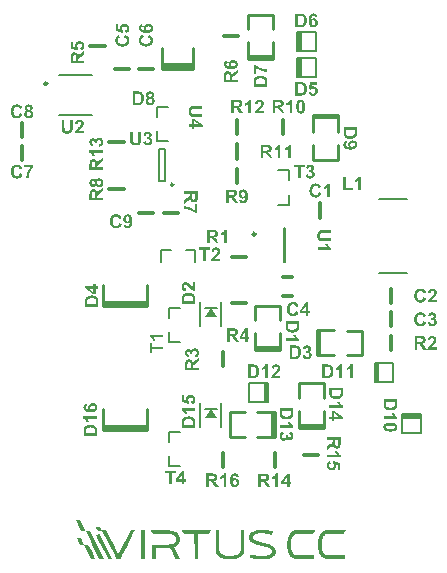
<source format=gto>
G04*
G04 #@! TF.GenerationSoftware,Altium Limited,Altium Designer,24.9.1 (31)*
G04*
G04 Layer_Color=65535*
%FSLAX24Y24*%
%MOIN*%
G70*
G04*
G04 #@! TF.SameCoordinates,EFE55B14-B155-4399-AD63-722DAA59AC23*
G04*
G04*
G04 #@! TF.FilePolarity,Positive*
G04*
G01*
G75*
%ADD10C,0.0098*%
%ADD11C,0.0100*%
%ADD12C,0.0079*%
%ADD13C,0.0060*%
%ADD14C,0.0118*%
%ADD15C,0.0070*%
%ADD16C,0.0060*%
%ADD17R,0.0791X0.0142*%
%ADD18R,0.0142X0.0791*%
%ADD19R,0.0791X0.0142*%
%ADD20R,0.0791X0.0142*%
%ADD21R,0.1575X0.0157*%
%ADD22R,0.1024X0.0157*%
%ADD23R,0.1575X0.0157*%
G36*
X3990Y1332D02*
X3997Y1325D01*
Y1323D01*
X3998Y1322D01*
X4001Y1319D01*
X4003Y1312D01*
X4015Y1288D01*
X4047Y1224D01*
X4045Y1219D01*
X4042Y1216D01*
X3916Y1218D01*
X3909Y1222D01*
X3860Y1323D01*
X3858Y1330D01*
X3861Y1333D01*
X3871Y1334D01*
X3990Y1332D01*
D02*
G37*
G36*
X3318Y1572D02*
X3320Y1563D01*
X3474Y1254D01*
X3475Y1253D01*
X3477Y1248D01*
X3490Y1220D01*
X3488Y1215D01*
X3361Y1214D01*
X3353Y1219D01*
X3180Y1564D01*
X3175Y1565D01*
X3176Y1573D01*
X3318Y1572D01*
D02*
G37*
G36*
X3630Y1212D02*
X3634Y1210D01*
X3638Y1206D01*
X3642Y1197D01*
X4105Y268D01*
X4104Y264D01*
X3966Y265D01*
X3964Y276D01*
X3959Y285D01*
X3761Y682D01*
X3675Y856D01*
X3674Y857D01*
X3666Y871D01*
X3664Y876D01*
X3499Y1208D01*
X3501Y1211D01*
X3509Y1214D01*
X3520Y1212D01*
X3526Y1214D01*
X3618Y1213D01*
X3625Y1214D01*
X3630Y1212D01*
D02*
G37*
G36*
X3334Y973D02*
X3448Y744D01*
X3446Y741D01*
X3325Y739D01*
X3322Y738D01*
X3310Y744D01*
X3277Y813D01*
X3276Y814D01*
X3199Y970D01*
X3201Y975D01*
X3330Y976D01*
X3334Y973D01*
D02*
G37*
G36*
X5137Y1229D02*
X5138Y1222D01*
X5129Y1206D01*
X4986Y918D01*
X4979Y905D01*
X4869Y684D01*
X4729Y403D01*
X4728Y402D01*
X4667Y283D01*
X4657Y280D01*
X4642Y281D01*
X4549Y280D01*
X4544Y282D01*
X4538Y280D01*
X4528Y283D01*
X4521Y294D01*
X4464Y409D01*
X4061Y1217D01*
X4056Y1226D01*
X4060Y1230D01*
X4192Y1229D01*
X4195Y1226D01*
X4259Y1096D01*
X4360Y896D01*
X4371Y872D01*
X4473Y669D01*
X4484Y645D01*
X4594Y427D01*
X4599Y427D01*
X4603Y429D01*
X4618Y460D01*
X5002Y1228D01*
X5005Y1230D01*
X5137Y1229D01*
D02*
G37*
G36*
X5467D02*
X5469Y1220D01*
Y909D01*
Y907D01*
X5468Y285D01*
X5465Y282D01*
X5446Y280D01*
X5443Y282D01*
X5437Y280D01*
X5369Y281D01*
X5364Y280D01*
X5360Y282D01*
X5355Y280D01*
X5346Y286D01*
X5345Y1226D01*
X5349Y1230D01*
X5467Y1229D01*
D02*
G37*
G36*
X3975Y1089D02*
X4385Y266D01*
X4384Y264D01*
X4246Y265D01*
X4244Y274D01*
X4241Y277D01*
X4236Y289D01*
X4232Y297D01*
X4167Y427D01*
X3928Y907D01*
X3927Y908D01*
X3922Y918D01*
X3838Y1089D01*
X3840Y1092D01*
X3971Y1093D01*
X3975Y1089D01*
D02*
G37*
G36*
X3596Y731D02*
X3598Y724D01*
X3605Y713D01*
X3607Y706D01*
X3613Y697D01*
X3697Y526D01*
X3827Y265D01*
X3753Y264D01*
X3751D01*
X3688Y265D01*
X3685Y275D01*
X3677Y290D01*
X3457Y731D01*
X3459Y737D01*
X3590Y738D01*
X3596Y731D01*
D02*
G37*
G36*
X7874Y8333D02*
X7480D01*
X7677Y8648D01*
X7874Y8333D01*
D02*
G37*
G36*
Y4963D02*
X7480D01*
X7677Y5278D01*
X7874Y4963D01*
D02*
G37*
G36*
X9448Y1246D02*
X9470Y1244D01*
X9491Y1242D01*
X9509Y1240D01*
X9534Y1238D01*
X9555Y1235D01*
X9562Y1233D01*
X9571Y1231D01*
X9588Y1230D01*
X9602Y1226D01*
X9611Y1224D01*
X9644Y1219D01*
X9660Y1214D01*
X9667Y1212D01*
X9681Y1209D01*
X9689Y1207D01*
X9710Y1202D01*
X9719Y1200D01*
X9735Y1196D01*
X9747Y1193D01*
X9756Y1189D01*
X9762Y1186D01*
X9760Y1176D01*
X9714Y1087D01*
X9711Y1084D01*
X9698Y1086D01*
X9693Y1088D01*
X9678Y1091D01*
X9658Y1097D01*
X9651Y1099D01*
X9636Y1100D01*
X9627Y1104D01*
X9610Y1107D01*
X9600Y1109D01*
X9586Y1110D01*
X9578Y1112D01*
X9568Y1115D01*
X9544Y1118D01*
X9536Y1120D01*
X9527Y1121D01*
X9469Y1128D01*
X9443Y1131D01*
X9432Y1132D01*
X9314Y1133D01*
X9308Y1132D01*
X9285Y1129D01*
X9267Y1127D01*
X9221Y1120D01*
X9211Y1117D01*
X9198Y1114D01*
X9171Y1106D01*
X9162Y1102D01*
X9149Y1097D01*
X9129Y1086D01*
X9106Y1068D01*
X9091Y1054D01*
X9090Y1050D01*
X9082Y1039D01*
X9079Y1024D01*
X9075Y1015D01*
X9073Y1002D01*
X9075Y980D01*
X9080Y968D01*
X9088Y955D01*
X9096Y945D01*
X9111Y930D01*
X9114Y928D01*
X9120Y923D01*
X9129Y917D01*
X9145Y908D01*
X9173Y895D01*
X9176Y894D01*
X9178D01*
X9195Y886D01*
X9208Y881D01*
X9215Y879D01*
X9232Y872D01*
X9242Y870D01*
X9250Y868D01*
X9259Y864D01*
X9281Y859D01*
X9290Y855D01*
X9305Y851D01*
X9315Y849D01*
X9323Y846D01*
X9344Y841D01*
X9351Y839D01*
X9367Y835D01*
X9378Y833D01*
X9387Y829D01*
X9394Y828D01*
X9408Y825D01*
X9423Y821D01*
X9433Y818D01*
X9440Y817D01*
X9451Y815D01*
X9460Y811D01*
X9468Y809D01*
X9479Y807D01*
X9484Y806D01*
X9502Y800D01*
X9510Y798D01*
X9519Y796D01*
X9528Y793D01*
X9535Y791D01*
X9545Y788D01*
X9567Y782D01*
X9574Y780D01*
X9587Y774D01*
X9599Y772D01*
X9609Y767D01*
X9632Y759D01*
X9640Y756D01*
X9656Y749D01*
X9671Y743D01*
X9724Y716D01*
X9728Y712D01*
X9740Y705D01*
X9763Y688D01*
X9766Y685D01*
X9770Y683D01*
X9796Y656D01*
X9798Y653D01*
X9804Y647D01*
X9805Y644D01*
X9809Y640D01*
X9811Y636D01*
X9818Y625D01*
X9829Y601D01*
X9835Y589D01*
X9837Y581D01*
X9839Y566D01*
X9842Y541D01*
X9840Y495D01*
X9838Y490D01*
X9836Y472D01*
X9834Y465D01*
X9825Y441D01*
X9807Y409D01*
X9804Y406D01*
X9802Y402D01*
X9794Y392D01*
X9790Y386D01*
X9786Y384D01*
X9782Y378D01*
X9764Y361D01*
X9761Y359D01*
X9755Y353D01*
X9751Y351D01*
X9728Y335D01*
X9715Y328D01*
X9691Y317D01*
X9675Y309D01*
X9657Y303D01*
X9649Y300D01*
X9642Y298D01*
X9632Y295D01*
X9620Y291D01*
X9612Y289D01*
X9593Y285D01*
X9583Y282D01*
X9564Y279D01*
X9549Y276D01*
X9508Y271D01*
X9490Y269D01*
X9482Y267D01*
X9479Y264D01*
X9255Y265D01*
X9246Y269D01*
X9212Y272D01*
X9198Y274D01*
X9181Y276D01*
X9172Y277D01*
X9165Y279D01*
X9140Y282D01*
X9122Y287D01*
X9104Y290D01*
X9086Y294D01*
X9076Y297D01*
X9068Y298D01*
X9057Y301D01*
X9041Y306D01*
X9034Y308D01*
X9024Y310D01*
X9003Y317D01*
X8992Y319D01*
X8981Y324D01*
X8970Y327D01*
X8961Y330D01*
X8958Y334D01*
X8957Y339D01*
X8960Y348D01*
X8967Y360D01*
X9003Y431D01*
X9015Y432D01*
X9021Y430D01*
X9050Y421D01*
X9061Y419D01*
X9070Y416D01*
X9078Y414D01*
X9097Y409D01*
X9111Y406D01*
X9121Y404D01*
X9135Y402D01*
X9143Y400D01*
X9153Y397D01*
X9166Y395D01*
X9192Y391D01*
X9221Y387D01*
X9238Y385D01*
X9260Y384D01*
X9276Y382D01*
X9285Y380D01*
X9320Y378D01*
X9427Y377D01*
X9433Y379D01*
X9473Y381D01*
X9479Y383D01*
X9523Y387D01*
X9547Y391D01*
X9557Y394D01*
X9565Y395D01*
X9576Y397D01*
X9585Y401D01*
X9592Y403D01*
X9602Y406D01*
X9611Y409D01*
X9623Y414D01*
X9640Y421D01*
X9649Y427D01*
X9662Y434D01*
X9665Y438D01*
X9669Y439D01*
X9675Y445D01*
X9678Y447D01*
X9692Y460D01*
X9694Y464D01*
X9697Y468D01*
X9699Y471D01*
X9707Y488D01*
X9712Y506D01*
X9714Y519D01*
X9712Y548D01*
X9707Y561D01*
X9697Y578D01*
X9689Y588D01*
X9686Y590D01*
X9685Y594D01*
X9680Y599D01*
X9676Y601D01*
X9669Y608D01*
X9665Y610D01*
X9660Y615D01*
X9651Y621D01*
X9638Y628D01*
X9592Y650D01*
X9575Y656D01*
X9567Y659D01*
X9555Y664D01*
X9545Y666D01*
X9537Y668D01*
X9520Y675D01*
X9513Y677D01*
X9503Y678D01*
X9494Y682D01*
X9484Y685D01*
X9473Y687D01*
X9464Y690D01*
X9454Y693D01*
X9436Y697D01*
X9420Y701D01*
X9401Y706D01*
X9379Y711D01*
X9368Y713D01*
X9361Y715D01*
X9345Y720D01*
X9329Y722D01*
X9314Y727D01*
X9302Y730D01*
X9293Y731D01*
X9285Y733D01*
X9277Y736D01*
X9270Y738D01*
X9258Y741D01*
X9246Y745D01*
X9234Y748D01*
X9227Y750D01*
X9206Y756D01*
X9198Y758D01*
X9186Y763D01*
X9176Y766D01*
X9161Y772D01*
X9151Y774D01*
X9134Y782D01*
X9127Y784D01*
X9107Y793D01*
X9061Y817D01*
X9038Y832D01*
X9027Y839D01*
X9021Y846D01*
X9017Y848D01*
X8992Y872D01*
X8991Y876D01*
X8985Y882D01*
X8983Y885D01*
X8978Y891D01*
X8970Y904D01*
X8958Y931D01*
X8953Y943D01*
X8951Y954D01*
X8949Y963D01*
X8948Y992D01*
X8947Y997D01*
X8949Y1002D01*
X8950Y1039D01*
X8952Y1045D01*
X8955Y1055D01*
X8958Y1063D01*
X8962Y1075D01*
X8971Y1095D01*
X8974Y1098D01*
X8981Y1110D01*
X8994Y1127D01*
X9003Y1137D01*
X9019Y1154D01*
X9023Y1155D01*
X9026Y1159D01*
X9030Y1161D01*
X9036Y1166D01*
X9039Y1168D01*
X9052Y1177D01*
X9065Y1185D01*
X9103Y1203D01*
X9121Y1209D01*
X9129Y1212D01*
X9136Y1214D01*
X9149Y1219D01*
X9163Y1222D01*
X9185Y1228D01*
X9195Y1230D01*
X9212Y1233D01*
X9220Y1235D01*
X9229Y1237D01*
X9247Y1239D01*
X9272Y1241D01*
X9290Y1243D01*
X9338Y1247D01*
X9389Y1249D01*
X9448Y1246D01*
D02*
G37*
G36*
X8786Y1229D02*
X8789Y1226D01*
X8787Y556D01*
X8786Y550D01*
X8783Y525D01*
X8779Y507D01*
X8775Y498D01*
X8774Y491D01*
X8770Y481D01*
X8765Y470D01*
X8747Y435D01*
X8738Y422D01*
X8736Y418D01*
X8732Y415D01*
X8731Y411D01*
X8722Y401D01*
X8691Y370D01*
X8688Y368D01*
X8680Y361D01*
X8677Y359D01*
X8673Y355D01*
X8669Y353D01*
X8651Y340D01*
X8647Y339D01*
X8634Y331D01*
X8585Y308D01*
X8578Y306D01*
X8565Y300D01*
X8558Y298D01*
X8548Y295D01*
X8536Y291D01*
X8528Y289D01*
X8516Y286D01*
X8504Y282D01*
X8486Y280D01*
X8477Y276D01*
X8464Y275D01*
X8433Y271D01*
X8415Y269D01*
X8408Y266D01*
X8407Y264D01*
X8400D01*
X8211Y265D01*
X8208Y269D01*
X8176Y272D01*
X8151Y275D01*
X8144Y276D01*
X8134Y279D01*
X8123Y281D01*
X8114Y283D01*
X8098Y287D01*
X8091Y289D01*
X8079Y292D01*
X8064Y297D01*
X8057Y299D01*
X8048Y303D01*
X8039Y306D01*
X8027Y310D01*
X7994Y326D01*
X7990Y328D01*
X7979Y335D01*
X7962Y344D01*
X7950Y353D01*
X7946Y355D01*
X7942Y359D01*
X7939Y361D01*
X7931Y368D01*
X7928Y370D01*
X7920Y377D01*
X7917Y379D01*
X7903Y393D01*
X7901Y396D01*
X7890Y407D01*
X7888Y411D01*
X7885Y415D01*
X7883Y418D01*
X7879Y422D01*
X7874Y431D01*
X7866Y442D01*
X7850Y477D01*
X7848Y484D01*
X7843Y497D01*
X7840Y509D01*
X7837Y517D01*
X7835Y530D01*
X7833Y537D01*
X7832Y556D01*
X7830Y601D01*
X7832Y1228D01*
X7834Y1230D01*
X7951Y1229D01*
X7954Y1226D01*
X7956Y554D01*
X7958Y548D01*
X7960Y539D01*
X7965Y526D01*
X7980Y499D01*
X7993Y482D01*
X7998Y477D01*
X8000Y473D01*
X8005Y469D01*
X8008Y467D01*
X8019Y456D01*
X8023Y454D01*
X8027Y450D01*
X8030Y449D01*
X8043Y439D01*
X8067Y427D01*
X8080Y421D01*
X8096Y414D01*
X8120Y405D01*
X8132Y402D01*
X8141Y398D01*
X8148Y396D01*
X8159Y395D01*
X8175Y390D01*
X8192Y387D01*
X8217Y384D01*
X8240Y382D01*
X8249Y380D01*
X8302Y378D01*
X8314Y377D01*
X8320Y379D01*
X8378Y381D01*
X8384Y383D01*
X8427Y387D01*
X8438Y389D01*
X8447Y391D01*
X8454Y393D01*
X8464Y395D01*
X8475Y397D01*
X8484Y401D01*
X8492Y403D01*
X8515Y411D01*
X8529Y416D01*
X8539Y421D01*
X8548Y425D01*
X8569Y436D01*
X8586Y448D01*
X8597Y455D01*
X8600Y458D01*
X8603Y460D01*
X8611Y467D01*
X8614Y469D01*
X8619Y475D01*
X8632Y488D01*
X8634Y492D01*
X8643Y504D01*
X8652Y525D01*
X8657Y537D01*
X8659Y545D01*
X8662Y557D01*
X8664Y566D01*
X8666Y1227D01*
X8669Y1230D01*
X8786Y1229D01*
D02*
G37*
G36*
X12169Y1238D02*
X12169Y1231D01*
X12160Y1215D01*
X12111Y1118D01*
X12101Y1115D01*
X11540Y1113D01*
X11535Y1111D01*
X11520Y1108D01*
X11508Y1103D01*
X11493Y1095D01*
X11489Y1091D01*
X11476Y1084D01*
X11473Y1080D01*
X11469Y1078D01*
X11444Y1054D01*
X11443Y1050D01*
X11437Y1045D01*
X11435Y1041D01*
X11426Y1028D01*
X11417Y1012D01*
X11402Y980D01*
X11397Y968D01*
X11384Y927D01*
X11381Y915D01*
X11378Y907D01*
X11377Y900D01*
X11374Y883D01*
X11370Y861D01*
X11367Y836D01*
X11366Y829D01*
X11367Y673D01*
X11369Y667D01*
X11372Y648D01*
X11374Y637D01*
X11376Y628D01*
X11378Y611D01*
X11382Y601D01*
X11387Y582D01*
X11389Y574D01*
X11398Y551D01*
X11405Y533D01*
X11410Y523D01*
X11422Y499D01*
X11434Y481D01*
X11442Y471D01*
X11446Y466D01*
X11448Y462D01*
X11469Y441D01*
X11473Y439D01*
X11476Y436D01*
X11480Y434D01*
X11484Y430D01*
X11497Y423D01*
X11517Y414D01*
X11527Y411D01*
X11535Y408D01*
X11561Y405D01*
X12139Y403D01*
X12142Y395D01*
X12140Y283D01*
X12130Y280D01*
X11526Y282D01*
X11520Y284D01*
X11508Y287D01*
X11486Y292D01*
X11479Y294D01*
X11469Y298D01*
X11457Y303D01*
X11437Y312D01*
X11434Y315D01*
X11410Y328D01*
X11405Y333D01*
X11401Y335D01*
X11391Y343D01*
X11385Y348D01*
X11358Y374D01*
X11356Y378D01*
X11347Y387D01*
X11345Y391D01*
X11342Y395D01*
X11340Y398D01*
X11331Y411D01*
X11329Y415D01*
X11322Y426D01*
X11320Y429D01*
X11314Y438D01*
X11296Y477D01*
X11282Y513D01*
X11280Y523D01*
X11276Y537D01*
X11270Y556D01*
X11269Y563D01*
X11267Y574D01*
X11263Y583D01*
X11260Y606D01*
X11258Y615D01*
X11256Y640D01*
X11254Y647D01*
X11252Y671D01*
X11250Y722D01*
X11248Y752D01*
X11251Y833D01*
X11253Y864D01*
X11258Y902D01*
X11259Y909D01*
X11263Y935D01*
X11269Y955D01*
X11271Y969D01*
X11276Y984D01*
X11280Y997D01*
X11282Y1007D01*
X11287Y1017D01*
X11290Y1027D01*
X11294Y1037D01*
X11300Y1052D01*
X11320Y1090D01*
X11327Y1103D01*
X11336Y1116D01*
X11338Y1120D01*
X11346Y1130D01*
X11351Y1136D01*
X11358Y1143D01*
X11360Y1147D01*
X11367Y1154D01*
X11369Y1158D01*
X11376Y1163D01*
X11388Y1176D01*
X11392Y1177D01*
X11399Y1185D01*
X11403Y1186D01*
X11416Y1196D01*
X11420Y1197D01*
X11423Y1201D01*
X11462Y1219D01*
X11485Y1228D01*
X11495Y1230D01*
X11508Y1233D01*
X11519Y1236D01*
X11531Y1238D01*
X11588Y1240D01*
X11639D01*
X12169Y1238D01*
D02*
G37*
G36*
X11141D02*
X11142Y1231D01*
X11137Y1222D01*
X11084Y1118D01*
X11074Y1115D01*
X10945D01*
X10511Y1113D01*
X10502Y1110D01*
X10490Y1107D01*
X10481Y1103D01*
X10466Y1095D01*
X10453Y1086D01*
X10449Y1084D01*
X10445Y1080D01*
X10442Y1078D01*
X10417Y1054D01*
X10415Y1050D01*
X10410Y1045D01*
X10408Y1041D01*
X10404Y1037D01*
X10402Y1034D01*
X10390Y1013D01*
X10388Y1008D01*
X10373Y977D01*
X10366Y959D01*
X10364Y951D01*
X10359Y939D01*
X10357Y929D01*
X10355Y918D01*
X10353Y913D01*
X10347Y891D01*
X10346Y878D01*
X10344Y861D01*
X10342Y856D01*
X10340Y843D01*
X10338Y814D01*
X10337Y741D01*
X10338Y722D01*
X10340Y671D01*
X10342Y666D01*
X10346Y644D01*
X10348Y624D01*
X10352Y610D01*
X10355Y600D01*
X10357Y592D01*
X10359Y580D01*
X10364Y568D01*
X10367Y558D01*
X10371Y548D01*
X10376Y536D01*
X10380Y526D01*
X10397Y495D01*
X10415Y470D01*
X10419Y466D01*
X10421Y462D01*
X10444Y439D01*
X10447Y438D01*
X10451Y434D01*
X10455Y432D01*
X10473Y421D01*
X10489Y414D01*
X10497Y412D01*
X10506Y408D01*
X10532Y405D01*
X11112Y403D01*
X11115Y395D01*
X11113Y285D01*
X11108Y280D01*
X10499Y282D01*
X10493Y284D01*
X10480Y287D01*
X10459Y292D01*
X10452Y294D01*
X10442Y298D01*
X10430Y303D01*
X10410Y312D01*
X10407Y315D01*
X10383Y328D01*
X10378Y333D01*
X10374Y335D01*
X10364Y343D01*
X10358Y348D01*
X10327Y378D01*
X10326Y382D01*
X10320Y387D01*
X10318Y391D01*
X10313Y396D01*
X10311Y400D01*
X10302Y413D01*
X10300Y416D01*
X10293Y427D01*
X10267Y481D01*
X10262Y492D01*
X10260Y501D01*
X10253Y518D01*
X10250Y528D01*
X10247Y543D01*
X10243Y552D01*
X10240Y568D01*
X10237Y582D01*
X10233Y601D01*
X10231Y617D01*
X10229Y632D01*
X10226Y650D01*
X10224Y688D01*
X10222Y721D01*
X10221Y799D01*
X10223Y805D01*
X10226Y870D01*
X10229Y888D01*
X10233Y917D01*
X10239Y945D01*
X10240Y952D01*
X10244Y970D01*
X10249Y982D01*
X10251Y994D01*
X10264Y1031D01*
X10267Y1039D01*
X10276Y1059D01*
X10293Y1090D01*
X10300Y1103D01*
X10309Y1116D01*
X10311Y1120D01*
X10319Y1130D01*
X10324Y1136D01*
X10327Y1140D01*
X10329Y1143D01*
X10338Y1153D01*
X10340Y1156D01*
X10343Y1159D01*
X10347Y1161D01*
X10351Y1167D01*
X10358Y1172D01*
X10361Y1176D01*
X10365Y1177D01*
X10372Y1185D01*
X10376Y1186D01*
X10389Y1196D01*
X10392Y1197D01*
X10396Y1201D01*
X10438Y1221D01*
X10448Y1224D01*
X10457Y1228D01*
X10467Y1230D01*
X10481Y1233D01*
X10491Y1236D01*
X10504Y1238D01*
X10561Y1240D01*
X11141Y1238D01*
D02*
G37*
G36*
X7665Y1226D02*
X7610Y1118D01*
X7602Y1115D01*
X7259Y1113D01*
X7255Y1109D01*
X7253Y283D01*
X7245Y280D01*
X7234Y282D01*
X7228Y280D01*
X7152Y281D01*
X7148Y280D01*
X7144Y282D01*
X7140Y280D01*
X7132Y283D01*
X7130Y290D01*
Y488D01*
Y490D01*
X7128Y1110D01*
X7126Y1113D01*
X7118Y1115D01*
X6786Y1114D01*
X6779Y1116D01*
X6773Y1120D01*
X6722Y1224D01*
X6724Y1230D01*
X7660Y1230D01*
X7665Y1226D01*
D02*
G37*
G36*
X6292Y1229D02*
X6321Y1226D01*
X6337Y1224D01*
X6352Y1222D01*
X6377Y1219D01*
X6384Y1218D01*
X6397Y1214D01*
X6404Y1212D01*
X6415Y1210D01*
X6424Y1207D01*
X6436Y1204D01*
X6444Y1202D01*
X6453Y1198D01*
X6461Y1196D01*
X6470Y1192D01*
X6483Y1186D01*
X6518Y1168D01*
X6531Y1159D01*
X6534Y1157D01*
X6551Y1144D01*
X6560Y1135D01*
X6563Y1133D01*
X6566Y1131D01*
X6568Y1127D01*
X6583Y1112D01*
X6585Y1109D01*
X6601Y1085D01*
X6612Y1061D01*
X6619Y1045D01*
X6622Y1033D01*
X6625Y1023D01*
X6630Y1001D01*
X6633Y976D01*
X6635Y965D01*
X6636Y909D01*
X6634Y904D01*
X6632Y882D01*
X6630Y876D01*
X6628Y856D01*
X6627Y850D01*
X6621Y832D01*
X6619Y825D01*
X6612Y808D01*
X6610Y801D01*
X6603Y790D01*
X6592Y770D01*
X6579Y753D01*
X6575Y750D01*
X6574Y746D01*
X6554Y727D01*
X6551Y725D01*
X6543Y718D01*
X6540Y716D01*
X6536Y712D01*
X6532Y710D01*
X6529Y707D01*
X6525Y705D01*
X6510Y696D01*
X6472Y677D01*
X6460Y673D01*
X6451Y669D01*
X6447Y667D01*
X6445Y662D01*
X6632Y286D01*
X6629Y282D01*
X6617Y280D01*
X6611Y282D01*
X6604Y280D01*
X6511Y281D01*
X6503Y280D01*
X6494Y286D01*
X6491Y288D01*
X6487Y297D01*
X6335Y603D01*
X6317Y638D01*
X6314Y641D01*
X6258Y639D01*
X6252Y637D01*
X5837Y635D01*
X5832Y631D01*
Y574D01*
Y572D01*
X5830Y285D01*
X5827Y282D01*
X5816Y280D01*
X5811Y282D01*
X5805Y280D01*
X5729Y281D01*
X5717Y280D01*
X5712Y282D01*
X5708Y284D01*
X5707Y752D01*
X5710Y754D01*
X5717Y756D01*
X6280Y758D01*
X6285Y760D01*
X6317Y763D01*
X6343Y764D01*
X6365Y768D01*
X6379Y772D01*
X6398Y775D01*
X6408Y780D01*
X6415Y782D01*
X6428Y787D01*
X6455Y802D01*
X6461Y807D01*
X6465Y809D01*
X6480Y825D01*
X6482Y829D01*
X6489Y839D01*
X6497Y856D01*
X6498Y863D01*
X6502Y872D01*
X6506Y887D01*
X6509Y915D01*
X6509Y953D01*
X6508Y959D01*
X6505Y985D01*
X6503Y992D01*
X6498Y1008D01*
X6494Y1020D01*
X6489Y1028D01*
X6484Y1037D01*
X6476Y1047D01*
X6459Y1064D01*
X6455Y1066D01*
X6452Y1069D01*
X6413Y1088D01*
X6399Y1091D01*
X6387Y1096D01*
X6379Y1098D01*
X6359Y1101D01*
X6350Y1103D01*
X6325Y1106D01*
X6297Y1109D01*
X6249Y1110D01*
X6209Y1112D01*
X5739Y1114D01*
X5733Y1118D01*
X5682Y1219D01*
X5680Y1224D01*
X5682Y1230D01*
X6287Y1230D01*
X6292Y1229D01*
D02*
G37*
G36*
X7396Y15284D02*
X7149D01*
X7148D01*
X7146D01*
X7144D01*
X7140D01*
X7135D01*
X7129D01*
X7117Y15283D01*
X7104D01*
X7092Y15282D01*
X7086Y15282D01*
X7081D01*
X7077Y15281D01*
X7073Y15280D01*
X7072D01*
X7068Y15279D01*
X7063Y15277D01*
X7056Y15275D01*
X7049Y15271D01*
X7042Y15266D01*
X7034Y15260D01*
X7028Y15253D01*
X7027Y15252D01*
X7025Y15249D01*
X7022Y15244D01*
X7020Y15237D01*
X7016Y15228D01*
X7014Y15217D01*
X7012Y15206D01*
X7011Y15192D01*
Y15185D01*
X7012Y15179D01*
X7013Y15170D01*
X7015Y15160D01*
X7018Y15151D01*
X7022Y15141D01*
X7027Y15134D01*
X7028Y15133D01*
X7030Y15130D01*
X7033Y15127D01*
X7037Y15123D01*
X7043Y15119D01*
X7050Y15115D01*
X7057Y15112D01*
X7066Y15110D01*
X7067D01*
X7070Y15109D01*
X7076Y15109D01*
X7084Y15107D01*
X7089D01*
X7095Y15107D01*
X7102D01*
X7108Y15106D01*
X7116D01*
X7125Y15105D01*
X7134D01*
X7144D01*
X7396D01*
Y15013D01*
X7156D01*
X7156D01*
X7153D01*
X7148D01*
X7143D01*
X7136D01*
X7129Y15014D01*
X7120D01*
X7112D01*
X7093Y15015D01*
X7073Y15017D01*
X7064Y15017D01*
X7056Y15019D01*
X7048Y15020D01*
X7041Y15021D01*
X7040D01*
X7039Y15022D01*
X7037D01*
X7035Y15023D01*
X7029Y15025D01*
X7021Y15027D01*
X7012Y15031D01*
X7003Y15036D01*
X6993Y15042D01*
X6984Y15049D01*
X6982Y15050D01*
X6980Y15052D01*
X6976Y15057D01*
X6971Y15063D01*
X6965Y15071D01*
X6959Y15080D01*
X6952Y15090D01*
X6947Y15102D01*
Y15103D01*
X6946Y15103D01*
X6946Y15105D01*
X6945Y15108D01*
X6944Y15111D01*
X6942Y15115D01*
X6941Y15120D01*
X6940Y15126D01*
X6938Y15138D01*
X6935Y15153D01*
X6934Y15170D01*
X6933Y15189D01*
Y15200D01*
X6934Y15206D01*
Y15212D01*
X6934Y15219D01*
X6935Y15226D01*
X6936Y15242D01*
X6939Y15258D01*
X6943Y15275D01*
X6945Y15282D01*
X6948Y15288D01*
Y15289D01*
X6948Y15290D01*
X6950Y15294D01*
X6953Y15300D01*
X6958Y15307D01*
X6964Y15316D01*
X6971Y15325D01*
X6978Y15334D01*
X6987Y15341D01*
X6988Y15342D01*
X6991Y15345D01*
X6996Y15348D01*
X7003Y15352D01*
X7010Y15356D01*
X7018Y15360D01*
X7028Y15364D01*
X7037Y15367D01*
X7038D01*
X7039Y15368D01*
X7041D01*
X7045Y15368D01*
X7049Y15369D01*
X7054Y15370D01*
X7060Y15370D01*
X7066Y15371D01*
X7074Y15372D01*
X7083Y15373D01*
X7092Y15374D01*
X7102Y15374D01*
X7114Y15375D01*
X7126D01*
X7139Y15376D01*
X7153D01*
X7396D01*
Y15284D01*
D02*
G37*
G36*
X7398Y14754D02*
Y14681D01*
X7109D01*
Y14624D01*
X7033D01*
Y14681D01*
X6942D01*
Y14765D01*
X7033D01*
Y14951D01*
X7108D01*
X7398Y14754D01*
D02*
G37*
G36*
X5347Y14282D02*
Y14281D01*
Y14279D01*
Y14274D01*
Y14269D01*
Y14262D01*
X5347Y14254D01*
Y14246D01*
Y14237D01*
X5345Y14218D01*
X5344Y14199D01*
X5344Y14190D01*
X5342Y14181D01*
X5341Y14174D01*
X5340Y14166D01*
Y14166D01*
X5339Y14165D01*
Y14163D01*
X5338Y14161D01*
X5336Y14155D01*
X5334Y14147D01*
X5330Y14138D01*
X5325Y14128D01*
X5319Y14118D01*
X5312Y14109D01*
X5311Y14108D01*
X5309Y14105D01*
X5304Y14101D01*
X5298Y14096D01*
X5290Y14090D01*
X5281Y14084D01*
X5271Y14078D01*
X5259Y14073D01*
X5258D01*
X5258Y14072D01*
X5256Y14071D01*
X5253Y14071D01*
X5250Y14069D01*
X5246Y14068D01*
X5241Y14067D01*
X5235Y14066D01*
X5223Y14063D01*
X5208Y14061D01*
X5191Y14059D01*
X5172Y14059D01*
X5161D01*
X5155Y14059D01*
X5149D01*
X5142Y14060D01*
X5135Y14061D01*
X5119Y14062D01*
X5103Y14065D01*
X5086Y14069D01*
X5079Y14071D01*
X5073Y14073D01*
X5072D01*
X5071Y14074D01*
X5067Y14076D01*
X5061Y14079D01*
X5054Y14084D01*
X5045Y14090D01*
X5036Y14096D01*
X5027Y14104D01*
X5019Y14113D01*
X5019Y14114D01*
X5016Y14117D01*
X5013Y14122D01*
X5009Y14128D01*
X5005Y14136D01*
X5000Y14144D01*
X4997Y14153D01*
X4994Y14163D01*
Y14164D01*
X4993Y14165D01*
Y14167D01*
X4993Y14170D01*
X4992Y14174D01*
X4991Y14179D01*
X4991Y14185D01*
X4990Y14192D01*
X4989Y14200D01*
X4988Y14208D01*
X4987Y14218D01*
X4987Y14228D01*
X4986Y14239D01*
Y14252D01*
X4985Y14265D01*
Y14279D01*
Y14521D01*
X5077D01*
Y14275D01*
Y14274D01*
Y14272D01*
Y14269D01*
Y14265D01*
Y14260D01*
Y14255D01*
X5078Y14243D01*
Y14230D01*
X5078Y14218D01*
X5079Y14212D01*
Y14206D01*
X5080Y14202D01*
X5080Y14199D01*
Y14197D01*
X5082Y14194D01*
X5084Y14189D01*
X5086Y14182D01*
X5090Y14175D01*
X5095Y14168D01*
X5101Y14160D01*
X5108Y14153D01*
X5109Y14153D01*
X5112Y14151D01*
X5117Y14148D01*
X5124Y14145D01*
X5133Y14142D01*
X5143Y14139D01*
X5155Y14138D01*
X5169Y14137D01*
X5176D01*
X5182Y14138D01*
X5191Y14139D01*
X5200Y14141D01*
X5210Y14143D01*
X5220Y14147D01*
X5227Y14153D01*
X5228Y14153D01*
X5231Y14155D01*
X5234Y14159D01*
X5238Y14163D01*
X5242Y14169D01*
X5246Y14176D01*
X5249Y14183D01*
X5251Y14191D01*
Y14193D01*
X5252Y14196D01*
X5252Y14202D01*
X5254Y14210D01*
Y14215D01*
X5254Y14221D01*
Y14227D01*
X5255Y14234D01*
Y14242D01*
X5256Y14250D01*
Y14260D01*
Y14269D01*
Y14521D01*
X5347D01*
Y14282D01*
D02*
G37*
G36*
X5578Y14523D02*
X5584Y14523D01*
X5590Y14522D01*
X5597Y14521D01*
X5605Y14519D01*
X5621Y14514D01*
X5630Y14511D01*
X5639Y14506D01*
X5647Y14502D01*
X5655Y14496D01*
X5664Y14490D01*
X5671Y14483D01*
X5672Y14482D01*
X5672Y14481D01*
X5674Y14479D01*
X5676Y14477D01*
X5681Y14470D01*
X5687Y14461D01*
X5693Y14450D01*
X5698Y14437D01*
X5702Y14422D01*
X5702Y14415D01*
X5703Y14407D01*
Y14406D01*
Y14404D01*
X5702Y14401D01*
X5702Y14397D01*
X5701Y14392D01*
X5700Y14386D01*
X5698Y14380D01*
X5695Y14372D01*
X5691Y14365D01*
X5687Y14357D01*
X5682Y14349D01*
X5675Y14342D01*
X5668Y14334D01*
X5659Y14326D01*
X5649Y14319D01*
X5637Y14311D01*
X5638D01*
X5639Y14311D01*
X5641D01*
X5644Y14309D01*
X5651Y14307D01*
X5660Y14303D01*
X5670Y14298D01*
X5680Y14292D01*
X5691Y14283D01*
X5700Y14273D01*
X5701Y14272D01*
X5704Y14268D01*
X5707Y14262D01*
X5712Y14254D01*
X5716Y14244D01*
X5719Y14231D01*
X5722Y14218D01*
X5723Y14203D01*
Y14202D01*
Y14200D01*
Y14197D01*
X5723Y14193D01*
X5722Y14188D01*
X5721Y14182D01*
X5719Y14175D01*
X5718Y14168D01*
X5713Y14152D01*
X5709Y14143D01*
X5705Y14134D01*
X5700Y14126D01*
X5694Y14117D01*
X5687Y14109D01*
X5679Y14101D01*
X5679Y14100D01*
X5677Y14099D01*
X5675Y14097D01*
X5672Y14094D01*
X5667Y14091D01*
X5662Y14088D01*
X5656Y14084D01*
X5649Y14080D01*
X5642Y14076D01*
X5633Y14072D01*
X5624Y14069D01*
X5615Y14065D01*
X5605Y14063D01*
X5594Y14061D01*
X5582Y14059D01*
X5570Y14059D01*
X5565D01*
X5560Y14059D01*
X5555Y14060D01*
X5549Y14061D01*
X5542Y14062D01*
X5534Y14063D01*
X5519Y14067D01*
X5502Y14074D01*
X5492Y14078D01*
X5485Y14082D01*
X5476Y14088D01*
X5468Y14094D01*
X5467Y14095D01*
X5466Y14096D01*
X5464Y14098D01*
X5462Y14101D01*
X5458Y14104D01*
X5455Y14109D01*
X5451Y14113D01*
X5447Y14119D01*
X5443Y14126D01*
X5439Y14132D01*
X5431Y14148D01*
X5426Y14166D01*
X5423Y14176D01*
X5422Y14187D01*
X5506Y14197D01*
Y14197D01*
Y14196D01*
X5506Y14192D01*
X5508Y14186D01*
X5509Y14179D01*
X5513Y14171D01*
X5516Y14162D01*
X5521Y14155D01*
X5527Y14147D01*
X5528Y14147D01*
X5530Y14145D01*
X5534Y14142D01*
X5539Y14139D01*
X5546Y14136D01*
X5553Y14134D01*
X5561Y14132D01*
X5570Y14131D01*
X5571D01*
X5574Y14132D01*
X5579Y14132D01*
X5586Y14134D01*
X5593Y14136D01*
X5600Y14139D01*
X5608Y14145D01*
X5615Y14151D01*
X5616Y14152D01*
X5618Y14155D01*
X5621Y14160D01*
X5625Y14166D01*
X5628Y14174D01*
X5631Y14183D01*
X5633Y14195D01*
X5634Y14207D01*
Y14208D01*
Y14208D01*
Y14212D01*
X5633Y14218D01*
X5632Y14226D01*
X5630Y14235D01*
X5626Y14243D01*
X5622Y14252D01*
X5616Y14260D01*
X5615Y14260D01*
X5612Y14263D01*
X5609Y14266D01*
X5604Y14269D01*
X5597Y14273D01*
X5590Y14276D01*
X5582Y14279D01*
X5573Y14279D01*
X5567D01*
X5562Y14279D01*
X5556Y14278D01*
X5549Y14277D01*
X5542Y14275D01*
X5533Y14273D01*
X5542Y14343D01*
X5548D01*
X5555Y14343D01*
X5563Y14344D01*
X5571Y14346D01*
X5580Y14349D01*
X5589Y14353D01*
X5597Y14358D01*
X5597Y14359D01*
X5600Y14361D01*
X5603Y14364D01*
X5607Y14370D01*
X5610Y14376D01*
X5613Y14383D01*
X5615Y14391D01*
X5616Y14401D01*
Y14403D01*
Y14405D01*
X5615Y14409D01*
X5614Y14414D01*
X5612Y14420D01*
X5610Y14426D01*
X5607Y14433D01*
X5602Y14438D01*
X5601Y14439D01*
X5599Y14440D01*
X5597Y14443D01*
X5592Y14445D01*
X5587Y14447D01*
X5581Y14450D01*
X5573Y14451D01*
X5565Y14452D01*
X5561D01*
X5557Y14451D01*
X5552Y14450D01*
X5546Y14448D01*
X5540Y14445D01*
X5533Y14441D01*
X5527Y14436D01*
X5527Y14435D01*
X5525Y14433D01*
X5522Y14429D01*
X5519Y14424D01*
X5515Y14418D01*
X5513Y14410D01*
X5510Y14401D01*
X5508Y14391D01*
X5428Y14404D01*
Y14404D01*
X5429Y14406D01*
Y14408D01*
X5429Y14411D01*
X5431Y14418D01*
X5434Y14428D01*
X5438Y14439D01*
X5442Y14450D01*
X5447Y14460D01*
X5453Y14470D01*
X5454Y14471D01*
X5456Y14474D01*
X5460Y14479D01*
X5466Y14485D01*
X5472Y14490D01*
X5480Y14497D01*
X5490Y14504D01*
X5500Y14509D01*
X5501D01*
X5502Y14510D01*
X5506Y14511D01*
X5512Y14514D01*
X5520Y14517D01*
X5530Y14519D01*
X5542Y14522D01*
X5554Y14523D01*
X5568Y14524D01*
X5574D01*
X5578Y14523D01*
D02*
G37*
G36*
X3066Y14676D02*
Y14675D01*
Y14672D01*
Y14668D01*
Y14662D01*
Y14656D01*
X3066Y14648D01*
Y14639D01*
Y14631D01*
X3064Y14612D01*
X3063Y14592D01*
X3062Y14584D01*
X3061Y14575D01*
X3060Y14567D01*
X3058Y14560D01*
Y14559D01*
X3058Y14559D01*
Y14557D01*
X3057Y14555D01*
X3055Y14548D01*
X3052Y14540D01*
X3049Y14531D01*
X3044Y14522D01*
X3038Y14512D01*
X3031Y14503D01*
X3030Y14502D01*
X3028Y14499D01*
X3023Y14495D01*
X3017Y14490D01*
X3009Y14484D01*
X3000Y14478D01*
X2990Y14472D01*
X2978Y14466D01*
X2977D01*
X2976Y14466D01*
X2974Y14465D01*
X2972Y14464D01*
X2969Y14463D01*
X2965Y14462D01*
X2959Y14460D01*
X2954Y14460D01*
X2942Y14457D01*
X2927Y14454D01*
X2909Y14453D01*
X2890Y14452D01*
X2880D01*
X2874Y14453D01*
X2868D01*
X2861Y14454D01*
X2854Y14454D01*
X2838Y14456D01*
X2822Y14458D01*
X2805Y14462D01*
X2798Y14464D01*
X2791Y14467D01*
X2791D01*
X2790Y14468D01*
X2786Y14470D01*
X2780Y14473D01*
X2772Y14477D01*
X2764Y14483D01*
X2755Y14490D01*
X2746Y14498D01*
X2738Y14506D01*
X2738Y14508D01*
X2735Y14510D01*
X2732Y14515D01*
X2728Y14522D01*
X2724Y14529D01*
X2719Y14538D01*
X2716Y14547D01*
X2713Y14557D01*
Y14557D01*
X2712Y14559D01*
Y14561D01*
X2711Y14564D01*
X2711Y14568D01*
X2710Y14573D01*
X2709Y14579D01*
X2709Y14586D01*
X2707Y14594D01*
X2707Y14602D01*
X2706Y14611D01*
X2705Y14622D01*
X2705Y14633D01*
Y14645D01*
X2704Y14658D01*
Y14672D01*
Y14915D01*
X2796D01*
Y14668D01*
Y14668D01*
Y14666D01*
Y14663D01*
Y14659D01*
Y14654D01*
Y14649D01*
X2797Y14637D01*
Y14624D01*
X2797Y14611D01*
X2798Y14605D01*
Y14600D01*
X2799Y14596D01*
X2799Y14592D01*
Y14591D01*
X2801Y14588D01*
X2803Y14582D01*
X2805Y14576D01*
X2808Y14569D01*
X2814Y14561D01*
X2820Y14554D01*
X2827Y14547D01*
X2828Y14546D01*
X2831Y14544D01*
X2836Y14542D01*
X2843Y14539D01*
X2852Y14536D01*
X2862Y14533D01*
X2874Y14531D01*
X2888Y14531D01*
X2894D01*
X2901Y14531D01*
X2909Y14533D01*
X2919Y14534D01*
X2929Y14537D01*
X2938Y14541D01*
X2946Y14546D01*
X2947Y14547D01*
X2950Y14549D01*
X2953Y14552D01*
X2957Y14557D01*
X2961Y14563D01*
X2965Y14569D01*
X2968Y14576D01*
X2970Y14585D01*
Y14586D01*
X2970Y14590D01*
X2971Y14596D01*
X2972Y14603D01*
Y14609D01*
X2973Y14615D01*
Y14621D01*
X2974Y14628D01*
Y14636D01*
X2974Y14644D01*
Y14653D01*
Y14663D01*
Y14915D01*
X3066D01*
Y14676D01*
D02*
G37*
G36*
X3304Y14917D02*
X3310Y14916D01*
X3317Y14916D01*
X3324Y14914D01*
X3332Y14913D01*
X3349Y14908D01*
X3366Y14902D01*
X3375Y14898D01*
X3383Y14893D01*
X3392Y14887D01*
X3399Y14881D01*
X3400Y14880D01*
X3401Y14880D01*
X3402Y14877D01*
X3405Y14874D01*
X3408Y14871D01*
X3411Y14866D01*
X3415Y14862D01*
X3419Y14856D01*
X3425Y14843D01*
X3432Y14828D01*
X3434Y14819D01*
X3436Y14810D01*
X3437Y14800D01*
X3438Y14790D01*
Y14789D01*
Y14785D01*
X3437Y14779D01*
X3436Y14772D01*
X3435Y14763D01*
X3433Y14753D01*
X3430Y14742D01*
X3426Y14732D01*
X3426Y14731D01*
X3424Y14727D01*
X3422Y14721D01*
X3418Y14714D01*
X3413Y14706D01*
X3407Y14696D01*
X3400Y14685D01*
X3392Y14674D01*
X3391Y14674D01*
X3388Y14670D01*
X3384Y14666D01*
X3379Y14659D01*
X3371Y14651D01*
X3361Y14641D01*
X3349Y14630D01*
X3335Y14616D01*
X3334Y14615D01*
X3333Y14615D01*
X3331Y14613D01*
X3328Y14610D01*
X3321Y14603D01*
X3312Y14596D01*
X3304Y14587D01*
X3295Y14578D01*
X3287Y14571D01*
X3285Y14568D01*
X3282Y14565D01*
X3281Y14565D01*
X3280Y14563D01*
X3278Y14561D01*
X3276Y14557D01*
X3270Y14550D01*
X3264Y14542D01*
X3438D01*
Y14461D01*
X3133D01*
Y14462D01*
Y14463D01*
X3133Y14466D01*
X3134Y14469D01*
X3135Y14473D01*
X3135Y14477D01*
X3138Y14489D01*
X3142Y14502D01*
X3147Y14517D01*
X3154Y14533D01*
X3162Y14548D01*
Y14548D01*
X3163Y14550D01*
X3165Y14552D01*
X3167Y14555D01*
X3170Y14559D01*
X3174Y14564D01*
X3178Y14570D01*
X3184Y14576D01*
X3190Y14584D01*
X3197Y14592D01*
X3205Y14601D01*
X3214Y14611D01*
X3224Y14621D01*
X3235Y14632D01*
X3247Y14644D01*
X3260Y14656D01*
X3260Y14657D01*
X3262Y14659D01*
X3265Y14662D01*
X3269Y14666D01*
X3274Y14670D01*
X3279Y14675D01*
X3291Y14687D01*
X3303Y14699D01*
X3315Y14712D01*
X3320Y14717D01*
X3325Y14723D01*
X3329Y14727D01*
X3332Y14731D01*
X3333Y14733D01*
X3335Y14736D01*
X3338Y14741D01*
X3341Y14748D01*
X3344Y14756D01*
X3348Y14765D01*
X3350Y14775D01*
X3350Y14784D01*
Y14785D01*
Y14786D01*
Y14789D01*
X3350Y14795D01*
X3348Y14801D01*
X3346Y14809D01*
X3344Y14816D01*
X3340Y14823D01*
X3335Y14830D01*
X3334Y14830D01*
X3332Y14832D01*
X3328Y14835D01*
X3323Y14838D01*
X3317Y14840D01*
X3310Y14843D01*
X3301Y14845D01*
X3291Y14845D01*
X3287D01*
X3281Y14845D01*
X3276Y14843D01*
X3268Y14841D01*
X3261Y14838D01*
X3254Y14834D01*
X3247Y14829D01*
X3247Y14828D01*
X3245Y14826D01*
X3242Y14822D01*
X3239Y14816D01*
X3236Y14809D01*
X3234Y14799D01*
X3231Y14788D01*
X3230Y14775D01*
X3143Y14783D01*
Y14784D01*
X3144Y14786D01*
Y14790D01*
X3145Y14795D01*
X3146Y14801D01*
X3148Y14807D01*
X3150Y14815D01*
X3152Y14823D01*
X3158Y14840D01*
X3166Y14857D01*
X3171Y14865D01*
X3177Y14873D01*
X3184Y14880D01*
X3191Y14886D01*
X3192Y14887D01*
X3193Y14887D01*
X3195Y14889D01*
X3198Y14891D01*
X3202Y14893D01*
X3207Y14896D01*
X3213Y14899D01*
X3219Y14902D01*
X3226Y14905D01*
X3234Y14908D01*
X3251Y14913D01*
X3272Y14916D01*
X3282Y14917D01*
X3293Y14918D01*
X3300D01*
X3304Y14917D01*
D02*
G37*
G36*
X11687Y11145D02*
X11440D01*
X11439D01*
X11437D01*
X11435D01*
X11431D01*
X11426D01*
X11420D01*
X11408Y11144D01*
X11395D01*
X11383Y11143D01*
X11377Y11143D01*
X11372D01*
X11368Y11142D01*
X11364Y11141D01*
X11363D01*
X11359Y11140D01*
X11354Y11138D01*
X11347Y11135D01*
X11340Y11132D01*
X11333Y11127D01*
X11325Y11121D01*
X11319Y11114D01*
X11318Y11112D01*
X11316Y11110D01*
X11313Y11105D01*
X11311Y11098D01*
X11307Y11089D01*
X11305Y11078D01*
X11303Y11067D01*
X11302Y11053D01*
Y11046D01*
X11303Y11040D01*
X11304Y11031D01*
X11306Y11021D01*
X11309Y11012D01*
X11313Y11002D01*
X11318Y10994D01*
X11319Y10994D01*
X11321Y10991D01*
X11324Y10988D01*
X11328Y10984D01*
X11334Y10980D01*
X11341Y10976D01*
X11348Y10973D01*
X11357Y10971D01*
X11358D01*
X11361Y10970D01*
X11367Y10969D01*
X11375Y10968D01*
X11380D01*
X11386Y10968D01*
X11393D01*
X11399Y10967D01*
X11407D01*
X11416Y10966D01*
X11425D01*
X11435D01*
X11687D01*
Y10874D01*
X11447D01*
X11447D01*
X11444D01*
X11439D01*
X11434D01*
X11428D01*
X11420Y10875D01*
X11411D01*
X11403D01*
X11384Y10876D01*
X11364Y10878D01*
X11355Y10878D01*
X11347Y10880D01*
X11339Y10881D01*
X11332Y10882D01*
X11331D01*
X11330Y10883D01*
X11328D01*
X11326Y10884D01*
X11320Y10885D01*
X11312Y10888D01*
X11303Y10892D01*
X11294Y10897D01*
X11284Y10903D01*
X11275Y10910D01*
X11273Y10910D01*
X11271Y10913D01*
X11267Y10918D01*
X11262Y10924D01*
X11256Y10931D01*
X11250Y10941D01*
X11243Y10951D01*
X11238Y10963D01*
Y10964D01*
X11237Y10964D01*
X11237Y10966D01*
X11236Y10969D01*
X11235Y10972D01*
X11233Y10976D01*
X11232Y10981D01*
X11231Y10987D01*
X11229Y10999D01*
X11226Y11014D01*
X11225Y11031D01*
X11224Y11050D01*
Y11061D01*
X11225Y11067D01*
Y11072D01*
X11225Y11080D01*
X11226Y11087D01*
X11227Y11103D01*
X11230Y11119D01*
X11234Y11135D01*
X11236Y11143D01*
X11239Y11149D01*
Y11150D01*
X11239Y11151D01*
X11241Y11154D01*
X11244Y11161D01*
X11249Y11168D01*
X11255Y11177D01*
X11262Y11186D01*
X11269Y11194D01*
X11278Y11202D01*
X11279Y11203D01*
X11282Y11206D01*
X11287Y11209D01*
X11294Y11213D01*
X11301Y11217D01*
X11309Y11221D01*
X11319Y11225D01*
X11328Y11228D01*
X11329D01*
X11330Y11229D01*
X11332D01*
X11336Y11229D01*
X11340Y11230D01*
X11345Y11231D01*
X11351Y11231D01*
X11357Y11232D01*
X11365Y11233D01*
X11374Y11234D01*
X11383Y11235D01*
X11393Y11235D01*
X11405Y11236D01*
X11417D01*
X11430Y11236D01*
X11444D01*
X11687D01*
Y11145D01*
D02*
G37*
G36*
X11574Y10773D02*
X11575Y10773D01*
X11576Y10771D01*
X11576Y10768D01*
X11580Y10762D01*
X11584Y10752D01*
X11589Y10741D01*
X11596Y10729D01*
X11605Y10715D01*
X11616Y10701D01*
X11616Y10700D01*
X11617Y10699D01*
X11619Y10697D01*
X11622Y10694D01*
X11628Y10687D01*
X11637Y10679D01*
X11647Y10670D01*
X11660Y10661D01*
X11674Y10652D01*
X11689Y10645D01*
Y10575D01*
X11233D01*
Y10662D01*
X11561D01*
X11561Y10662D01*
X11559Y10664D01*
X11557Y10666D01*
X11554Y10670D01*
X11550Y10675D01*
X11546Y10680D01*
X11542Y10687D01*
X11536Y10694D01*
X11531Y10702D01*
X11526Y10710D01*
X11520Y10720D01*
X11515Y10729D01*
X11505Y10750D01*
X11496Y10774D01*
X11574D01*
Y10773D01*
D02*
G37*
G36*
X6796Y2931D02*
X6852D01*
Y2855D01*
X6796D01*
Y2764D01*
X6712D01*
Y2855D01*
X6525D01*
Y2931D01*
X6722Y3220D01*
X6796D01*
Y2931D01*
D02*
G37*
G36*
X6500Y3141D02*
X6367D01*
Y2764D01*
X6275D01*
Y3141D01*
X6140D01*
Y3218D01*
X6500D01*
Y3141D01*
D02*
G37*
G36*
X10992Y13421D02*
X10998Y13420D01*
X11004Y13420D01*
X11011Y13418D01*
X11018Y13416D01*
X11034Y13412D01*
X11043Y13408D01*
X11052Y13404D01*
X11061Y13399D01*
X11069Y13394D01*
X11077Y13387D01*
X11084Y13380D01*
X11085Y13380D01*
X11086Y13379D01*
X11088Y13377D01*
X11089Y13374D01*
X11095Y13368D01*
X11101Y13359D01*
X11107Y13347D01*
X11111Y13334D01*
X11115Y13320D01*
X11116Y13313D01*
X11116Y13305D01*
Y13304D01*
Y13302D01*
X11116Y13299D01*
X11115Y13295D01*
X11114Y13290D01*
X11113Y13284D01*
X11111Y13277D01*
X11109Y13270D01*
X11105Y13263D01*
X11101Y13255D01*
X11095Y13247D01*
X11089Y13239D01*
X11081Y13231D01*
X11072Y13223D01*
X11063Y13216D01*
X11051Y13209D01*
X11051D01*
X11053Y13208D01*
X11055D01*
X11057Y13207D01*
X11065Y13205D01*
X11073Y13201D01*
X11083Y13196D01*
X11093Y13189D01*
X11104Y13181D01*
X11113Y13171D01*
X11114Y13170D01*
X11117Y13166D01*
X11120Y13160D01*
X11125Y13151D01*
X11129Y13141D01*
X11133Y13129D01*
X11135Y13116D01*
X11137Y13101D01*
Y13100D01*
Y13098D01*
Y13095D01*
X11136Y13091D01*
X11135Y13086D01*
X11134Y13080D01*
X11133Y13073D01*
X11131Y13065D01*
X11126Y13050D01*
X11122Y13041D01*
X11118Y13032D01*
X11113Y13023D01*
X11107Y13015D01*
X11101Y13006D01*
X11093Y12998D01*
X11092Y12998D01*
X11091Y12996D01*
X11088Y12994D01*
X11085Y12992D01*
X11080Y12989D01*
X11076Y12985D01*
X11069Y12981D01*
X11063Y12977D01*
X11055Y12973D01*
X11047Y12970D01*
X11038Y12966D01*
X11028Y12963D01*
X11018Y12960D01*
X11007Y12958D01*
X10996Y12957D01*
X10984Y12956D01*
X10978D01*
X10973Y12957D01*
X10968Y12958D01*
X10962Y12958D01*
X10956Y12960D01*
X10948Y12961D01*
X10932Y12965D01*
X10915Y12972D01*
X10906Y12975D01*
X10898Y12980D01*
X10889Y12986D01*
X10882Y12992D01*
X10881Y12993D01*
X10880Y12994D01*
X10878Y12996D01*
X10875Y12998D01*
X10872Y13002D01*
X10868Y13006D01*
X10864Y13011D01*
X10861Y13017D01*
X10857Y13023D01*
X10852Y13030D01*
X10845Y13046D01*
X10839Y13064D01*
X10836Y13074D01*
X10835Y13084D01*
X10919Y13095D01*
Y13094D01*
Y13094D01*
X10920Y13090D01*
X10921Y13084D01*
X10923Y13076D01*
X10926Y13069D01*
X10929Y13060D01*
X10935Y13052D01*
X10941Y13045D01*
X10941Y13044D01*
X10944Y13042D01*
X10948Y13040D01*
X10952Y13037D01*
X10959Y13034D01*
X10966Y13031D01*
X10974Y13029D01*
X10983Y13029D01*
X10985D01*
X10988Y13029D01*
X10992Y13030D01*
X10999Y13031D01*
X11006Y13034D01*
X11013Y13037D01*
X11021Y13042D01*
X11028Y13049D01*
X11029Y13050D01*
X11032Y13053D01*
X11034Y13057D01*
X11038Y13063D01*
X11042Y13071D01*
X11045Y13081D01*
X11047Y13092D01*
X11048Y13105D01*
Y13105D01*
Y13106D01*
Y13110D01*
X11047Y13116D01*
X11046Y13124D01*
X11043Y13132D01*
X11040Y13141D01*
X11035Y13149D01*
X11029Y13157D01*
X11028Y13158D01*
X11026Y13160D01*
X11022Y13164D01*
X11017Y13167D01*
X11011Y13171D01*
X11004Y13174D01*
X10996Y13176D01*
X10986Y13177D01*
X10980D01*
X10975Y13176D01*
X10969Y13176D01*
X10962Y13174D01*
X10955Y13172D01*
X10946Y13170D01*
X10956Y13240D01*
X10962D01*
X10968Y13241D01*
X10976Y13242D01*
X10985Y13244D01*
X10994Y13246D01*
X11002Y13250D01*
X11010Y13256D01*
X11011Y13256D01*
X11013Y13259D01*
X11016Y13262D01*
X11020Y13267D01*
X11023Y13273D01*
X11027Y13280D01*
X11028Y13289D01*
X11029Y13299D01*
Y13300D01*
Y13303D01*
X11028Y13307D01*
X11027Y13312D01*
X11026Y13318D01*
X11023Y13324D01*
X11020Y13330D01*
X11015Y13336D01*
X11015Y13336D01*
X11013Y13338D01*
X11010Y13340D01*
X11006Y13343D01*
X11000Y13345D01*
X10994Y13347D01*
X10986Y13349D01*
X10979Y13349D01*
X10975D01*
X10971Y13349D01*
X10966Y13347D01*
X10960Y13345D01*
X10953Y13343D01*
X10946Y13339D01*
X10941Y13334D01*
X10940Y13333D01*
X10938Y13331D01*
X10935Y13327D01*
X10932Y13322D01*
X10929Y13316D01*
X10926Y13308D01*
X10924Y13299D01*
X10922Y13288D01*
X10842Y13301D01*
Y13302D01*
X10842Y13303D01*
Y13305D01*
X10843Y13309D01*
X10845Y13316D01*
X10847Y13326D01*
X10851Y13336D01*
X10855Y13347D01*
X10861Y13358D01*
X10866Y13368D01*
X10867Y13369D01*
X10870Y13372D01*
X10874Y13376D01*
X10879Y13382D01*
X10885Y13388D01*
X10893Y13395D01*
X10903Y13401D01*
X10914Y13407D01*
X10914D01*
X10915Y13408D01*
X10919Y13409D01*
X10925Y13412D01*
X10933Y13414D01*
X10943Y13417D01*
X10955Y13420D01*
X10967Y13421D01*
X10981Y13422D01*
X10987D01*
X10992Y13421D01*
D02*
G37*
G36*
X10798Y13342D02*
X10664D01*
Y12965D01*
X10573D01*
Y13342D01*
X10438D01*
Y13419D01*
X10798D01*
Y13342D01*
D02*
G37*
G36*
X7852Y10661D02*
X7858Y10660D01*
X7864Y10659D01*
X7871Y10658D01*
X7879Y10657D01*
X7896Y10652D01*
X7913Y10646D01*
X7922Y10642D01*
X7930Y10637D01*
X7939Y10631D01*
X7946Y10625D01*
X7947Y10624D01*
X7948Y10623D01*
X7949Y10621D01*
X7952Y10618D01*
X7955Y10615D01*
X7959Y10610D01*
X7962Y10606D01*
X7966Y10600D01*
X7972Y10587D01*
X7979Y10571D01*
X7982Y10563D01*
X7983Y10554D01*
X7984Y10544D01*
X7985Y10534D01*
Y10533D01*
Y10529D01*
X7984Y10523D01*
X7984Y10516D01*
X7982Y10507D01*
X7980Y10497D01*
X7978Y10486D01*
X7974Y10476D01*
X7973Y10474D01*
X7972Y10471D01*
X7969Y10465D01*
X7965Y10458D01*
X7961Y10449D01*
X7955Y10440D01*
X7947Y10429D01*
X7939Y10418D01*
X7938Y10417D01*
X7936Y10414D01*
X7932Y10409D01*
X7926Y10403D01*
X7918Y10395D01*
X7908Y10385D01*
X7896Y10373D01*
X7882Y10360D01*
X7881Y10359D01*
X7880Y10358D01*
X7878Y10356D01*
X7875Y10354D01*
X7868Y10347D01*
X7860Y10339D01*
X7851Y10331D01*
X7842Y10322D01*
X7835Y10315D01*
X7832Y10312D01*
X7829Y10309D01*
X7829Y10308D01*
X7827Y10307D01*
X7825Y10304D01*
X7823Y10301D01*
X7817Y10294D01*
X7812Y10285D01*
X7985D01*
Y10205D01*
X7680D01*
Y10205D01*
Y10207D01*
X7680Y10209D01*
X7681Y10213D01*
X7682Y10217D01*
X7682Y10221D01*
X7685Y10233D01*
X7689Y10246D01*
X7694Y10261D01*
X7701Y10276D01*
X7709Y10291D01*
Y10292D01*
X7711Y10293D01*
X7712Y10296D01*
X7715Y10299D01*
X7717Y10303D01*
X7721Y10308D01*
X7726Y10314D01*
X7731Y10320D01*
X7737Y10328D01*
X7744Y10336D01*
X7752Y10345D01*
X7761Y10355D01*
X7771Y10365D01*
X7782Y10376D01*
X7794Y10388D01*
X7807Y10400D01*
X7808Y10401D01*
X7810Y10403D01*
X7812Y10406D01*
X7816Y10409D01*
X7821Y10413D01*
X7827Y10419D01*
X7839Y10430D01*
X7850Y10443D01*
X7862Y10455D01*
X7867Y10461D01*
X7873Y10467D01*
X7877Y10471D01*
X7879Y10475D01*
X7880Y10476D01*
X7882Y10480D01*
X7885Y10485D01*
X7888Y10492D01*
X7892Y10500D01*
X7895Y10509D01*
X7897Y10518D01*
X7898Y10528D01*
Y10529D01*
Y10530D01*
Y10533D01*
X7897Y10539D01*
X7896Y10545D01*
X7894Y10552D01*
X7891Y10560D01*
X7887Y10567D01*
X7882Y10573D01*
X7881Y10574D01*
X7879Y10576D01*
X7875Y10579D01*
X7871Y10581D01*
X7864Y10584D01*
X7857Y10587D01*
X7848Y10589D01*
X7839Y10589D01*
X7834D01*
X7829Y10589D01*
X7823Y10587D01*
X7816Y10585D01*
X7808Y10582D01*
X7801Y10578D01*
X7795Y10573D01*
X7794Y10572D01*
X7792Y10570D01*
X7789Y10566D01*
X7787Y10560D01*
X7783Y10552D01*
X7781Y10543D01*
X7778Y10531D01*
X7777Y10518D01*
X7690Y10527D01*
Y10528D01*
X7691Y10530D01*
Y10533D01*
X7692Y10539D01*
X7693Y10545D01*
X7695Y10551D01*
X7697Y10558D01*
X7699Y10567D01*
X7705Y10583D01*
X7713Y10600D01*
X7718Y10609D01*
X7724Y10617D01*
X7731Y10623D01*
X7738Y10630D01*
X7739Y10631D01*
X7740Y10631D01*
X7742Y10632D01*
X7745Y10635D01*
X7749Y10637D01*
X7755Y10640D01*
X7760Y10643D01*
X7766Y10646D01*
X7774Y10649D01*
X7781Y10652D01*
X7799Y10657D01*
X7819Y10660D01*
X7829Y10661D01*
X7840Y10661D01*
X7847D01*
X7852Y10661D01*
D02*
G37*
G36*
X7651Y10582D02*
X7517D01*
Y10205D01*
X7425D01*
Y10582D01*
X7291D01*
Y10659D01*
X7651D01*
Y10582D01*
D02*
G37*
G36*
X6094Y7665D02*
X5766D01*
X5766Y7664D01*
X5768Y7663D01*
X5770Y7660D01*
X5773Y7656D01*
X5777Y7652D01*
X5781Y7647D01*
X5785Y7640D01*
X5791Y7633D01*
X5796Y7625D01*
X5801Y7616D01*
X5807Y7607D01*
X5812Y7597D01*
X5822Y7576D01*
X5831Y7553D01*
X5753D01*
Y7553D01*
X5752Y7554D01*
X5751Y7556D01*
X5751Y7559D01*
X5747Y7565D01*
X5743Y7574D01*
X5738Y7586D01*
X5731Y7598D01*
X5722Y7612D01*
X5711Y7626D01*
X5711Y7627D01*
X5710Y7628D01*
X5708Y7630D01*
X5705Y7633D01*
X5699Y7640D01*
X5690Y7648D01*
X5680Y7657D01*
X5667Y7666D01*
X5653Y7675D01*
X5638Y7681D01*
Y7752D01*
X6094D01*
Y7665D01*
D02*
G37*
G36*
X5717Y7356D02*
X6094D01*
Y7264D01*
X5717D01*
Y7130D01*
X5640D01*
Y7490D01*
X5717D01*
Y7356D01*
D02*
G37*
G36*
X8489Y3130D02*
X8494D01*
X8499Y3129D01*
X8511Y3126D01*
X8524Y3123D01*
X8538Y3118D01*
X8553Y3111D01*
X8559Y3106D01*
X8566Y3101D01*
X8566D01*
X8567Y3099D01*
X8569Y3097D01*
X8571Y3095D01*
X8574Y3092D01*
X8577Y3089D01*
X8584Y3080D01*
X8591Y3067D01*
X8599Y3053D01*
X8605Y3036D01*
X8610Y3017D01*
X8526Y3008D01*
Y3009D01*
X8525Y3012D01*
X8524Y3016D01*
X8523Y3022D01*
X8521Y3028D01*
X8517Y3034D01*
X8514Y3040D01*
X8509Y3046D01*
X8509Y3046D01*
X8507Y3048D01*
X8504Y3050D01*
X8500Y3052D01*
X8496Y3054D01*
X8490Y3056D01*
X8483Y3057D01*
X8475Y3058D01*
X8474D01*
X8471Y3057D01*
X8465Y3057D01*
X8459Y3055D01*
X8452Y3052D01*
X8444Y3048D01*
X8436Y3042D01*
X8429Y3033D01*
X8428Y3032D01*
X8427Y3031D01*
X8425Y3028D01*
X8424Y3025D01*
X8422Y3021D01*
X8421Y3017D01*
X8419Y3011D01*
X8416Y3004D01*
X8414Y2997D01*
X8412Y2989D01*
X8410Y2979D01*
X8408Y2969D01*
X8407Y2957D01*
X8406Y2944D01*
X8404Y2930D01*
X8405Y2931D01*
X8406Y2932D01*
X8408Y2933D01*
X8410Y2936D01*
X8414Y2939D01*
X8418Y2943D01*
X8427Y2950D01*
X8439Y2956D01*
X8452Y2963D01*
X8460Y2966D01*
X8468Y2967D01*
X8477Y2968D01*
X8486Y2969D01*
X8491D01*
X8495Y2968D01*
X8500Y2968D01*
X8505Y2967D01*
X8511Y2966D01*
X8518Y2964D01*
X8532Y2958D01*
X8540Y2955D01*
X8548Y2951D01*
X8556Y2947D01*
X8564Y2941D01*
X8572Y2934D01*
X8579Y2927D01*
X8580Y2926D01*
X8581Y2925D01*
X8583Y2923D01*
X8585Y2920D01*
X8588Y2915D01*
X8591Y2911D01*
X8595Y2905D01*
X8599Y2898D01*
X8603Y2891D01*
X8606Y2882D01*
X8609Y2874D01*
X8612Y2864D01*
X8614Y2854D01*
X8616Y2843D01*
X8618Y2832D01*
X8618Y2819D01*
Y2819D01*
Y2816D01*
Y2813D01*
X8618Y2808D01*
X8617Y2802D01*
X8616Y2795D01*
X8615Y2787D01*
X8613Y2779D01*
X8608Y2761D01*
X8605Y2752D01*
X8601Y2743D01*
X8596Y2733D01*
X8591Y2724D01*
X8584Y2715D01*
X8577Y2707D01*
X8576Y2706D01*
X8575Y2705D01*
X8573Y2703D01*
X8570Y2701D01*
X8566Y2697D01*
X8561Y2694D01*
X8555Y2690D01*
X8549Y2686D01*
X8542Y2682D01*
X8534Y2678D01*
X8525Y2675D01*
X8515Y2672D01*
X8505Y2669D01*
X8495Y2667D01*
X8484Y2666D01*
X8472Y2665D01*
X8469D01*
X8465Y2666D01*
X8461D01*
X8455Y2667D01*
X8448Y2668D01*
X8441Y2670D01*
X8432Y2672D01*
X8423Y2674D01*
X8414Y2678D01*
X8404Y2682D01*
X8395Y2687D01*
X8385Y2693D01*
X8376Y2701D01*
X8367Y2709D01*
X8359Y2718D01*
X8358Y2719D01*
X8357Y2721D01*
X8355Y2724D01*
X8352Y2729D01*
X8348Y2735D01*
X8345Y2742D01*
X8341Y2750D01*
X8337Y2760D01*
X8332Y2772D01*
X8328Y2785D01*
X8325Y2799D01*
X8322Y2815D01*
X8319Y2832D01*
X8317Y2851D01*
X8315Y2872D01*
X8315Y2894D01*
Y2895D01*
Y2895D01*
Y2897D01*
Y2899D01*
Y2906D01*
X8315Y2914D01*
X8316Y2925D01*
X8317Y2937D01*
X8319Y2950D01*
X8320Y2964D01*
X8322Y2978D01*
X8326Y2993D01*
X8330Y3008D01*
X8334Y3023D01*
X8339Y3037D01*
X8345Y3051D01*
X8353Y3063D01*
X8360Y3075D01*
X8361Y3075D01*
X8362Y3077D01*
X8365Y3080D01*
X8369Y3083D01*
X8374Y3088D01*
X8379Y3092D01*
X8385Y3097D01*
X8393Y3103D01*
X8401Y3107D01*
X8410Y3113D01*
X8420Y3117D01*
X8431Y3122D01*
X8442Y3125D01*
X8454Y3128D01*
X8467Y3130D01*
X8481Y3130D01*
X8486D01*
X8489Y3130D01*
D02*
G37*
G36*
X8184Y2674D02*
X8097D01*
Y3002D01*
X8096Y3002D01*
X8095Y3000D01*
X8092Y2998D01*
X8088Y2995D01*
X8084Y2991D01*
X8078Y2987D01*
X8072Y2983D01*
X8065Y2977D01*
X8057Y2972D01*
X8048Y2967D01*
X8039Y2961D01*
X8029Y2956D01*
X8008Y2946D01*
X7985Y2937D01*
Y3015D01*
X7985D01*
X7986Y3016D01*
X7988Y3017D01*
X7991Y3017D01*
X7997Y3021D01*
X8006Y3025D01*
X8017Y3030D01*
X8030Y3037D01*
X8044Y3046D01*
X8058Y3057D01*
X8059Y3057D01*
X8060Y3058D01*
X8062Y3060D01*
X8065Y3063D01*
X8072Y3069D01*
X8080Y3078D01*
X8089Y3088D01*
X8098Y3101D01*
X8107Y3115D01*
X8113Y3130D01*
X8184D01*
Y2674D01*
D02*
G37*
G36*
X7734Y3127D02*
X7741D01*
X7748Y3126D01*
X7757D01*
X7774Y3124D01*
X7792Y3122D01*
X7808Y3119D01*
X7815Y3117D01*
X7822Y3115D01*
X7823D01*
X7823Y3115D01*
X7827Y3113D01*
X7833Y3109D01*
X7841Y3105D01*
X7849Y3099D01*
X7858Y3092D01*
X7867Y3082D01*
X7874Y3071D01*
Y3071D01*
X7875Y3070D01*
X7876Y3068D01*
X7878Y3066D01*
X7881Y3059D01*
X7885Y3051D01*
X7888Y3040D01*
X7891Y3029D01*
X7894Y3015D01*
X7895Y3000D01*
Y3000D01*
Y2998D01*
Y2995D01*
X7894Y2992D01*
Y2987D01*
X7893Y2983D01*
X7891Y2971D01*
X7888Y2957D01*
X7882Y2943D01*
X7874Y2929D01*
X7870Y2922D01*
X7865Y2916D01*
X7864Y2915D01*
X7863Y2914D01*
X7861Y2912D01*
X7859Y2911D01*
X7856Y2908D01*
X7852Y2905D01*
X7847Y2901D01*
X7842Y2898D01*
X7836Y2894D01*
X7829Y2891D01*
X7822Y2888D01*
X7814Y2884D01*
X7805Y2881D01*
X7796Y2878D01*
X7786Y2876D01*
X7775Y2874D01*
X7775D01*
X7776Y2873D01*
X7780Y2870D01*
X7785Y2867D01*
X7792Y2863D01*
X7800Y2857D01*
X7807Y2851D01*
X7816Y2844D01*
X7823Y2836D01*
X7824Y2835D01*
X7827Y2832D01*
X7831Y2827D01*
X7837Y2819D01*
X7845Y2809D01*
X7849Y2802D01*
X7853Y2796D01*
X7859Y2788D01*
X7864Y2781D01*
X7870Y2771D01*
X7876Y2762D01*
X7931Y2674D01*
X7821D01*
X7756Y2772D01*
X7755Y2773D01*
X7754Y2775D01*
X7752Y2777D01*
X7750Y2781D01*
X7747Y2785D01*
X7744Y2790D01*
X7737Y2800D01*
X7728Y2812D01*
X7720Y2823D01*
X7713Y2832D01*
X7710Y2836D01*
X7707Y2839D01*
X7706Y2840D01*
X7705Y2841D01*
X7703Y2844D01*
X7699Y2847D01*
X7695Y2849D01*
X7690Y2853D01*
X7685Y2855D01*
X7680Y2858D01*
X7679D01*
X7677Y2859D01*
X7674Y2860D01*
X7668Y2861D01*
X7662Y2862D01*
X7654Y2863D01*
X7645Y2863D01*
X7615D01*
Y2674D01*
X7523D01*
Y3128D01*
X7728D01*
X7734Y3127D01*
D02*
G37*
G36*
X12002Y4124D02*
X12001Y4118D01*
Y4111D01*
X12000Y4104D01*
Y4095D01*
X11998Y4078D01*
X11996Y4060D01*
X11993Y4044D01*
X11991Y4037D01*
X11989Y4030D01*
Y4029D01*
X11988Y4029D01*
X11986Y4025D01*
X11983Y4019D01*
X11979Y4011D01*
X11973Y4003D01*
X11966Y3994D01*
X11956Y3986D01*
X11945Y3978D01*
X11945D01*
X11944Y3977D01*
X11942Y3976D01*
X11940Y3974D01*
X11933Y3971D01*
X11925Y3967D01*
X11914Y3964D01*
X11903Y3961D01*
X11889Y3958D01*
X11874Y3957D01*
X11874D01*
X11872D01*
X11869D01*
X11866Y3958D01*
X11861D01*
X11857Y3959D01*
X11845Y3961D01*
X11831Y3965D01*
X11817Y3970D01*
X11803Y3978D01*
X11796Y3982D01*
X11790Y3987D01*
X11789Y3988D01*
X11788Y3989D01*
X11786Y3991D01*
X11784Y3993D01*
X11782Y3996D01*
X11779Y4000D01*
X11775Y4005D01*
X11772Y4010D01*
X11768Y4016D01*
X11765Y4023D01*
X11761Y4030D01*
X11758Y4038D01*
X11755Y4047D01*
X11752Y4056D01*
X11750Y4066D01*
X11748Y4077D01*
Y4077D01*
X11747Y4076D01*
X11744Y4072D01*
X11741Y4067D01*
X11737Y4060D01*
X11731Y4052D01*
X11725Y4045D01*
X11718Y4036D01*
X11710Y4029D01*
X11709Y4028D01*
X11706Y4025D01*
X11700Y4021D01*
X11693Y4015D01*
X11683Y4007D01*
X11676Y4003D01*
X11670Y3999D01*
X11662Y3993D01*
X11655Y3988D01*
X11645Y3982D01*
X11636Y3976D01*
X11548Y3921D01*
Y4031D01*
X11646Y4096D01*
X11647Y4097D01*
X11649Y4098D01*
X11651Y4100D01*
X11655Y4102D01*
X11658Y4105D01*
X11664Y4108D01*
X11674Y4115D01*
X11686Y4124D01*
X11697Y4132D01*
X11706Y4139D01*
X11710Y4142D01*
X11713Y4145D01*
X11714Y4146D01*
X11715Y4147D01*
X11718Y4150D01*
X11721Y4153D01*
X11723Y4157D01*
X11727Y4162D01*
X11729Y4167D01*
X11732Y4172D01*
Y4173D01*
X11733Y4175D01*
X11734Y4178D01*
X11735Y4184D01*
X11736Y4190D01*
X11737Y4198D01*
X11737Y4207D01*
Y4237D01*
X11548D01*
Y4329D01*
X12002D01*
Y4124D01*
D02*
G37*
G36*
X11889Y3867D02*
X11890Y3866D01*
X11891Y3864D01*
X11891Y3862D01*
X11895Y3855D01*
X11899Y3846D01*
X11904Y3835D01*
X11911Y3822D01*
X11920Y3808D01*
X11931Y3794D01*
X11931Y3793D01*
X11932Y3792D01*
X11934Y3790D01*
X11937Y3787D01*
X11943Y3780D01*
X11952Y3772D01*
X11962Y3763D01*
X11975Y3754D01*
X11989Y3745D01*
X12004Y3739D01*
Y3668D01*
X11548D01*
Y3755D01*
X11876D01*
X11876Y3756D01*
X11874Y3757D01*
X11872Y3760D01*
X11869Y3764D01*
X11865Y3768D01*
X11861Y3774D01*
X11857Y3780D01*
X11851Y3787D01*
X11846Y3795D01*
X11841Y3804D01*
X11835Y3813D01*
X11830Y3823D01*
X11820Y3844D01*
X11811Y3867D01*
X11889D01*
Y3867D01*
D02*
G37*
G36*
X11672Y3450D02*
X11671D01*
X11668Y3449D01*
X11662Y3448D01*
X11655Y3446D01*
X11648Y3443D01*
X11640Y3439D01*
X11633Y3434D01*
X11626Y3428D01*
X11625Y3427D01*
X11623Y3425D01*
X11620Y3421D01*
X11617Y3415D01*
X11614Y3410D01*
X11611Y3402D01*
X11609Y3394D01*
X11609Y3385D01*
Y3384D01*
X11609Y3381D01*
X11610Y3375D01*
X11611Y3369D01*
X11614Y3362D01*
X11618Y3354D01*
X11624Y3346D01*
X11631Y3339D01*
X11632Y3338D01*
X11635Y3335D01*
X11640Y3333D01*
X11648Y3329D01*
X11657Y3326D01*
X11668Y3322D01*
X11682Y3320D01*
X11698Y3320D01*
X11699D01*
X11700D01*
X11702D01*
X11705D01*
X11712Y3320D01*
X11721Y3322D01*
X11732Y3324D01*
X11742Y3328D01*
X11752Y3332D01*
X11761Y3339D01*
X11761Y3339D01*
X11764Y3342D01*
X11767Y3347D01*
X11772Y3352D01*
X11776Y3359D01*
X11779Y3368D01*
X11782Y3377D01*
X11782Y3388D01*
Y3392D01*
X11782Y3394D01*
X11781Y3401D01*
X11779Y3410D01*
X11775Y3421D01*
X11769Y3432D01*
X11765Y3438D01*
X11760Y3444D01*
X11755Y3450D01*
X11749Y3455D01*
X11759Y3526D01*
X11996Y3481D01*
Y3251D01*
X11914D01*
Y3415D01*
X11837Y3429D01*
Y3429D01*
X11838Y3428D01*
X11840Y3424D01*
X11842Y3418D01*
X11845Y3411D01*
X11847Y3402D01*
X11849Y3392D01*
X11851Y3381D01*
X11852Y3370D01*
Y3364D01*
X11851Y3360D01*
X11851Y3355D01*
X11850Y3349D01*
X11849Y3343D01*
X11847Y3335D01*
X11842Y3320D01*
X11838Y3312D01*
X11834Y3304D01*
X11829Y3295D01*
X11823Y3287D01*
X11817Y3279D01*
X11809Y3271D01*
X11809Y3270D01*
X11807Y3269D01*
X11805Y3267D01*
X11802Y3265D01*
X11798Y3262D01*
X11792Y3258D01*
X11786Y3255D01*
X11780Y3251D01*
X11773Y3247D01*
X11764Y3244D01*
X11755Y3240D01*
X11746Y3237D01*
X11735Y3234D01*
X11724Y3232D01*
X11712Y3231D01*
X11700Y3230D01*
X11699D01*
X11697D01*
X11695D01*
X11691Y3231D01*
X11685D01*
X11679Y3232D01*
X11673Y3233D01*
X11666Y3234D01*
X11651Y3238D01*
X11634Y3244D01*
X11624Y3248D01*
X11616Y3252D01*
X11607Y3257D01*
X11599Y3263D01*
X11598Y3264D01*
X11596Y3265D01*
X11594Y3268D01*
X11590Y3271D01*
X11585Y3276D01*
X11580Y3282D01*
X11575Y3288D01*
X11569Y3295D01*
X11563Y3304D01*
X11558Y3313D01*
X11553Y3323D01*
X11548Y3334D01*
X11544Y3346D01*
X11542Y3358D01*
X11540Y3372D01*
X11539Y3387D01*
Y3392D01*
X11540Y3397D01*
X11540Y3402D01*
X11541Y3409D01*
X11542Y3415D01*
X11543Y3423D01*
X11547Y3439D01*
X11554Y3457D01*
X11557Y3465D01*
X11561Y3474D01*
X11567Y3482D01*
X11573Y3490D01*
X11573Y3490D01*
X11574Y3492D01*
X11576Y3494D01*
X11578Y3496D01*
X11582Y3499D01*
X11586Y3503D01*
X11591Y3506D01*
X11596Y3510D01*
X11603Y3514D01*
X11609Y3518D01*
X11625Y3526D01*
X11643Y3532D01*
X11653Y3534D01*
X11663Y3536D01*
X11672Y3450D01*
D02*
G37*
G36*
X10298Y2837D02*
X10355D01*
Y2761D01*
X10298D01*
Y2669D01*
X10214D01*
Y2761D01*
X10028D01*
Y2836D01*
X10225Y3125D01*
X10298D01*
Y2837D01*
D02*
G37*
G36*
X9912Y2669D02*
X9825D01*
Y2998D01*
X9824Y2997D01*
X9823Y2996D01*
X9821Y2994D01*
X9817Y2991D01*
X9812Y2987D01*
X9807Y2983D01*
X9800Y2978D01*
X9793Y2973D01*
X9785Y2968D01*
X9777Y2963D01*
X9767Y2957D01*
X9758Y2952D01*
X9737Y2942D01*
X9713Y2932D01*
Y3011D01*
X9714D01*
X9714Y3012D01*
X9716Y3013D01*
X9719Y3013D01*
X9725Y3016D01*
X9735Y3020D01*
X9746Y3026D01*
X9758Y3033D01*
X9772Y3042D01*
X9786Y3053D01*
X9787Y3053D01*
X9788Y3054D01*
X9790Y3056D01*
X9793Y3058D01*
X9800Y3065D01*
X9808Y3074D01*
X9817Y3084D01*
X9826Y3097D01*
X9835Y3111D01*
X9842Y3126D01*
X9912D01*
Y2669D01*
D02*
G37*
G36*
X9462Y3123D02*
X9470D01*
X9477Y3122D01*
X9485D01*
X9502Y3120D01*
X9520Y3118D01*
X9536Y3115D01*
X9544Y3113D01*
X9550Y3111D01*
X9551D01*
X9552Y3110D01*
X9556Y3108D01*
X9561Y3105D01*
X9569Y3101D01*
X9578Y3095D01*
X9586Y3087D01*
X9595Y3078D01*
X9603Y3067D01*
Y3066D01*
X9603Y3066D01*
X9605Y3064D01*
X9606Y3062D01*
X9609Y3055D01*
X9613Y3047D01*
X9617Y3036D01*
X9620Y3024D01*
X9622Y3011D01*
X9623Y2996D01*
Y2995D01*
Y2994D01*
Y2991D01*
X9622Y2988D01*
Y2983D01*
X9622Y2978D01*
X9619Y2967D01*
X9616Y2953D01*
X9611Y2939D01*
X9603Y2925D01*
X9598Y2918D01*
X9593Y2911D01*
X9592Y2911D01*
X9592Y2910D01*
X9590Y2908D01*
X9587Y2906D01*
X9584Y2904D01*
X9580Y2900D01*
X9576Y2897D01*
X9571Y2894D01*
X9565Y2890D01*
X9557Y2887D01*
X9550Y2883D01*
X9542Y2880D01*
X9533Y2877D01*
X9524Y2874D01*
X9514Y2871D01*
X9503Y2870D01*
X9504D01*
X9504Y2869D01*
X9508Y2866D01*
X9514Y2863D01*
X9520Y2858D01*
X9528Y2852D01*
X9536Y2847D01*
X9544Y2839D01*
X9552Y2831D01*
X9552Y2831D01*
X9556Y2828D01*
X9559Y2822D01*
X9565Y2814D01*
X9573Y2805D01*
X9577Y2798D01*
X9582Y2791D01*
X9587Y2784D01*
X9592Y2776D01*
X9598Y2767D01*
X9604Y2758D01*
X9660Y2669D01*
X9550D01*
X9484Y2768D01*
X9483Y2768D01*
X9483Y2770D01*
X9481Y2773D01*
X9478Y2776D01*
X9475Y2780D01*
X9472Y2786D01*
X9465Y2796D01*
X9456Y2808D01*
X9449Y2818D01*
X9441Y2828D01*
X9438Y2831D01*
X9435Y2835D01*
X9435Y2835D01*
X9433Y2837D01*
X9431Y2839D01*
X9428Y2843D01*
X9423Y2845D01*
X9418Y2849D01*
X9413Y2851D01*
X9408Y2854D01*
X9407D01*
X9405Y2854D01*
X9402Y2856D01*
X9397Y2856D01*
X9390Y2858D01*
X9382Y2858D01*
X9373Y2859D01*
X9344D01*
Y2669D01*
X9252D01*
Y3123D01*
X9456D01*
X9462Y3123D01*
D02*
G37*
G36*
X3956Y14324D02*
X3962Y14323D01*
X3967Y14322D01*
X3975Y14320D01*
X3982Y14319D01*
X3998Y14314D01*
X4006Y14310D01*
X4015Y14306D01*
X4024Y14301D01*
X4032Y14295D01*
X4041Y14288D01*
X4049Y14280D01*
X4049Y14280D01*
X4051Y14278D01*
X4053Y14276D01*
X4055Y14273D01*
X4059Y14268D01*
X4062Y14263D01*
X4066Y14257D01*
X4070Y14250D01*
X4074Y14243D01*
X4078Y14234D01*
X4081Y14225D01*
X4084Y14216D01*
X4087Y14206D01*
X4089Y14195D01*
X4090Y14183D01*
X4091Y14171D01*
Y14166D01*
X4090Y14161D01*
X4090Y14156D01*
X4089Y14150D01*
X4088Y14143D01*
X4086Y14135D01*
X4082Y14120D01*
X4076Y14103D01*
X4072Y14093D01*
X4067Y14086D01*
X4061Y14077D01*
X4055Y14069D01*
X4055Y14068D01*
X4053Y14067D01*
X4051Y14065D01*
X4049Y14063D01*
X4046Y14059D01*
X4041Y14056D01*
X4036Y14052D01*
X4030Y14048D01*
X4024Y14044D01*
X4017Y14040D01*
X4002Y14032D01*
X3983Y14027D01*
X3973Y14024D01*
X3963Y14023D01*
X3952Y14107D01*
X3953D01*
X3954D01*
X3958Y14107D01*
X3964Y14109D01*
X3971Y14110D01*
X3979Y14114D01*
X3987Y14117D01*
X3995Y14122D01*
X4002Y14128D01*
X4003Y14129D01*
X4005Y14131D01*
X4008Y14135D01*
X4010Y14140D01*
X4013Y14147D01*
X4016Y14154D01*
X4018Y14162D01*
X4019Y14171D01*
Y14172D01*
X4018Y14175D01*
X4017Y14180D01*
X4016Y14187D01*
X4013Y14194D01*
X4010Y14201D01*
X4005Y14209D01*
X3998Y14216D01*
X3998Y14217D01*
X3994Y14219D01*
X3990Y14222D01*
X3984Y14226D01*
X3976Y14229D01*
X3966Y14232D01*
X3955Y14234D01*
X3943Y14235D01*
X3942D01*
X3941D01*
X3937D01*
X3931Y14234D01*
X3924Y14233D01*
X3915Y14231D01*
X3906Y14227D01*
X3898Y14223D01*
X3890Y14217D01*
X3889Y14216D01*
X3887Y14213D01*
X3884Y14210D01*
X3880Y14205D01*
X3876Y14198D01*
X3874Y14191D01*
X3871Y14183D01*
X3870Y14174D01*
Y14168D01*
X3871Y14163D01*
X3872Y14157D01*
X3873Y14150D01*
X3875Y14143D01*
X3877Y14134D01*
X3807Y14143D01*
Y14149D01*
X3806Y14156D01*
X3805Y14164D01*
X3803Y14172D01*
X3801Y14181D01*
X3797Y14190D01*
X3792Y14198D01*
X3791Y14198D01*
X3788Y14201D01*
X3785Y14204D01*
X3780Y14208D01*
X3774Y14211D01*
X3767Y14214D01*
X3758Y14216D01*
X3748Y14217D01*
X3747D01*
X3744D01*
X3741Y14216D01*
X3735Y14215D01*
X3729Y14213D01*
X3723Y14211D01*
X3717Y14208D01*
X3712Y14203D01*
X3711Y14202D01*
X3710Y14200D01*
X3707Y14198D01*
X3704Y14193D01*
X3702Y14188D01*
X3700Y14182D01*
X3699Y14174D01*
X3698Y14166D01*
Y14162D01*
X3699Y14158D01*
X3700Y14153D01*
X3702Y14147D01*
X3704Y14141D01*
X3708Y14134D01*
X3714Y14128D01*
X3714Y14128D01*
X3716Y14126D01*
X3720Y14123D01*
X3725Y14120D01*
X3731Y14116D01*
X3739Y14114D01*
X3748Y14111D01*
X3759Y14109D01*
X3746Y14029D01*
X3745D01*
X3744Y14030D01*
X3742D01*
X3739Y14030D01*
X3731Y14032D01*
X3721Y14035D01*
X3711Y14039D01*
X3700Y14043D01*
X3689Y14048D01*
X3680Y14054D01*
X3678Y14055D01*
X3676Y14057D01*
X3671Y14061D01*
X3665Y14067D01*
X3659Y14073D01*
X3653Y14081D01*
X3646Y14091D01*
X3640Y14101D01*
Y14102D01*
X3639Y14103D01*
X3638Y14107D01*
X3636Y14113D01*
X3633Y14121D01*
X3630Y14131D01*
X3628Y14143D01*
X3626Y14155D01*
X3626Y14169D01*
Y14175D01*
X3626Y14179D01*
X3627Y14185D01*
X3628Y14191D01*
X3629Y14198D01*
X3631Y14206D01*
X3636Y14222D01*
X3639Y14231D01*
X3643Y14240D01*
X3648Y14248D01*
X3653Y14256D01*
X3660Y14265D01*
X3667Y14272D01*
X3668Y14273D01*
X3668Y14273D01*
X3670Y14275D01*
X3673Y14277D01*
X3680Y14282D01*
X3689Y14288D01*
X3700Y14294D01*
X3713Y14299D01*
X3727Y14303D01*
X3735Y14303D01*
X3742Y14304D01*
X3743D01*
X3745D01*
X3748Y14303D01*
X3752Y14303D01*
X3758Y14302D01*
X3763Y14301D01*
X3770Y14299D01*
X3777Y14296D01*
X3784Y14292D01*
X3792Y14288D01*
X3800Y14283D01*
X3808Y14276D01*
X3816Y14269D01*
X3824Y14260D01*
X3831Y14250D01*
X3838Y14238D01*
Y14239D01*
X3839Y14240D01*
Y14242D01*
X3840Y14245D01*
X3842Y14252D01*
X3846Y14261D01*
X3851Y14271D01*
X3858Y14281D01*
X3866Y14292D01*
X3876Y14301D01*
X3878Y14302D01*
X3882Y14305D01*
X3887Y14308D01*
X3896Y14313D01*
X3906Y14317D01*
X3918Y14320D01*
X3931Y14323D01*
X3947Y14324D01*
X3947D01*
X3949D01*
X3952D01*
X3956Y14324D01*
D02*
G37*
G36*
X4082Y13808D02*
X3754D01*
X3754Y13807D01*
X3756Y13806D01*
X3758Y13803D01*
X3761Y13800D01*
X3765Y13795D01*
X3769Y13790D01*
X3773Y13783D01*
X3779Y13776D01*
X3784Y13768D01*
X3789Y13760D01*
X3795Y13750D01*
X3800Y13741D01*
X3810Y13720D01*
X3819Y13696D01*
X3741D01*
Y13697D01*
X3740Y13697D01*
X3739Y13699D01*
X3739Y13702D01*
X3735Y13708D01*
X3731Y13718D01*
X3726Y13729D01*
X3719Y13741D01*
X3710Y13755D01*
X3699Y13769D01*
X3699Y13770D01*
X3698Y13771D01*
X3696Y13773D01*
X3693Y13776D01*
X3687Y13783D01*
X3678Y13791D01*
X3668Y13800D01*
X3655Y13809D01*
X3641Y13818D01*
X3626Y13824D01*
Y13895D01*
X4082D01*
Y13808D01*
D02*
G37*
G36*
Y13533D02*
X3984Y13467D01*
X3983Y13466D01*
X3981Y13466D01*
X3979Y13464D01*
X3975Y13461D01*
X3971Y13458D01*
X3966Y13455D01*
X3956Y13448D01*
X3944Y13439D01*
X3933Y13432D01*
X3924Y13424D01*
X3920Y13421D01*
X3917Y13418D01*
X3916Y13418D01*
X3915Y13416D01*
X3912Y13414D01*
X3909Y13411D01*
X3906Y13406D01*
X3903Y13401D01*
X3901Y13396D01*
X3898Y13391D01*
Y13390D01*
X3897Y13388D01*
X3896Y13385D01*
X3895Y13380D01*
X3894Y13373D01*
X3893Y13365D01*
X3893Y13356D01*
Y13327D01*
X4082D01*
Y13235D01*
X3628D01*
Y13439D01*
X3629Y13445D01*
Y13453D01*
X3630Y13460D01*
Y13468D01*
X3632Y13485D01*
X3634Y13503D01*
X3637Y13519D01*
X3639Y13527D01*
X3641Y13533D01*
Y13534D01*
X3641Y13535D01*
X3643Y13538D01*
X3647Y13544D01*
X3651Y13552D01*
X3657Y13561D01*
X3664Y13569D01*
X3674Y13578D01*
X3685Y13586D01*
X3685D01*
X3686Y13586D01*
X3688Y13588D01*
X3690Y13589D01*
X3697Y13592D01*
X3705Y13596D01*
X3716Y13599D01*
X3727Y13603D01*
X3741Y13605D01*
X3756Y13606D01*
X3756D01*
X3758D01*
X3761D01*
X3764Y13605D01*
X3769D01*
X3773Y13605D01*
X3785Y13602D01*
X3799Y13599D01*
X3813Y13594D01*
X3827Y13586D01*
X3834Y13581D01*
X3840Y13576D01*
X3841Y13575D01*
X3842Y13575D01*
X3844Y13573D01*
X3845Y13570D01*
X3848Y13567D01*
X3851Y13563D01*
X3855Y13559D01*
X3858Y13554D01*
X3862Y13548D01*
X3865Y13540D01*
X3868Y13533D01*
X3872Y13525D01*
X3875Y13516D01*
X3878Y13507D01*
X3880Y13497D01*
X3882Y13486D01*
Y13487D01*
X3883Y13487D01*
X3885Y13491D01*
X3889Y13496D01*
X3893Y13503D01*
X3899Y13511D01*
X3905Y13519D01*
X3912Y13527D01*
X3920Y13535D01*
X3921Y13535D01*
X3924Y13538D01*
X3929Y13542D01*
X3937Y13548D01*
X3947Y13556D01*
X3954Y13560D01*
X3960Y13565D01*
X3967Y13570D01*
X3975Y13575D01*
X3985Y13581D01*
X3994Y13587D01*
X4082Y13643D01*
Y13533D01*
D02*
G37*
G36*
X9307Y15582D02*
X9313Y15581D01*
X9319Y15581D01*
X9327Y15579D01*
X9335Y15578D01*
X9352Y15573D01*
X9369Y15567D01*
X9378Y15563D01*
X9386Y15558D01*
X9394Y15552D01*
X9401Y15546D01*
X9402Y15545D01*
X9403Y15545D01*
X9405Y15542D01*
X9407Y15539D01*
X9411Y15536D01*
X9414Y15531D01*
X9417Y15527D01*
X9421Y15521D01*
X9428Y15508D01*
X9434Y15493D01*
X9437Y15484D01*
X9438Y15475D01*
X9439Y15465D01*
X9440Y15455D01*
Y15454D01*
Y15450D01*
X9439Y15444D01*
X9439Y15437D01*
X9438Y15428D01*
X9436Y15418D01*
X9433Y15407D01*
X9429Y15397D01*
X9428Y15396D01*
X9427Y15392D01*
X9424Y15386D01*
X9420Y15379D01*
X9416Y15371D01*
X9410Y15361D01*
X9403Y15350D01*
X9394Y15339D01*
X9394Y15339D01*
X9391Y15335D01*
X9387Y15331D01*
X9381Y15324D01*
X9373Y15316D01*
X9363Y15306D01*
X9352Y15295D01*
X9337Y15281D01*
X9337Y15280D01*
X9335Y15280D01*
X9333Y15278D01*
X9331Y15275D01*
X9323Y15268D01*
X9315Y15261D01*
X9306Y15252D01*
X9298Y15243D01*
X9290Y15236D01*
X9287Y15233D01*
X9285Y15230D01*
X9284Y15230D01*
X9283Y15228D01*
X9281Y15226D01*
X9278Y15222D01*
X9272Y15215D01*
X9267Y15207D01*
X9440D01*
Y15126D01*
X9135D01*
Y15127D01*
Y15128D01*
X9136Y15131D01*
X9136Y15134D01*
X9137Y15138D01*
X9138Y15142D01*
X9140Y15154D01*
X9144Y15167D01*
X9150Y15182D01*
X9156Y15198D01*
X9165Y15213D01*
Y15213D01*
X9166Y15215D01*
X9167Y15217D01*
X9170Y15220D01*
X9172Y15224D01*
X9176Y15229D01*
X9181Y15235D01*
X9186Y15242D01*
X9192Y15249D01*
X9199Y15257D01*
X9207Y15266D01*
X9216Y15276D01*
X9226Y15286D01*
X9237Y15297D01*
X9249Y15309D01*
X9262Y15322D01*
X9263Y15322D01*
X9265Y15324D01*
X9268Y15327D01*
X9272Y15331D01*
X9277Y15335D01*
X9282Y15340D01*
X9294Y15352D01*
X9306Y15364D01*
X9317Y15377D01*
X9323Y15382D01*
X9328Y15388D01*
X9332Y15392D01*
X9335Y15396D01*
X9335Y15398D01*
X9337Y15401D01*
X9340Y15406D01*
X9344Y15413D01*
X9347Y15421D01*
X9350Y15430D01*
X9352Y15440D01*
X9353Y15449D01*
Y15450D01*
Y15451D01*
Y15454D01*
X9352Y15460D01*
X9351Y15467D01*
X9349Y15474D01*
X9346Y15481D01*
X9342Y15488D01*
X9337Y15495D01*
X9337Y15495D01*
X9335Y15497D01*
X9331Y15500D01*
X9326Y15503D01*
X9319Y15505D01*
X9312Y15508D01*
X9304Y15510D01*
X9294Y15510D01*
X9289D01*
X9284Y15510D01*
X9278Y15508D01*
X9271Y15507D01*
X9264Y15503D01*
X9256Y15499D01*
X9250Y15494D01*
X9249Y15493D01*
X9247Y15491D01*
X9245Y15487D01*
X9242Y15481D01*
X9239Y15474D01*
X9236Y15464D01*
X9234Y15453D01*
X9232Y15440D01*
X9146Y15448D01*
Y15449D01*
X9146Y15451D01*
Y15455D01*
X9148Y15460D01*
X9148Y15466D01*
X9150Y15472D01*
X9152Y15480D01*
X9154Y15488D01*
X9161Y15505D01*
X9169Y15522D01*
X9174Y15530D01*
X9180Y15538D01*
X9186Y15545D01*
X9193Y15551D01*
X9194Y15552D01*
X9195Y15552D01*
X9197Y15554D01*
X9201Y15556D01*
X9205Y15558D01*
X9210Y15561D01*
X9215Y15564D01*
X9222Y15567D01*
X9229Y15570D01*
X9237Y15573D01*
X9254Y15578D01*
X9274Y15581D01*
X9285Y15582D01*
X9296Y15583D01*
X9302D01*
X9307Y15582D01*
D02*
G37*
G36*
X9016Y15126D02*
X8928D01*
Y15455D01*
X8928Y15454D01*
X8927Y15453D01*
X8924Y15451D01*
X8920Y15447D01*
X8915Y15444D01*
X8910Y15440D01*
X8904Y15435D01*
X8896Y15430D01*
X8888Y15425D01*
X8880Y15419D01*
X8871Y15413D01*
X8861Y15408D01*
X8840Y15398D01*
X8816Y15389D01*
Y15468D01*
X8817D01*
X8818Y15468D01*
X8820Y15469D01*
X8822Y15470D01*
X8829Y15473D01*
X8838Y15477D01*
X8849Y15482D01*
X8862Y15489D01*
X8875Y15499D01*
X8890Y15509D01*
X8890Y15510D01*
X8892Y15510D01*
X8894Y15512D01*
X8896Y15515D01*
X8904Y15522D01*
X8911Y15530D01*
X8921Y15541D01*
X8930Y15554D01*
X8938Y15568D01*
X8945Y15583D01*
X9016D01*
Y15126D01*
D02*
G37*
G36*
X8566Y15579D02*
X8573D01*
X8580Y15579D01*
X8589D01*
X8606Y15577D01*
X8623Y15575D01*
X8640Y15571D01*
X8647Y15569D01*
X8654Y15568D01*
X8654D01*
X8655Y15567D01*
X8659Y15565D01*
X8665Y15562D01*
X8673Y15558D01*
X8681Y15551D01*
X8690Y15544D01*
X8698Y15535D01*
X8706Y15524D01*
Y15523D01*
X8707Y15522D01*
X8708Y15520D01*
X8709Y15518D01*
X8713Y15512D01*
X8717Y15503D01*
X8720Y15493D01*
X8723Y15481D01*
X8726Y15467D01*
X8726Y15453D01*
Y15452D01*
Y15451D01*
Y15447D01*
X8726Y15444D01*
Y15440D01*
X8725Y15435D01*
X8722Y15423D01*
X8719Y15409D01*
X8714Y15396D01*
X8706Y15381D01*
X8701Y15375D01*
X8696Y15368D01*
X8696Y15367D01*
X8695Y15367D01*
X8693Y15365D01*
X8690Y15363D01*
X8688Y15360D01*
X8684Y15357D01*
X8679Y15354D01*
X8674Y15350D01*
X8668Y15346D01*
X8661Y15343D01*
X8654Y15340D01*
X8646Y15337D01*
X8637Y15333D01*
X8627Y15331D01*
X8618Y15328D01*
X8606Y15326D01*
X8607D01*
X8608Y15325D01*
X8612Y15323D01*
X8617Y15320D01*
X8623Y15315D01*
X8631Y15309D01*
X8639Y15303D01*
X8648Y15296D01*
X8655Y15288D01*
X8656Y15287D01*
X8659Y15284D01*
X8663Y15279D01*
X8669Y15271D01*
X8677Y15261D01*
X8680Y15255D01*
X8685Y15248D01*
X8690Y15241D01*
X8696Y15233D01*
X8701Y15224D01*
X8707Y15215D01*
X8763Y15126D01*
X8653D01*
X8587Y15224D01*
X8587Y15225D01*
X8586Y15227D01*
X8584Y15230D01*
X8581Y15233D01*
X8579Y15237D01*
X8576Y15242D01*
X8568Y15253D01*
X8560Y15264D01*
X8552Y15275D01*
X8545Y15285D01*
X8541Y15288D01*
X8539Y15291D01*
X8538Y15292D01*
X8537Y15293D01*
X8534Y15296D01*
X8531Y15299D01*
X8526Y15302D01*
X8522Y15305D01*
X8516Y15308D01*
X8511Y15310D01*
X8511D01*
X8509Y15311D01*
X8505Y15312D01*
X8500Y15313D01*
X8494Y15314D01*
X8486Y15315D01*
X8476Y15316D01*
X8447D01*
Y15126D01*
X8355D01*
Y15580D01*
X8560D01*
X8566Y15579D01*
D02*
G37*
G36*
X10349Y13630D02*
X10262D01*
Y13959D01*
X10261Y13958D01*
X10260Y13957D01*
X10257Y13955D01*
X10253Y13951D01*
X10249Y13947D01*
X10244Y13944D01*
X10237Y13939D01*
X10230Y13934D01*
X10222Y13928D01*
X10213Y13923D01*
X10204Y13917D01*
X10194Y13912D01*
X10173Y13902D01*
X10150Y13893D01*
Y13972D01*
X10151D01*
X10151Y13972D01*
X10153Y13973D01*
X10156Y13974D01*
X10162Y13977D01*
X10172Y13981D01*
X10183Y13986D01*
X10195Y13993D01*
X10209Y14003D01*
X10223Y14013D01*
X10224Y14014D01*
X10225Y14014D01*
X10227Y14016D01*
X10230Y14019D01*
X10237Y14026D01*
X10245Y14034D01*
X10254Y14045D01*
X10263Y14058D01*
X10272Y14071D01*
X10278Y14087D01*
X10349D01*
Y13630D01*
D02*
G37*
G36*
X9996D02*
X9909D01*
Y13959D01*
X9908Y13958D01*
X9907Y13957D01*
X9905Y13955D01*
X9901Y13951D01*
X9896Y13947D01*
X9891Y13944D01*
X9884Y13939D01*
X9877Y13934D01*
X9869Y13928D01*
X9861Y13923D01*
X9851Y13917D01*
X9842Y13912D01*
X9821Y13902D01*
X9797Y13893D01*
Y13972D01*
X9798D01*
X9798Y13972D01*
X9800Y13973D01*
X9803Y13974D01*
X9809Y13977D01*
X9819Y13981D01*
X9830Y13986D01*
X9842Y13993D01*
X9856Y14003D01*
X9870Y14013D01*
X9871Y14014D01*
X9872Y14014D01*
X9874Y14016D01*
X9877Y14019D01*
X9884Y14026D01*
X9892Y14034D01*
X9901Y14045D01*
X9910Y14058D01*
X9919Y14071D01*
X9926Y14087D01*
X9996D01*
Y13630D01*
D02*
G37*
G36*
X9546Y14083D02*
X9554D01*
X9561Y14083D01*
X9569D01*
X9586Y14081D01*
X9604Y14079D01*
X9620Y14075D01*
X9628Y14073D01*
X9634Y14071D01*
X9635D01*
X9636Y14071D01*
X9639Y14069D01*
X9645Y14066D01*
X9653Y14062D01*
X9662Y14055D01*
X9670Y14048D01*
X9679Y14039D01*
X9687Y14028D01*
Y14027D01*
X9687Y14026D01*
X9689Y14024D01*
X9690Y14022D01*
X9693Y14016D01*
X9697Y14007D01*
X9700Y13997D01*
X9704Y13985D01*
X9706Y13971D01*
X9707Y13957D01*
Y13956D01*
Y13955D01*
Y13951D01*
X9706Y13948D01*
Y13944D01*
X9706Y13939D01*
X9703Y13927D01*
X9700Y13913D01*
X9695Y13900D01*
X9687Y13885D01*
X9682Y13879D01*
X9677Y13872D01*
X9676Y13871D01*
X9676Y13871D01*
X9674Y13869D01*
X9671Y13867D01*
X9668Y13864D01*
X9664Y13861D01*
X9660Y13858D01*
X9655Y13854D01*
X9649Y13850D01*
X9641Y13847D01*
X9634Y13844D01*
X9626Y13841D01*
X9617Y13837D01*
X9608Y13835D01*
X9598Y13832D01*
X9587Y13830D01*
X9588D01*
X9588Y13829D01*
X9592Y13827D01*
X9597Y13823D01*
X9604Y13819D01*
X9612Y13813D01*
X9620Y13807D01*
X9628Y13800D01*
X9636Y13792D01*
X9636Y13791D01*
X9639Y13788D01*
X9643Y13783D01*
X9649Y13775D01*
X9657Y13765D01*
X9661Y13759D01*
X9666Y13752D01*
X9671Y13745D01*
X9676Y13737D01*
X9682Y13728D01*
X9688Y13719D01*
X9744Y13630D01*
X9634D01*
X9568Y13728D01*
X9567Y13729D01*
X9567Y13731D01*
X9565Y13734D01*
X9562Y13737D01*
X9559Y13741D01*
X9556Y13746D01*
X9549Y13757D01*
X9540Y13768D01*
X9533Y13779D01*
X9525Y13789D01*
X9522Y13792D01*
X9519Y13795D01*
X9519Y13796D01*
X9517Y13797D01*
X9515Y13800D01*
X9512Y13803D01*
X9507Y13806D01*
X9502Y13809D01*
X9497Y13812D01*
X9492Y13814D01*
X9491D01*
X9489Y13815D01*
X9486Y13816D01*
X9481Y13817D01*
X9474Y13818D01*
X9466Y13819D01*
X9457Y13820D01*
X9428D01*
Y13630D01*
X9336D01*
Y14084D01*
X9540D01*
X9546Y14083D01*
D02*
G37*
G36*
X10393Y15130D02*
X10306D01*
Y15459D01*
X10305Y15458D01*
X10304Y15457D01*
X10302Y15455D01*
X10298Y15452D01*
X10293Y15448D01*
X10288Y15444D01*
X10281Y15439D01*
X10274Y15434D01*
X10266Y15429D01*
X10258Y15424D01*
X10248Y15418D01*
X10239Y15412D01*
X10218Y15403D01*
X10194Y15393D01*
Y15472D01*
X10195D01*
X10195Y15473D01*
X10197Y15473D01*
X10200Y15474D01*
X10206Y15477D01*
X10216Y15481D01*
X10227Y15487D01*
X10239Y15494D01*
X10253Y15503D01*
X10267Y15513D01*
X10268Y15514D01*
X10269Y15515D01*
X10271Y15517D01*
X10274Y15519D01*
X10281Y15526D01*
X10289Y15534D01*
X10298Y15545D01*
X10307Y15558D01*
X10316Y15572D01*
X10322Y15587D01*
X10393D01*
Y15130D01*
D02*
G37*
G36*
X9943Y15584D02*
X9951D01*
X9958Y15583D01*
X9966D01*
X9983Y15581D01*
X10001Y15579D01*
X10017Y15576D01*
X10025Y15574D01*
X10031Y15572D01*
X10032D01*
X10033Y15571D01*
X10036Y15569D01*
X10042Y15566D01*
X10050Y15562D01*
X10059Y15555D01*
X10067Y15548D01*
X10076Y15539D01*
X10084Y15528D01*
Y15527D01*
X10084Y15527D01*
X10086Y15525D01*
X10087Y15523D01*
X10090Y15516D01*
X10094Y15508D01*
X10097Y15497D01*
X10101Y15485D01*
X10103Y15471D01*
X10104Y15457D01*
Y15456D01*
Y15455D01*
Y15452D01*
X10103Y15448D01*
Y15444D01*
X10103Y15439D01*
X10100Y15427D01*
X10097Y15414D01*
X10092Y15400D01*
X10084Y15385D01*
X10079Y15379D01*
X10074Y15372D01*
X10073Y15372D01*
X10073Y15371D01*
X10071Y15369D01*
X10068Y15367D01*
X10065Y15365D01*
X10061Y15361D01*
X10057Y15358D01*
X10052Y15355D01*
X10046Y15351D01*
X10038Y15347D01*
X10031Y15344D01*
X10023Y15341D01*
X10014Y15338D01*
X10005Y15335D01*
X9995Y15332D01*
X9984Y15330D01*
X9985D01*
X9985Y15330D01*
X9989Y15327D01*
X9994Y15324D01*
X10001Y15319D01*
X10009Y15313D01*
X10017Y15307D01*
X10025Y15300D01*
X10033Y15292D01*
X10033Y15292D01*
X10036Y15288D01*
X10040Y15283D01*
X10046Y15275D01*
X10054Y15265D01*
X10058Y15259D01*
X10063Y15252D01*
X10068Y15245D01*
X10073Y15237D01*
X10079Y15228D01*
X10085Y15219D01*
X10141Y15130D01*
X10031D01*
X9965Y15229D01*
X9964Y15229D01*
X9964Y15231D01*
X9962Y15234D01*
X9959Y15237D01*
X9956Y15241D01*
X9953Y15246D01*
X9946Y15257D01*
X9937Y15269D01*
X9930Y15279D01*
X9922Y15289D01*
X9919Y15292D01*
X9916Y15296D01*
X9916Y15296D01*
X9914Y15298D01*
X9912Y15300D01*
X9909Y15303D01*
X9904Y15306D01*
X9899Y15309D01*
X9894Y15312D01*
X9889Y15315D01*
X9888D01*
X9886Y15315D01*
X9883Y15317D01*
X9878Y15317D01*
X9871Y15319D01*
X9863Y15319D01*
X9854Y15320D01*
X9825D01*
Y15130D01*
X9733D01*
Y15584D01*
X9937D01*
X9943Y15584D01*
D02*
G37*
G36*
X10682Y15586D02*
X10687Y15586D01*
X10694Y15584D01*
X10700Y15583D01*
X10708Y15581D01*
X10717Y15578D01*
X10725Y15575D01*
X10733Y15572D01*
X10742Y15567D01*
X10750Y15561D01*
X10759Y15555D01*
X10767Y15548D01*
X10774Y15540D01*
X10774Y15539D01*
X10776Y15537D01*
X10778Y15534D01*
X10781Y15529D01*
X10784Y15523D01*
X10788Y15515D01*
X10792Y15506D01*
X10796Y15495D01*
X10800Y15483D01*
X10805Y15469D01*
X10808Y15454D01*
X10811Y15437D01*
X10814Y15419D01*
X10816Y15399D01*
X10818Y15378D01*
X10818Y15354D01*
Y15353D01*
Y15353D01*
Y15351D01*
Y15348D01*
Y15342D01*
X10818Y15333D01*
X10817Y15323D01*
X10816Y15310D01*
X10814Y15297D01*
X10813Y15282D01*
X10811Y15267D01*
X10807Y15252D01*
X10804Y15237D01*
X10799Y15221D01*
X10795Y15206D01*
X10788Y15193D01*
X10782Y15180D01*
X10774Y15168D01*
X10773Y15168D01*
X10772Y15166D01*
X10770Y15164D01*
X10767Y15161D01*
X10763Y15158D01*
X10759Y15154D01*
X10753Y15149D01*
X10747Y15145D01*
X10740Y15141D01*
X10732Y15136D01*
X10724Y15132D01*
X10715Y15129D01*
X10705Y15126D01*
X10694Y15124D01*
X10683Y15122D01*
X10671Y15122D01*
X10668D01*
X10664Y15122D01*
X10660D01*
X10654Y15123D01*
X10648Y15124D01*
X10641Y15126D01*
X10633Y15128D01*
X10624Y15131D01*
X10616Y15134D01*
X10607Y15138D01*
X10598Y15143D01*
X10589Y15149D01*
X10580Y15156D01*
X10572Y15163D01*
X10564Y15172D01*
X10563Y15173D01*
X10562Y15175D01*
X10560Y15178D01*
X10558Y15182D01*
X10555Y15188D01*
X10551Y15195D01*
X10547Y15204D01*
X10544Y15214D01*
X10540Y15226D01*
X10536Y15239D01*
X10533Y15254D01*
X10530Y15271D01*
X10528Y15289D01*
X10526Y15309D01*
X10525Y15331D01*
X10524Y15355D01*
Y15355D01*
Y15356D01*
Y15358D01*
Y15361D01*
Y15367D01*
X10525Y15376D01*
X10525Y15386D01*
X10527Y15399D01*
X10528Y15412D01*
X10529Y15426D01*
X10532Y15441D01*
X10534Y15456D01*
X10538Y15472D01*
X10542Y15487D01*
X10547Y15502D01*
X10553Y15515D01*
X10560Y15529D01*
X10568Y15540D01*
X10568Y15540D01*
X10570Y15542D01*
X10572Y15544D01*
X10575Y15547D01*
X10578Y15551D01*
X10583Y15555D01*
X10589Y15559D01*
X10595Y15563D01*
X10602Y15568D01*
X10609Y15572D01*
X10618Y15576D01*
X10627Y15580D01*
X10637Y15582D01*
X10648Y15585D01*
X10659Y15586D01*
X10671Y15587D01*
X10677D01*
X10682Y15586D01*
D02*
G37*
G36*
X8759Y12594D02*
X8764D01*
X8770Y12593D01*
X8777Y12592D01*
X8785Y12590D01*
X8793Y12588D01*
X8802Y12585D01*
X8811Y12582D01*
X8820Y12577D01*
X8830Y12572D01*
X8839Y12566D01*
X8848Y12559D01*
X8858Y12550D01*
X8866Y12541D01*
X8867Y12540D01*
X8868Y12538D01*
X8870Y12535D01*
X8873Y12530D01*
X8877Y12525D01*
X8880Y12517D01*
X8884Y12509D01*
X8888Y12499D01*
X8892Y12487D01*
X8897Y12474D01*
X8900Y12460D01*
X8903Y12444D01*
X8907Y12426D01*
X8909Y12407D01*
X8910Y12387D01*
X8911Y12364D01*
Y12364D01*
Y12363D01*
Y12361D01*
Y12359D01*
Y12353D01*
X8910Y12344D01*
X8909Y12334D01*
X8908Y12322D01*
X8907Y12309D01*
X8905Y12296D01*
X8902Y12281D01*
X8900Y12266D01*
X8896Y12251D01*
X8891Y12236D01*
X8886Y12222D01*
X8879Y12208D01*
X8873Y12196D01*
X8864Y12185D01*
X8863Y12184D01*
X8862Y12182D01*
X8860Y12180D01*
X8856Y12176D01*
X8851Y12172D01*
X8846Y12167D01*
X8839Y12162D01*
X8832Y12157D01*
X8824Y12152D01*
X8815Y12147D01*
X8805Y12143D01*
X8795Y12138D01*
X8783Y12135D01*
X8771Y12132D01*
X8758Y12130D01*
X8745Y12130D01*
X8739D01*
X8736Y12130D01*
X8732D01*
X8726Y12131D01*
X8714Y12133D01*
X8700Y12137D01*
X8686Y12141D01*
X8672Y12149D01*
X8665Y12153D01*
X8659Y12158D01*
X8658Y12159D01*
X8657Y12159D01*
X8655Y12161D01*
X8654Y12163D01*
X8651Y12166D01*
X8648Y12170D01*
X8645Y12174D01*
X8641Y12179D01*
X8638Y12185D01*
X8634Y12191D01*
X8631Y12198D01*
X8627Y12206D01*
X8624Y12214D01*
X8621Y12223D01*
X8619Y12232D01*
X8617Y12242D01*
X8701Y12252D01*
Y12251D01*
X8701Y12248D01*
X8702Y12243D01*
X8704Y12238D01*
X8706Y12231D01*
X8709Y12225D01*
X8712Y12219D01*
X8716Y12214D01*
X8717Y12213D01*
X8719Y12212D01*
X8722Y12210D01*
X8726Y12208D01*
X8731Y12206D01*
X8736Y12204D01*
X8743Y12202D01*
X8751Y12202D01*
X8752D01*
X8755Y12202D01*
X8760Y12203D01*
X8766Y12205D01*
X8774Y12208D01*
X8781Y12212D01*
X8789Y12218D01*
X8796Y12226D01*
X8797Y12227D01*
X8798Y12229D01*
X8799Y12231D01*
X8800Y12234D01*
X8802Y12238D01*
X8804Y12242D01*
X8806Y12248D01*
X8808Y12255D01*
X8810Y12262D01*
X8812Y12271D01*
X8814Y12280D01*
X8816Y12290D01*
X8818Y12302D01*
X8819Y12315D01*
X8820Y12329D01*
X8819Y12328D01*
X8819Y12328D01*
X8817Y12326D01*
X8814Y12323D01*
X8811Y12321D01*
X8807Y12317D01*
X8798Y12310D01*
X8786Y12303D01*
X8772Y12297D01*
X8764Y12294D01*
X8756Y12293D01*
X8747Y12292D01*
X8738Y12291D01*
X8733D01*
X8729Y12292D01*
X8724Y12292D01*
X8719Y12293D01*
X8707Y12296D01*
X8692Y12301D01*
X8685Y12305D01*
X8677Y12309D01*
X8669Y12313D01*
X8661Y12319D01*
X8654Y12325D01*
X8646Y12332D01*
X8646Y12333D01*
X8644Y12334D01*
X8643Y12337D01*
X8640Y12340D01*
X8637Y12344D01*
X8634Y12349D01*
X8631Y12355D01*
X8627Y12361D01*
X8623Y12368D01*
X8620Y12377D01*
X8617Y12385D01*
X8613Y12395D01*
X8611Y12405D01*
X8610Y12416D01*
X8608Y12428D01*
X8608Y12440D01*
Y12441D01*
Y12443D01*
Y12447D01*
X8608Y12452D01*
X8609Y12458D01*
X8610Y12464D01*
X8611Y12472D01*
X8613Y12480D01*
X8617Y12498D01*
X8621Y12508D01*
X8625Y12517D01*
X8629Y12526D01*
X8635Y12535D01*
X8641Y12544D01*
X8648Y12552D01*
X8649Y12553D01*
X8650Y12554D01*
X8652Y12556D01*
X8655Y12559D01*
X8660Y12562D01*
X8665Y12566D01*
X8671Y12569D01*
X8677Y12574D01*
X8684Y12578D01*
X8692Y12581D01*
X8701Y12585D01*
X8710Y12588D01*
X8720Y12591D01*
X8730Y12593D01*
X8741Y12594D01*
X8753Y12595D01*
X8756D01*
X8759Y12594D01*
D02*
G37*
G36*
X8387Y12591D02*
X8394D01*
X8401Y12591D01*
X8409D01*
X8427Y12589D01*
X8444Y12587D01*
X8461Y12584D01*
X8468Y12582D01*
X8474Y12580D01*
X8475D01*
X8476Y12579D01*
X8480Y12577D01*
X8486Y12574D01*
X8493Y12570D01*
X8502Y12563D01*
X8511Y12556D01*
X8519Y12547D01*
X8527Y12536D01*
Y12535D01*
X8528Y12534D01*
X8529Y12532D01*
X8530Y12530D01*
X8533Y12524D01*
X8537Y12515D01*
X8541Y12505D01*
X8544Y12493D01*
X8547Y12479D01*
X8547Y12465D01*
Y12464D01*
Y12463D01*
Y12460D01*
X8547Y12456D01*
Y12452D01*
X8546Y12447D01*
X8543Y12435D01*
X8540Y12422D01*
X8535Y12408D01*
X8527Y12393D01*
X8522Y12387D01*
X8517Y12380D01*
X8516Y12380D01*
X8516Y12379D01*
X8514Y12377D01*
X8511Y12375D01*
X8509Y12372D01*
X8505Y12369D01*
X8500Y12366D01*
X8495Y12363D01*
X8489Y12359D01*
X8482Y12355D01*
X8474Y12352D01*
X8467Y12349D01*
X8457Y12345D01*
X8448Y12343D01*
X8438Y12340D01*
X8427Y12338D01*
X8428D01*
X8429Y12338D01*
X8432Y12335D01*
X8438Y12332D01*
X8444Y12327D01*
X8452Y12321D01*
X8460Y12315D01*
X8469Y12308D01*
X8476Y12300D01*
X8476Y12300D01*
X8480Y12296D01*
X8484Y12291D01*
X8490Y12283D01*
X8497Y12273D01*
X8501Y12267D01*
X8506Y12260D01*
X8511Y12253D01*
X8516Y12245D01*
X8522Y12236D01*
X8528Y12227D01*
X8584Y12138D01*
X8474D01*
X8408Y12237D01*
X8408Y12237D01*
X8407Y12239D01*
X8405Y12242D01*
X8402Y12245D01*
X8400Y12249D01*
X8396Y12254D01*
X8389Y12265D01*
X8381Y12277D01*
X8373Y12287D01*
X8366Y12297D01*
X8362Y12300D01*
X8360Y12303D01*
X8359Y12304D01*
X8358Y12305D01*
X8355Y12308D01*
X8352Y12311D01*
X8347Y12314D01*
X8343Y12317D01*
X8337Y12320D01*
X8332Y12323D01*
X8331D01*
X8329Y12323D01*
X8326Y12324D01*
X8321Y12325D01*
X8314Y12326D01*
X8306Y12327D01*
X8297Y12328D01*
X8268D01*
Y12138D01*
X8176D01*
Y12592D01*
X8381D01*
X8387Y12591D01*
D02*
G37*
G36*
X3960Y12966D02*
X3965Y12965D01*
X3971Y12964D01*
X3978Y12963D01*
X3985Y12961D01*
X4002Y12957D01*
X4010Y12953D01*
X4019Y12949D01*
X4027Y12945D01*
X4036Y12939D01*
X4044Y12933D01*
X4051Y12926D01*
X4052Y12925D01*
X4053Y12924D01*
X4055Y12922D01*
X4057Y12919D01*
X4061Y12915D01*
X4064Y12909D01*
X4067Y12904D01*
X4071Y12898D01*
X4075Y12890D01*
X4078Y12882D01*
X4082Y12873D01*
X4085Y12864D01*
X4087Y12854D01*
X4089Y12842D01*
X4090Y12831D01*
X4091Y12819D01*
Y12813D01*
X4090Y12808D01*
X4090Y12803D01*
X4089Y12797D01*
X4088Y12791D01*
X4087Y12783D01*
X4083Y12766D01*
X4077Y12749D01*
X4074Y12741D01*
X4069Y12732D01*
X4065Y12724D01*
X4059Y12716D01*
X4058Y12715D01*
X4057Y12714D01*
X4055Y12711D01*
X4051Y12708D01*
X4048Y12705D01*
X4043Y12701D01*
X4037Y12696D01*
X4031Y12692D01*
X4024Y12687D01*
X4016Y12682D01*
X4008Y12678D01*
X3998Y12675D01*
X3988Y12672D01*
X3977Y12669D01*
X3966Y12668D01*
X3953Y12667D01*
X3952D01*
X3951D01*
X3949D01*
X3947D01*
X3939Y12668D01*
X3931Y12669D01*
X3920Y12672D01*
X3908Y12675D01*
X3897Y12679D01*
X3885Y12685D01*
X3884D01*
X3884Y12686D01*
X3880Y12688D01*
X3874Y12693D01*
X3867Y12699D01*
X3859Y12707D01*
X3851Y12717D01*
X3844Y12729D01*
X3837Y12743D01*
Y12742D01*
X3836Y12741D01*
X3834Y12737D01*
X3831Y12732D01*
X3827Y12724D01*
X3821Y12716D01*
X3815Y12708D01*
X3807Y12700D01*
X3798Y12694D01*
X3797Y12693D01*
X3794Y12691D01*
X3789Y12689D01*
X3782Y12686D01*
X3774Y12683D01*
X3764Y12681D01*
X3754Y12679D01*
X3743Y12678D01*
X3742D01*
X3741D01*
X3739D01*
X3735Y12679D01*
X3731Y12680D01*
X3725Y12680D01*
X3714Y12683D01*
X3701Y12687D01*
X3686Y12694D01*
X3680Y12697D01*
X3672Y12702D01*
X3666Y12708D01*
X3659Y12714D01*
X3659Y12715D01*
X3658Y12716D01*
X3656Y12718D01*
X3654Y12720D01*
X3651Y12724D01*
X3649Y12728D01*
X3645Y12734D01*
X3642Y12740D01*
X3639Y12747D01*
X3636Y12754D01*
X3634Y12762D01*
X3631Y12772D01*
X3629Y12781D01*
X3627Y12792D01*
X3626Y12803D01*
X3626Y12815D01*
Y12821D01*
X3626Y12825D01*
X3627Y12831D01*
X3628Y12837D01*
X3628Y12844D01*
X3630Y12852D01*
X3634Y12868D01*
X3639Y12885D01*
X3643Y12893D01*
X3648Y12902D01*
X3653Y12909D01*
X3659Y12916D01*
X3660Y12917D01*
X3660Y12917D01*
X3662Y12919D01*
X3665Y12922D01*
X3668Y12924D01*
X3672Y12927D01*
X3682Y12934D01*
X3695Y12941D01*
X3708Y12946D01*
X3725Y12951D01*
X3734Y12951D01*
X3743Y12952D01*
X3744D01*
X3744D01*
X3748D01*
X3754Y12951D01*
X3762Y12950D01*
X3771Y12948D01*
X3780Y12945D01*
X3790Y12941D01*
X3800Y12935D01*
X3801Y12934D01*
X3803Y12932D01*
X3808Y12928D01*
X3813Y12923D01*
X3820Y12917D01*
X3826Y12909D01*
X3832Y12900D01*
X3837Y12889D01*
Y12890D01*
X3838Y12891D01*
X3838Y12893D01*
X3840Y12896D01*
X3844Y12902D01*
X3849Y12911D01*
X3855Y12920D01*
X3863Y12930D01*
X3872Y12939D01*
X3882Y12947D01*
X3884Y12947D01*
X3887Y12950D01*
X3893Y12953D01*
X3901Y12957D01*
X3911Y12961D01*
X3923Y12963D01*
X3935Y12966D01*
X3949Y12966D01*
X3950D01*
X3952D01*
X3955D01*
X3960Y12966D01*
D02*
G37*
G36*
X4082Y12528D02*
X3984Y12463D01*
X3983Y12462D01*
X3981Y12461D01*
X3979Y12459D01*
X3975Y12457D01*
X3971Y12454D01*
X3966Y12451D01*
X3956Y12444D01*
X3944Y12435D01*
X3933Y12427D01*
X3924Y12420D01*
X3920Y12417D01*
X3917Y12414D01*
X3916Y12413D01*
X3915Y12412D01*
X3912Y12409D01*
X3909Y12406D01*
X3906Y12402D01*
X3903Y12397D01*
X3901Y12392D01*
X3898Y12387D01*
Y12386D01*
X3897Y12384D01*
X3896Y12381D01*
X3895Y12375D01*
X3894Y12369D01*
X3893Y12361D01*
X3893Y12352D01*
Y12322D01*
X4082D01*
Y12230D01*
X3628D01*
Y12435D01*
X3629Y12441D01*
Y12448D01*
X3630Y12455D01*
Y12464D01*
X3632Y12481D01*
X3634Y12499D01*
X3637Y12515D01*
X3639Y12522D01*
X3641Y12529D01*
Y12530D01*
X3641Y12530D01*
X3643Y12534D01*
X3647Y12540D01*
X3651Y12548D01*
X3657Y12556D01*
X3664Y12565D01*
X3674Y12573D01*
X3685Y12581D01*
X3685D01*
X3686Y12582D01*
X3688Y12583D01*
X3690Y12585D01*
X3697Y12588D01*
X3705Y12592D01*
X3716Y12595D01*
X3727Y12598D01*
X3741Y12601D01*
X3756Y12602D01*
X3756D01*
X3758D01*
X3761D01*
X3764Y12601D01*
X3769D01*
X3773Y12600D01*
X3785Y12598D01*
X3799Y12594D01*
X3813Y12589D01*
X3827Y12581D01*
X3834Y12577D01*
X3840Y12572D01*
X3841Y12571D01*
X3842Y12570D01*
X3844Y12568D01*
X3845Y12566D01*
X3848Y12563D01*
X3851Y12559D01*
X3855Y12554D01*
X3858Y12549D01*
X3862Y12543D01*
X3865Y12536D01*
X3868Y12529D01*
X3872Y12521D01*
X3875Y12512D01*
X3878Y12503D01*
X3880Y12493D01*
X3882Y12482D01*
Y12482D01*
X3883Y12483D01*
X3885Y12487D01*
X3889Y12492D01*
X3893Y12499D01*
X3899Y12507D01*
X3905Y12514D01*
X3912Y12523D01*
X3920Y12530D01*
X3921Y12531D01*
X3924Y12534D01*
X3929Y12538D01*
X3937Y12544D01*
X3947Y12552D01*
X3954Y12556D01*
X3960Y12560D01*
X3967Y12566D01*
X3975Y12571D01*
X3985Y12577D01*
X3994Y12583D01*
X4082Y12638D01*
Y12528D01*
D02*
G37*
G36*
X7235Y12329D02*
X7234Y12323D01*
Y12316D01*
X7234Y12308D01*
Y12300D01*
X7232Y12283D01*
X7230Y12265D01*
X7226Y12249D01*
X7224Y12241D01*
X7222Y12235D01*
Y12234D01*
X7222Y12234D01*
X7220Y12230D01*
X7216Y12224D01*
X7213Y12216D01*
X7206Y12207D01*
X7199Y12199D01*
X7190Y12190D01*
X7178Y12182D01*
X7178D01*
X7177Y12182D01*
X7175Y12180D01*
X7173Y12179D01*
X7167Y12176D01*
X7158Y12172D01*
X7148Y12169D01*
X7136Y12165D01*
X7122Y12163D01*
X7108Y12162D01*
X7107D01*
X7106D01*
X7102D01*
X7099Y12163D01*
X7094D01*
X7090Y12163D01*
X7078Y12166D01*
X7064Y12169D01*
X7051Y12175D01*
X7036Y12182D01*
X7030Y12187D01*
X7023Y12192D01*
X7022Y12193D01*
X7022Y12194D01*
X7020Y12196D01*
X7018Y12198D01*
X7015Y12201D01*
X7012Y12205D01*
X7009Y12209D01*
X7005Y12215D01*
X7001Y12220D01*
X6998Y12228D01*
X6995Y12235D01*
X6991Y12243D01*
X6988Y12252D01*
X6986Y12261D01*
X6983Y12271D01*
X6981Y12282D01*
Y12281D01*
X6980Y12281D01*
X6978Y12277D01*
X6974Y12272D01*
X6970Y12265D01*
X6964Y12257D01*
X6958Y12249D01*
X6951Y12241D01*
X6943Y12234D01*
X6942Y12233D01*
X6939Y12230D01*
X6934Y12226D01*
X6926Y12220D01*
X6916Y12212D01*
X6909Y12208D01*
X6903Y12203D01*
X6896Y12198D01*
X6888Y12193D01*
X6879Y12187D01*
X6869Y12181D01*
X6781Y12125D01*
Y12236D01*
X6879Y12301D01*
X6880Y12302D01*
X6882Y12302D01*
X6885Y12304D01*
X6888Y12307D01*
X6892Y12310D01*
X6897Y12313D01*
X6908Y12320D01*
X6919Y12329D01*
X6930Y12337D01*
X6940Y12344D01*
X6943Y12347D01*
X6946Y12350D01*
X6947Y12350D01*
X6948Y12352D01*
X6951Y12354D01*
X6954Y12358D01*
X6957Y12362D01*
X6960Y12367D01*
X6963Y12372D01*
X6965Y12377D01*
Y12378D01*
X6966Y12380D01*
X6967Y12383D01*
X6968Y12388D01*
X6969Y12395D01*
X6970Y12403D01*
X6970Y12412D01*
Y12442D01*
X6781D01*
Y12533D01*
X7235D01*
Y12329D01*
D02*
G37*
G36*
X7229Y11797D02*
X7166D01*
X7165Y11798D01*
X7164Y11799D01*
X7162Y11801D01*
X7159Y11804D01*
X7155Y11807D01*
X7151Y11811D01*
X7146Y11816D01*
X7139Y11821D01*
X7132Y11826D01*
X7124Y11832D01*
X7115Y11839D01*
X7106Y11845D01*
X7096Y11852D01*
X7085Y11858D01*
X7073Y11866D01*
X7061Y11873D01*
X7060Y11873D01*
X7058Y11875D01*
X7054Y11877D01*
X7049Y11879D01*
X7043Y11882D01*
X7035Y11886D01*
X7027Y11890D01*
X7018Y11894D01*
X7007Y11899D01*
X6996Y11904D01*
X6984Y11909D01*
X6972Y11913D01*
X6945Y11923D01*
X6917Y11931D01*
X6916D01*
X6913Y11932D01*
X6909Y11933D01*
X6904Y11934D01*
X6897Y11936D01*
X6890Y11937D01*
X6881Y11939D01*
X6871Y11941D01*
X6861Y11943D01*
X6850Y11944D01*
X6827Y11948D01*
X6804Y11950D01*
X6781Y11950D01*
Y12034D01*
X6782D01*
X6785D01*
X6790Y12033D01*
X6797D01*
X6806Y12033D01*
X6816Y12032D01*
X6827Y12030D01*
X6840Y12028D01*
X6854Y12026D01*
X6869Y12024D01*
X6885Y12020D01*
X6902Y12017D01*
X6919Y12013D01*
X6936Y12008D01*
X6954Y12002D01*
X6972Y11995D01*
X6974Y11995D01*
X6977Y11993D01*
X6982Y11992D01*
X6989Y11989D01*
X6997Y11985D01*
X7008Y11980D01*
X7019Y11975D01*
X7031Y11969D01*
X7045Y11963D01*
X7058Y11955D01*
X7073Y11948D01*
X7088Y11938D01*
X7119Y11919D01*
X7148Y11898D01*
Y12095D01*
X7229D01*
Y11797D01*
D02*
G37*
G36*
X8437Y16906D02*
X8443Y16905D01*
X8449Y16904D01*
X8457Y16903D01*
X8465Y16901D01*
X8483Y16897D01*
X8492Y16893D01*
X8502Y16889D01*
X8511Y16884D01*
X8520Y16879D01*
X8529Y16872D01*
X8537Y16865D01*
X8538Y16864D01*
X8539Y16863D01*
X8541Y16861D01*
X8544Y16858D01*
X8547Y16854D01*
X8550Y16849D01*
X8554Y16843D01*
X8558Y16837D01*
X8562Y16830D01*
X8566Y16822D01*
X8569Y16813D01*
X8572Y16803D01*
X8575Y16794D01*
X8577Y16783D01*
X8578Y16772D01*
X8579Y16760D01*
Y16757D01*
X8578Y16754D01*
Y16749D01*
X8577Y16743D01*
X8576Y16736D01*
X8574Y16729D01*
X8572Y16720D01*
X8570Y16712D01*
X8566Y16702D01*
X8562Y16693D01*
X8557Y16683D01*
X8551Y16674D01*
X8544Y16664D01*
X8535Y16655D01*
X8526Y16647D01*
X8525Y16646D01*
X8523Y16645D01*
X8520Y16643D01*
X8515Y16640D01*
X8509Y16636D01*
X8502Y16633D01*
X8494Y16629D01*
X8484Y16625D01*
X8472Y16620D01*
X8460Y16616D01*
X8445Y16613D01*
X8429Y16610D01*
X8412Y16607D01*
X8393Y16605D01*
X8372Y16603D01*
X8350Y16603D01*
X8349D01*
X8349D01*
X8347D01*
X8345D01*
X8338D01*
X8330Y16603D01*
X8319Y16604D01*
X8307Y16605D01*
X8294Y16607D01*
X8281Y16609D01*
X8266Y16611D01*
X8251Y16614D01*
X8236Y16618D01*
X8221Y16622D01*
X8207Y16628D01*
X8193Y16634D01*
X8181Y16641D01*
X8170Y16649D01*
X8169Y16649D01*
X8167Y16651D01*
X8164Y16653D01*
X8161Y16657D01*
X8157Y16662D01*
X8152Y16667D01*
X8147Y16674D01*
X8141Y16681D01*
X8137Y16689D01*
X8132Y16698D01*
X8127Y16708D01*
X8122Y16719D01*
X8119Y16730D01*
X8117Y16742D01*
X8115Y16755D01*
X8114Y16769D01*
Y16774D01*
X8115Y16777D01*
Y16782D01*
X8115Y16787D01*
X8118Y16799D01*
X8121Y16812D01*
X8126Y16826D01*
X8134Y16841D01*
X8138Y16847D01*
X8143Y16854D01*
Y16855D01*
X8145Y16855D01*
X8147Y16857D01*
X8149Y16859D01*
X8152Y16862D01*
X8155Y16865D01*
X8164Y16872D01*
X8177Y16880D01*
X8191Y16887D01*
X8208Y16893D01*
X8227Y16898D01*
X8237Y16814D01*
X8235D01*
X8233Y16813D01*
X8228Y16812D01*
X8222Y16811D01*
X8216Y16809D01*
X8210Y16805D01*
X8204Y16802D01*
X8199Y16798D01*
X8198Y16797D01*
X8197Y16795D01*
X8195Y16792D01*
X8192Y16788D01*
X8190Y16784D01*
X8188Y16778D01*
X8187Y16771D01*
X8186Y16763D01*
Y16762D01*
X8187Y16759D01*
X8187Y16754D01*
X8189Y16747D01*
X8192Y16740D01*
X8197Y16732D01*
X8202Y16724D01*
X8211Y16717D01*
X8212Y16716D01*
X8214Y16715D01*
X8216Y16714D01*
X8219Y16712D01*
X8223Y16710D01*
X8227Y16709D01*
X8233Y16707D01*
X8240Y16704D01*
X8247Y16702D01*
X8256Y16700D01*
X8265Y16698D01*
X8275Y16696D01*
X8287Y16695D01*
X8300Y16694D01*
X8314Y16693D01*
X8313Y16693D01*
X8312Y16694D01*
X8311Y16696D01*
X8308Y16698D01*
X8305Y16702D01*
X8302Y16706D01*
X8294Y16715D01*
X8288Y16727D01*
X8281Y16740D01*
X8279Y16748D01*
X8277Y16756D01*
X8276Y16765D01*
X8275Y16774D01*
Y16779D01*
X8276Y16783D01*
X8277Y16788D01*
X8277Y16793D01*
X8279Y16799D01*
X8281Y16806D01*
X8286Y16820D01*
X8289Y16828D01*
X8293Y16836D01*
X8298Y16844D01*
X8303Y16852D01*
X8310Y16860D01*
X8317Y16867D01*
X8318Y16868D01*
X8319Y16869D01*
X8321Y16871D01*
X8324Y16873D01*
X8329Y16876D01*
X8334Y16880D01*
X8340Y16883D01*
X8346Y16887D01*
X8353Y16891D01*
X8362Y16894D01*
X8370Y16897D01*
X8380Y16901D01*
X8390Y16902D01*
X8401Y16904D01*
X8412Y16906D01*
X8425Y16906D01*
X8425D01*
X8428D01*
X8431D01*
X8437Y16906D01*
D02*
G37*
G36*
X8570Y16462D02*
X8472Y16397D01*
X8471Y16396D01*
X8469Y16395D01*
X8467Y16393D01*
X8464Y16391D01*
X8460Y16388D01*
X8454Y16385D01*
X8444Y16378D01*
X8432Y16369D01*
X8422Y16361D01*
X8412Y16354D01*
X8408Y16351D01*
X8405Y16348D01*
X8405Y16347D01*
X8403Y16346D01*
X8401Y16344D01*
X8397Y16340D01*
X8395Y16336D01*
X8391Y16331D01*
X8389Y16326D01*
X8386Y16321D01*
Y16320D01*
X8385Y16318D01*
X8384Y16315D01*
X8384Y16309D01*
X8382Y16303D01*
X8382Y16295D01*
X8381Y16286D01*
Y16256D01*
X8570D01*
Y16164D01*
X8117D01*
Y16369D01*
X8117Y16375D01*
Y16382D01*
X8118Y16389D01*
Y16398D01*
X8120Y16415D01*
X8122Y16433D01*
X8125Y16449D01*
X8127Y16456D01*
X8129Y16463D01*
Y16464D01*
X8130Y16464D01*
X8132Y16468D01*
X8135Y16474D01*
X8139Y16482D01*
X8145Y16490D01*
X8153Y16499D01*
X8162Y16508D01*
X8173Y16515D01*
X8174D01*
X8174Y16516D01*
X8176Y16517D01*
X8178Y16519D01*
X8185Y16522D01*
X8193Y16526D01*
X8204Y16529D01*
X8216Y16532D01*
X8229Y16535D01*
X8244Y16536D01*
X8244D01*
X8246D01*
X8249D01*
X8252Y16535D01*
X8257D01*
X8262Y16534D01*
X8273Y16532D01*
X8287Y16529D01*
X8301Y16523D01*
X8315Y16515D01*
X8322Y16511D01*
X8328Y16506D01*
X8329Y16505D01*
X8330Y16504D01*
X8332Y16502D01*
X8334Y16500D01*
X8336Y16497D01*
X8340Y16493D01*
X8343Y16489D01*
X8346Y16483D01*
X8350Y16477D01*
X8353Y16470D01*
X8357Y16463D01*
X8360Y16455D01*
X8363Y16446D01*
X8366Y16437D01*
X8368Y16427D01*
X8370Y16416D01*
Y16416D01*
X8371Y16417D01*
X8374Y16421D01*
X8377Y16426D01*
X8382Y16433D01*
X8387Y16441D01*
X8393Y16449D01*
X8401Y16457D01*
X8408Y16464D01*
X8409Y16465D01*
X8412Y16468D01*
X8418Y16472D01*
X8425Y16478D01*
X8435Y16486D01*
X8442Y16490D01*
X8448Y16494D01*
X8456Y16500D01*
X8464Y16505D01*
X8473Y16511D01*
X8482Y16517D01*
X8570Y16573D01*
Y16462D01*
D02*
G37*
G36*
X3308Y17537D02*
X3313D01*
X3319Y17536D01*
X3326Y17535D01*
X3332Y17534D01*
X3348Y17530D01*
X3365Y17524D01*
X3374Y17520D01*
X3383Y17516D01*
X3391Y17511D01*
X3400Y17505D01*
X3401Y17505D01*
X3403Y17503D01*
X3405Y17501D01*
X3409Y17497D01*
X3414Y17493D01*
X3419Y17487D01*
X3424Y17480D01*
X3429Y17473D01*
X3435Y17464D01*
X3441Y17455D01*
X3446Y17445D01*
X3450Y17434D01*
X3454Y17423D01*
X3457Y17410D01*
X3459Y17396D01*
X3460Y17382D01*
Y17376D01*
X3459Y17371D01*
X3458Y17366D01*
X3458Y17360D01*
X3457Y17353D01*
X3456Y17345D01*
X3452Y17329D01*
X3445Y17312D01*
X3442Y17303D01*
X3437Y17295D01*
X3432Y17287D01*
X3426Y17279D01*
X3425Y17278D01*
X3425Y17277D01*
X3423Y17275D01*
X3420Y17272D01*
X3416Y17270D01*
X3412Y17266D01*
X3408Y17262D01*
X3403Y17259D01*
X3396Y17254D01*
X3389Y17250D01*
X3374Y17243D01*
X3356Y17236D01*
X3346Y17234D01*
X3336Y17232D01*
X3326Y17319D01*
X3328D01*
X3331Y17320D01*
X3337Y17321D01*
X3343Y17323D01*
X3351Y17325D01*
X3359Y17329D01*
X3366Y17335D01*
X3373Y17341D01*
X3374Y17341D01*
X3376Y17344D01*
X3378Y17348D01*
X3382Y17353D01*
X3385Y17359D01*
X3387Y17366D01*
X3389Y17375D01*
X3390Y17383D01*
Y17384D01*
X3389Y17388D01*
X3389Y17393D01*
X3387Y17400D01*
X3385Y17407D01*
X3381Y17415D01*
X3375Y17423D01*
X3368Y17430D01*
X3366Y17430D01*
X3364Y17433D01*
X3359Y17436D01*
X3351Y17440D01*
X3342Y17443D01*
X3330Y17446D01*
X3317Y17448D01*
X3301Y17449D01*
X3300D01*
X3299D01*
X3297D01*
X3294D01*
X3286Y17448D01*
X3277Y17446D01*
X3267Y17444D01*
X3256Y17441D01*
X3246Y17436D01*
X3238Y17430D01*
X3237Y17429D01*
X3235Y17426D01*
X3231Y17422D01*
X3227Y17417D01*
X3223Y17409D01*
X3219Y17401D01*
X3217Y17391D01*
X3216Y17381D01*
Y17377D01*
X3217Y17374D01*
X3218Y17367D01*
X3220Y17358D01*
X3224Y17348D01*
X3230Y17337D01*
X3234Y17331D01*
X3239Y17325D01*
X3244Y17319D01*
X3250Y17313D01*
X3240Y17243D01*
X3003Y17287D01*
Y17518D01*
X3084D01*
Y17353D01*
X3162Y17339D01*
Y17340D01*
X3161Y17341D01*
X3159Y17344D01*
X3157Y17350D01*
X3154Y17358D01*
X3151Y17367D01*
X3149Y17377D01*
X3147Y17388D01*
X3147Y17399D01*
Y17405D01*
X3147Y17409D01*
X3148Y17413D01*
X3149Y17419D01*
X3150Y17426D01*
X3152Y17433D01*
X3157Y17448D01*
X3160Y17457D01*
X3164Y17464D01*
X3170Y17473D01*
X3176Y17482D01*
X3182Y17489D01*
X3189Y17497D01*
X3190Y17498D01*
X3191Y17499D01*
X3194Y17501D01*
X3197Y17504D01*
X3201Y17506D01*
X3206Y17510D01*
X3212Y17514D01*
X3219Y17518D01*
X3226Y17522D01*
X3235Y17525D01*
X3244Y17529D01*
X3253Y17531D01*
X3263Y17534D01*
X3275Y17536D01*
X3286Y17537D01*
X3299Y17538D01*
X3300D01*
X3301D01*
X3304D01*
X3308Y17537D01*
D02*
G37*
G36*
X3451Y17091D02*
X3353Y17025D01*
X3352Y17024D01*
X3350Y17024D01*
X3347Y17022D01*
X3344Y17019D01*
X3340Y17016D01*
X3335Y17013D01*
X3324Y17006D01*
X3313Y16997D01*
X3302Y16990D01*
X3292Y16982D01*
X3289Y16979D01*
X3286Y16976D01*
X3285Y16976D01*
X3284Y16974D01*
X3281Y16972D01*
X3278Y16969D01*
X3275Y16964D01*
X3272Y16959D01*
X3269Y16954D01*
X3267Y16949D01*
Y16948D01*
X3266Y16946D01*
X3265Y16943D01*
X3264Y16938D01*
X3263Y16931D01*
X3262Y16923D01*
X3261Y16914D01*
Y16885D01*
X3451D01*
Y16793D01*
X2997D01*
Y16997D01*
X2998Y17003D01*
Y17011D01*
X2998Y17018D01*
Y17026D01*
X3000Y17043D01*
X3002Y17061D01*
X3006Y17077D01*
X3008Y17085D01*
X3010Y17091D01*
Y17092D01*
X3010Y17093D01*
X3012Y17096D01*
X3015Y17102D01*
X3019Y17110D01*
X3026Y17119D01*
X3033Y17127D01*
X3042Y17136D01*
X3054Y17144D01*
X3054D01*
X3055Y17144D01*
X3057Y17146D01*
X3059Y17147D01*
X3065Y17150D01*
X3074Y17154D01*
X3084Y17157D01*
X3096Y17161D01*
X3110Y17163D01*
X3124Y17164D01*
X3125D01*
X3126D01*
X3130D01*
X3133Y17163D01*
X3137D01*
X3142Y17163D01*
X3154Y17160D01*
X3168Y17157D01*
X3181Y17152D01*
X3196Y17144D01*
X3202Y17139D01*
X3209Y17134D01*
X3210Y17133D01*
X3210Y17133D01*
X3212Y17131D01*
X3214Y17128D01*
X3217Y17125D01*
X3220Y17121D01*
X3223Y17117D01*
X3227Y17112D01*
X3231Y17106D01*
X3234Y17098D01*
X3237Y17091D01*
X3240Y17083D01*
X3244Y17074D01*
X3246Y17065D01*
X3249Y17055D01*
X3251Y17044D01*
Y17045D01*
X3252Y17045D01*
X3254Y17049D01*
X3258Y17054D01*
X3262Y17061D01*
X3268Y17069D01*
X3274Y17077D01*
X3281Y17085D01*
X3289Y17093D01*
X3290Y17093D01*
X3293Y17096D01*
X3298Y17100D01*
X3306Y17106D01*
X3316Y17114D01*
X3322Y17118D01*
X3329Y17123D01*
X3336Y17128D01*
X3344Y17133D01*
X3353Y17139D01*
X3363Y17145D01*
X3451Y17201D01*
Y17091D01*
D02*
G37*
G36*
X8901Y7680D02*
X8958D01*
Y7603D01*
X8901D01*
Y7512D01*
X8817D01*
Y7603D01*
X8631D01*
Y7679D01*
X8828Y7968D01*
X8901D01*
Y7680D01*
D02*
G37*
G36*
X8418Y7966D02*
X8426D01*
X8433Y7965D01*
X8441D01*
X8458Y7963D01*
X8476Y7961D01*
X8492Y7958D01*
X8500Y7956D01*
X8506Y7954D01*
X8507D01*
X8508Y7953D01*
X8511Y7951D01*
X8517Y7948D01*
X8525Y7944D01*
X8534Y7937D01*
X8542Y7930D01*
X8551Y7921D01*
X8559Y7910D01*
Y7909D01*
X8559Y7908D01*
X8561Y7907D01*
X8562Y7905D01*
X8565Y7898D01*
X8569Y7889D01*
X8573Y7879D01*
X8576Y7867D01*
X8578Y7853D01*
X8579Y7839D01*
Y7838D01*
Y7837D01*
Y7834D01*
X8578Y7830D01*
Y7826D01*
X8578Y7821D01*
X8575Y7809D01*
X8572Y7796D01*
X8567Y7782D01*
X8559Y7767D01*
X8554Y7761D01*
X8549Y7754D01*
X8548Y7754D01*
X8548Y7753D01*
X8546Y7751D01*
X8543Y7749D01*
X8540Y7746D01*
X8536Y7743D01*
X8532Y7740D01*
X8527Y7737D01*
X8521Y7733D01*
X8513Y7729D01*
X8506Y7726D01*
X8498Y7723D01*
X8489Y7720D01*
X8480Y7717D01*
X8470Y7714D01*
X8459Y7712D01*
X8460D01*
X8460Y7712D01*
X8464Y7709D01*
X8470Y7706D01*
X8476Y7701D01*
X8484Y7695D01*
X8492Y7689D01*
X8500Y7682D01*
X8508Y7674D01*
X8508Y7674D01*
X8511Y7670D01*
X8515Y7665D01*
X8521Y7657D01*
X8529Y7647D01*
X8533Y7641D01*
X8538Y7634D01*
X8543Y7627D01*
X8548Y7619D01*
X8554Y7610D01*
X8560Y7601D01*
X8616Y7512D01*
X8506D01*
X8440Y7611D01*
X8439Y7611D01*
X8439Y7613D01*
X8437Y7616D01*
X8434Y7619D01*
X8431Y7623D01*
X8428Y7628D01*
X8421Y7639D01*
X8412Y7651D01*
X8405Y7661D01*
X8397Y7671D01*
X8394Y7674D01*
X8391Y7678D01*
X8391Y7678D01*
X8389Y7680D01*
X8387Y7682D01*
X8384Y7685D01*
X8379Y7688D01*
X8374Y7691D01*
X8369Y7694D01*
X8364Y7697D01*
X8363D01*
X8361Y7697D01*
X8358Y7699D01*
X8353Y7699D01*
X8346Y7701D01*
X8338Y7701D01*
X8329Y7702D01*
X8300D01*
Y7512D01*
X8208D01*
Y7966D01*
X8412D01*
X8418Y7966D01*
D02*
G37*
G36*
X7145Y7297D02*
X7151Y7296D01*
X7156Y7295D01*
X7164Y7294D01*
X7171Y7292D01*
X7187Y7287D01*
X7195Y7283D01*
X7204Y7279D01*
X7213Y7274D01*
X7221Y7268D01*
X7230Y7261D01*
X7238Y7254D01*
X7238Y7253D01*
X7240Y7252D01*
X7242Y7249D01*
X7244Y7246D01*
X7248Y7241D01*
X7251Y7236D01*
X7255Y7230D01*
X7259Y7223D01*
X7263Y7216D01*
X7267Y7208D01*
X7270Y7198D01*
X7273Y7189D01*
X7276Y7179D01*
X7278Y7168D01*
X7279Y7156D01*
X7280Y7145D01*
Y7139D01*
X7279Y7134D01*
X7278Y7129D01*
X7278Y7123D01*
X7277Y7116D01*
X7275Y7109D01*
X7271Y7093D01*
X7265Y7076D01*
X7261Y7067D01*
X7256Y7059D01*
X7250Y7050D01*
X7244Y7042D01*
X7244Y7042D01*
X7242Y7040D01*
X7240Y7038D01*
X7238Y7036D01*
X7235Y7032D01*
X7230Y7029D01*
X7225Y7025D01*
X7219Y7021D01*
X7213Y7017D01*
X7206Y7013D01*
X7191Y7006D01*
X7172Y7000D01*
X7162Y6997D01*
X7152Y6996D01*
X7141Y7080D01*
X7142D01*
X7143D01*
X7147Y7080D01*
X7153Y7082D01*
X7160Y7084D01*
X7168Y7087D01*
X7176Y7090D01*
X7184Y7095D01*
X7191Y7101D01*
X7192Y7102D01*
X7194Y7105D01*
X7196Y7109D01*
X7199Y7113D01*
X7202Y7120D01*
X7205Y7127D01*
X7207Y7135D01*
X7208Y7144D01*
Y7145D01*
X7207Y7149D01*
X7206Y7153D01*
X7205Y7160D01*
X7202Y7167D01*
X7199Y7174D01*
X7194Y7182D01*
X7187Y7189D01*
X7187Y7190D01*
X7183Y7193D01*
X7179Y7195D01*
X7173Y7199D01*
X7165Y7202D01*
X7155Y7206D01*
X7144Y7208D01*
X7132Y7208D01*
X7131D01*
X7130D01*
X7126D01*
X7120Y7208D01*
X7113Y7206D01*
X7104Y7204D01*
X7095Y7200D01*
X7087Y7196D01*
X7079Y7190D01*
X7078Y7189D01*
X7076Y7187D01*
X7072Y7183D01*
X7069Y7178D01*
X7065Y7172D01*
X7063Y7164D01*
X7060Y7156D01*
X7059Y7147D01*
Y7141D01*
X7060Y7136D01*
X7061Y7130D01*
X7062Y7123D01*
X7064Y7116D01*
X7066Y7107D01*
X6996Y7116D01*
Y7122D01*
X6995Y7129D01*
X6994Y7137D01*
X6992Y7145D01*
X6990Y7154D01*
X6986Y7163D01*
X6981Y7171D01*
X6980Y7172D01*
X6977Y7174D01*
X6974Y7177D01*
X6969Y7181D01*
X6963Y7184D01*
X6956Y7187D01*
X6947Y7189D01*
X6937Y7190D01*
X6936D01*
X6933D01*
X6929Y7189D01*
X6924Y7188D01*
X6918Y7187D01*
X6912Y7184D01*
X6906Y7181D01*
X6901Y7176D01*
X6900Y7175D01*
X6899Y7173D01*
X6896Y7171D01*
X6893Y7166D01*
X6891Y7161D01*
X6889Y7155D01*
X6888Y7147D01*
X6887Y7139D01*
Y7135D01*
X6888Y7132D01*
X6889Y7126D01*
X6891Y7120D01*
X6893Y7114D01*
X6897Y7107D01*
X6903Y7101D01*
X6903Y7101D01*
X6905Y7099D01*
X6909Y7096D01*
X6914Y7093D01*
X6920Y7090D01*
X6928Y7087D01*
X6937Y7084D01*
X6948Y7082D01*
X6935Y7002D01*
X6934D01*
X6933Y7003D01*
X6931D01*
X6928Y7004D01*
X6920Y7006D01*
X6910Y7008D01*
X6900Y7012D01*
X6889Y7016D01*
X6878Y7021D01*
X6868Y7027D01*
X6867Y7028D01*
X6865Y7030D01*
X6860Y7034D01*
X6854Y7040D01*
X6848Y7046D01*
X6842Y7054D01*
X6835Y7064D01*
X6829Y7074D01*
Y7075D01*
X6828Y7076D01*
X6827Y7080D01*
X6825Y7086D01*
X6822Y7094D01*
X6819Y7104D01*
X6817Y7116D01*
X6815Y7128D01*
X6815Y7142D01*
Y7148D01*
X6815Y7153D01*
X6816Y7158D01*
X6817Y7164D01*
X6818Y7172D01*
X6820Y7179D01*
X6825Y7195D01*
X6828Y7204D01*
X6832Y7213D01*
X6837Y7221D01*
X6842Y7229D01*
X6849Y7238D01*
X6856Y7245D01*
X6857Y7246D01*
X6857Y7246D01*
X6859Y7248D01*
X6862Y7250D01*
X6868Y7255D01*
X6878Y7261D01*
X6889Y7267D01*
X6902Y7272D01*
X6916Y7276D01*
X6924Y7276D01*
X6931Y7277D01*
X6932D01*
X6934D01*
X6937Y7276D01*
X6941Y7276D01*
X6947Y7275D01*
X6952Y7274D01*
X6959Y7272D01*
X6966Y7269D01*
X6973Y7265D01*
X6981Y7261D01*
X6989Y7256D01*
X6997Y7250D01*
X7005Y7242D01*
X7013Y7233D01*
X7020Y7223D01*
X7027Y7212D01*
Y7212D01*
X7028Y7214D01*
Y7215D01*
X7029Y7218D01*
X7031Y7225D01*
X7035Y7234D01*
X7040Y7244D01*
X7047Y7254D01*
X7055Y7265D01*
X7065Y7274D01*
X7067Y7275D01*
X7071Y7278D01*
X7076Y7281D01*
X7085Y7286D01*
X7095Y7290D01*
X7107Y7294D01*
X7120Y7296D01*
X7135Y7297D01*
X7136D01*
X7138D01*
X7141D01*
X7145Y7297D01*
D02*
G37*
G36*
X7271Y6859D02*
X7173Y6793D01*
X7172Y6792D01*
X7170Y6792D01*
X7168Y6790D01*
X7164Y6787D01*
X7160Y6784D01*
X7155Y6781D01*
X7145Y6774D01*
X7133Y6765D01*
X7122Y6758D01*
X7113Y6750D01*
X7109Y6747D01*
X7106Y6744D01*
X7105Y6744D01*
X7104Y6743D01*
X7101Y6740D01*
X7098Y6737D01*
X7095Y6732D01*
X7092Y6727D01*
X7090Y6722D01*
X7087Y6717D01*
Y6716D01*
X7086Y6714D01*
X7085Y6711D01*
X7084Y6706D01*
X7083Y6699D01*
X7082Y6691D01*
X7082Y6682D01*
Y6653D01*
X7271D01*
Y6561D01*
X6817D01*
Y6765D01*
X6818Y6771D01*
Y6779D01*
X6819Y6786D01*
Y6794D01*
X6821Y6811D01*
X6823Y6829D01*
X6826Y6845D01*
X6828Y6853D01*
X6830Y6859D01*
Y6860D01*
X6830Y6861D01*
X6832Y6865D01*
X6836Y6870D01*
X6840Y6878D01*
X6846Y6887D01*
X6853Y6895D01*
X6863Y6904D01*
X6874Y6912D01*
X6874D01*
X6875Y6912D01*
X6877Y6914D01*
X6879Y6915D01*
X6886Y6918D01*
X6894Y6922D01*
X6905Y6926D01*
X6916Y6929D01*
X6930Y6931D01*
X6945Y6932D01*
X6945D01*
X6947D01*
X6950D01*
X6953Y6931D01*
X6958D01*
X6962Y6931D01*
X6974Y6928D01*
X6988Y6925D01*
X7002Y6920D01*
X7016Y6912D01*
X7023Y6907D01*
X7029Y6902D01*
X7030Y6901D01*
X7031Y6901D01*
X7032Y6899D01*
X7034Y6896D01*
X7037Y6893D01*
X7040Y6889D01*
X7044Y6885D01*
X7047Y6880D01*
X7051Y6874D01*
X7054Y6866D01*
X7057Y6859D01*
X7061Y6851D01*
X7064Y6842D01*
X7067Y6833D01*
X7069Y6823D01*
X7071Y6812D01*
Y6813D01*
X7072Y6813D01*
X7074Y6817D01*
X7078Y6823D01*
X7082Y6829D01*
X7088Y6837D01*
X7094Y6845D01*
X7101Y6853D01*
X7109Y6861D01*
X7110Y6861D01*
X7113Y6865D01*
X7118Y6868D01*
X7126Y6874D01*
X7136Y6882D01*
X7143Y6886D01*
X7149Y6891D01*
X7156Y6896D01*
X7164Y6901D01*
X7174Y6907D01*
X7183Y6913D01*
X7271Y6969D01*
Y6859D01*
D02*
G37*
G36*
X15064Y7708D02*
X15069Y7707D01*
X15076Y7707D01*
X15083Y7705D01*
X15091Y7704D01*
X15108Y7699D01*
X15125Y7693D01*
X15134Y7689D01*
X15142Y7684D01*
X15151Y7678D01*
X15158Y7672D01*
X15159Y7671D01*
X15160Y7671D01*
X15161Y7668D01*
X15164Y7665D01*
X15167Y7662D01*
X15171Y7657D01*
X15174Y7653D01*
X15178Y7647D01*
X15184Y7634D01*
X15191Y7619D01*
X15193Y7610D01*
X15195Y7601D01*
X15196Y7591D01*
X15197Y7581D01*
Y7580D01*
Y7576D01*
X15196Y7570D01*
X15195Y7563D01*
X15194Y7554D01*
X15192Y7544D01*
X15190Y7533D01*
X15186Y7523D01*
X15185Y7522D01*
X15184Y7518D01*
X15181Y7512D01*
X15177Y7505D01*
X15172Y7497D01*
X15167Y7487D01*
X15159Y7476D01*
X15151Y7465D01*
X15150Y7465D01*
X15148Y7461D01*
X15144Y7457D01*
X15138Y7450D01*
X15130Y7442D01*
X15120Y7432D01*
X15108Y7421D01*
X15094Y7407D01*
X15093Y7406D01*
X15092Y7406D01*
X15090Y7404D01*
X15087Y7401D01*
X15080Y7394D01*
X15071Y7387D01*
X15063Y7378D01*
X15054Y7369D01*
X15047Y7362D01*
X15044Y7359D01*
X15041Y7356D01*
X15041Y7356D01*
X15039Y7354D01*
X15037Y7352D01*
X15035Y7348D01*
X15029Y7341D01*
X15024Y7333D01*
X15197D01*
Y7252D01*
X14892D01*
Y7253D01*
Y7254D01*
X14892Y7257D01*
X14893Y7260D01*
X14894Y7264D01*
X14894Y7268D01*
X14897Y7280D01*
X14901Y7293D01*
X14906Y7308D01*
X14913Y7324D01*
X14921Y7339D01*
Y7339D01*
X14923Y7341D01*
X14924Y7343D01*
X14926Y7346D01*
X14929Y7350D01*
X14933Y7355D01*
X14938Y7361D01*
X14943Y7367D01*
X14949Y7375D01*
X14956Y7383D01*
X14964Y7392D01*
X14973Y7402D01*
X14983Y7412D01*
X14994Y7423D01*
X15006Y7435D01*
X15019Y7448D01*
X15020Y7448D01*
X15022Y7450D01*
X15024Y7453D01*
X15028Y7457D01*
X15033Y7461D01*
X15039Y7466D01*
X15050Y7478D01*
X15062Y7490D01*
X15074Y7503D01*
X15079Y7508D01*
X15085Y7514D01*
X15089Y7518D01*
X15091Y7522D01*
X15092Y7524D01*
X15094Y7527D01*
X15097Y7532D01*
X15100Y7539D01*
X15104Y7547D01*
X15107Y7556D01*
X15109Y7566D01*
X15110Y7575D01*
Y7576D01*
Y7577D01*
Y7580D01*
X15109Y7586D01*
X15108Y7592D01*
X15106Y7600D01*
X15103Y7607D01*
X15099Y7614D01*
X15094Y7621D01*
X15093Y7621D01*
X15091Y7623D01*
X15087Y7626D01*
X15083Y7629D01*
X15076Y7631D01*
X15069Y7634D01*
X15060Y7636D01*
X15050Y7636D01*
X15046D01*
X15041Y7636D01*
X15035Y7634D01*
X15028Y7633D01*
X15020Y7629D01*
X15013Y7625D01*
X15007Y7620D01*
X15006Y7619D01*
X15004Y7617D01*
X15001Y7613D01*
X14999Y7607D01*
X14995Y7600D01*
X14993Y7590D01*
X14990Y7579D01*
X14989Y7566D01*
X14902Y7574D01*
Y7575D01*
X14903Y7577D01*
Y7581D01*
X14904Y7586D01*
X14905Y7592D01*
X14907Y7598D01*
X14909Y7606D01*
X14911Y7614D01*
X14917Y7631D01*
X14925Y7648D01*
X14930Y7656D01*
X14936Y7664D01*
X14943Y7671D01*
X14950Y7677D01*
X14951Y7678D01*
X14952Y7678D01*
X14954Y7680D01*
X14957Y7682D01*
X14961Y7684D01*
X14966Y7687D01*
X14972Y7690D01*
X14978Y7693D01*
X14986Y7696D01*
X14993Y7699D01*
X15010Y7704D01*
X15031Y7707D01*
X15041Y7708D01*
X15052Y7709D01*
X15059D01*
X15064Y7708D01*
D02*
G37*
G36*
X14675Y7705D02*
X14682D01*
X14690Y7705D01*
X14698D01*
X14715Y7703D01*
X14733Y7701D01*
X14749Y7697D01*
X14757Y7695D01*
X14763Y7694D01*
X14764D01*
X14764Y7693D01*
X14768Y7691D01*
X14774Y7688D01*
X14782Y7684D01*
X14791Y7677D01*
X14799Y7670D01*
X14808Y7661D01*
X14816Y7650D01*
Y7649D01*
X14816Y7648D01*
X14818Y7646D01*
X14819Y7644D01*
X14822Y7638D01*
X14826Y7629D01*
X14829Y7619D01*
X14833Y7607D01*
X14835Y7593D01*
X14836Y7579D01*
Y7578D01*
Y7577D01*
Y7573D01*
X14835Y7570D01*
Y7566D01*
X14835Y7561D01*
X14832Y7549D01*
X14829Y7535D01*
X14823Y7522D01*
X14816Y7507D01*
X14811Y7501D01*
X14806Y7494D01*
X14805Y7493D01*
X14804Y7493D01*
X14803Y7491D01*
X14800Y7489D01*
X14797Y7486D01*
X14793Y7483D01*
X14789Y7480D01*
X14783Y7476D01*
X14778Y7472D01*
X14770Y7469D01*
X14763Y7466D01*
X14755Y7463D01*
X14746Y7459D01*
X14737Y7457D01*
X14727Y7454D01*
X14716Y7452D01*
X14717D01*
X14717Y7451D01*
X14721Y7449D01*
X14726Y7446D01*
X14733Y7441D01*
X14741Y7435D01*
X14749Y7429D01*
X14757Y7422D01*
X14764Y7414D01*
X14765Y7413D01*
X14768Y7410D01*
X14772Y7405D01*
X14778Y7397D01*
X14786Y7387D01*
X14790Y7381D01*
X14795Y7374D01*
X14800Y7367D01*
X14805Y7359D01*
X14811Y7350D01*
X14817Y7341D01*
X14873Y7252D01*
X14762D01*
X14697Y7350D01*
X14696Y7351D01*
X14696Y7353D01*
X14694Y7356D01*
X14691Y7359D01*
X14688Y7363D01*
X14685Y7368D01*
X14678Y7379D01*
X14669Y7390D01*
X14661Y7401D01*
X14654Y7411D01*
X14651Y7414D01*
X14648Y7417D01*
X14648Y7418D01*
X14646Y7419D01*
X14644Y7422D01*
X14640Y7425D01*
X14636Y7428D01*
X14631Y7431D01*
X14626Y7434D01*
X14621Y7436D01*
X14620D01*
X14618Y7437D01*
X14615Y7438D01*
X14610Y7439D01*
X14603Y7440D01*
X14595Y7441D01*
X14586Y7442D01*
X14556D01*
Y7252D01*
X14465D01*
Y7706D01*
X14669D01*
X14675Y7705D01*
D02*
G37*
G36*
X8204Y10795D02*
X8117D01*
Y11124D01*
X8116Y11123D01*
X8115Y11122D01*
X8112Y11120D01*
X8109Y11117D01*
X8104Y11113D01*
X8099Y11109D01*
X8092Y11104D01*
X8085Y11099D01*
X8077Y11094D01*
X8069Y11089D01*
X8059Y11083D01*
X8049Y11077D01*
X8029Y11068D01*
X8005Y11058D01*
Y11137D01*
X8006D01*
X8006Y11138D01*
X8008Y11138D01*
X8011Y11139D01*
X8017Y11142D01*
X8027Y11146D01*
X8038Y11152D01*
X8050Y11159D01*
X8064Y11168D01*
X8078Y11178D01*
X8079Y11179D01*
X8080Y11180D01*
X8082Y11182D01*
X8085Y11184D01*
X8092Y11191D01*
X8100Y11199D01*
X8109Y11210D01*
X8118Y11223D01*
X8127Y11237D01*
X8133Y11252D01*
X8204D01*
Y10795D01*
D02*
G37*
G36*
X7754Y11249D02*
X7762D01*
X7769Y11248D01*
X7777D01*
X7794Y11246D01*
X7812Y11244D01*
X7828Y11241D01*
X7836Y11239D01*
X7842Y11237D01*
X7843D01*
X7844Y11236D01*
X7847Y11234D01*
X7853Y11231D01*
X7861Y11227D01*
X7870Y11220D01*
X7878Y11213D01*
X7887Y11204D01*
X7895Y11193D01*
Y11192D01*
X7895Y11192D01*
X7897Y11190D01*
X7898Y11188D01*
X7901Y11181D01*
X7905Y11173D01*
X7908Y11162D01*
X7912Y11150D01*
X7914Y11136D01*
X7915Y11122D01*
Y11121D01*
Y11120D01*
Y11117D01*
X7914Y11113D01*
Y11109D01*
X7914Y11104D01*
X7911Y11092D01*
X7908Y11079D01*
X7903Y11065D01*
X7895Y11051D01*
X7890Y11044D01*
X7885Y11037D01*
X7884Y11037D01*
X7884Y11036D01*
X7882Y11034D01*
X7879Y11032D01*
X7876Y11030D01*
X7872Y11026D01*
X7868Y11023D01*
X7863Y11020D01*
X7857Y11016D01*
X7849Y11012D01*
X7842Y11009D01*
X7834Y11006D01*
X7825Y11003D01*
X7816Y11000D01*
X7806Y10997D01*
X7795Y10995D01*
X7796D01*
X7796Y10995D01*
X7800Y10992D01*
X7805Y10989D01*
X7812Y10984D01*
X7820Y10978D01*
X7828Y10972D01*
X7836Y10965D01*
X7844Y10957D01*
X7844Y10957D01*
X7847Y10953D01*
X7851Y10948D01*
X7857Y10940D01*
X7865Y10930D01*
X7869Y10924D01*
X7874Y10917D01*
X7879Y10910D01*
X7884Y10902D01*
X7890Y10893D01*
X7896Y10884D01*
X7952Y10795D01*
X7842D01*
X7776Y10894D01*
X7775Y10894D01*
X7775Y10896D01*
X7773Y10899D01*
X7770Y10902D01*
X7767Y10906D01*
X7764Y10911D01*
X7757Y10922D01*
X7748Y10934D01*
X7741Y10944D01*
X7733Y10954D01*
X7730Y10957D01*
X7727Y10961D01*
X7727Y10961D01*
X7725Y10963D01*
X7723Y10965D01*
X7720Y10969D01*
X7715Y10971D01*
X7710Y10974D01*
X7705Y10977D01*
X7700Y10980D01*
X7699D01*
X7697Y10980D01*
X7694Y10982D01*
X7689Y10982D01*
X7682Y10984D01*
X7674Y10984D01*
X7665Y10985D01*
X7636D01*
Y10795D01*
X7544D01*
Y11249D01*
X7748D01*
X7754Y11249D01*
D02*
G37*
G36*
X12674Y12565D02*
X12587D01*
Y12894D01*
X12586Y12893D01*
X12585Y12892D01*
X12582Y12890D01*
X12578Y12886D01*
X12573Y12882D01*
X12568Y12878D01*
X12562Y12874D01*
X12554Y12869D01*
X12547Y12863D01*
X12538Y12858D01*
X12529Y12852D01*
X12519Y12847D01*
X12498Y12837D01*
X12474Y12828D01*
Y12907D01*
X12475D01*
X12476Y12907D01*
X12478Y12908D01*
X12480Y12909D01*
X12487Y12912D01*
X12496Y12916D01*
X12507Y12921D01*
X12520Y12928D01*
X12533Y12937D01*
X12548Y12948D01*
X12548Y12949D01*
X12550Y12949D01*
X12552Y12951D01*
X12554Y12954D01*
X12562Y12960D01*
X12569Y12969D01*
X12579Y12979D01*
X12588Y12993D01*
X12596Y13006D01*
X12603Y13021D01*
X12674D01*
Y12565D01*
D02*
G37*
G36*
X12177Y12642D02*
X12405D01*
Y12565D01*
X12085D01*
Y13016D01*
X12177D01*
Y12642D01*
D02*
G37*
G36*
X3752Y5468D02*
X3758Y5467D01*
X3764Y5467D01*
X3772Y5465D01*
X3780Y5463D01*
X3798Y5459D01*
X3807Y5456D01*
X3817Y5451D01*
X3826Y5446D01*
X3835Y5441D01*
X3844Y5435D01*
X3852Y5427D01*
X3853Y5427D01*
X3854Y5425D01*
X3856Y5423D01*
X3859Y5420D01*
X3862Y5416D01*
X3865Y5411D01*
X3869Y5406D01*
X3873Y5399D01*
X3877Y5392D01*
X3881Y5384D01*
X3884Y5376D01*
X3887Y5366D01*
X3890Y5356D01*
X3892Y5345D01*
X3893Y5334D01*
X3894Y5322D01*
Y5319D01*
X3893Y5316D01*
Y5311D01*
X3892Y5305D01*
X3891Y5298D01*
X3889Y5291D01*
X3887Y5282D01*
X3885Y5274D01*
X3881Y5265D01*
X3877Y5255D01*
X3872Y5246D01*
X3866Y5236D01*
X3859Y5227D01*
X3850Y5217D01*
X3841Y5209D01*
X3840Y5208D01*
X3838Y5207D01*
X3835Y5205D01*
X3830Y5202D01*
X3824Y5198D01*
X3817Y5195D01*
X3809Y5191D01*
X3799Y5187D01*
X3787Y5183D01*
X3775Y5179D01*
X3760Y5175D01*
X3744Y5172D01*
X3727Y5169D01*
X3708Y5167D01*
X3687Y5166D01*
X3665Y5165D01*
X3664D01*
X3664D01*
X3662D01*
X3660D01*
X3653D01*
X3645Y5166D01*
X3634Y5166D01*
X3622Y5168D01*
X3609Y5169D01*
X3595Y5171D01*
X3581Y5173D01*
X3566Y5176D01*
X3551Y5180D01*
X3536Y5185D01*
X3522Y5190D01*
X3508Y5196D01*
X3496Y5203D01*
X3485Y5211D01*
X3484Y5212D01*
X3482Y5213D01*
X3479Y5215D01*
X3476Y5219D01*
X3472Y5224D01*
X3467Y5229D01*
X3462Y5236D01*
X3456Y5243D01*
X3452Y5252D01*
X3447Y5260D01*
X3442Y5271D01*
X3437Y5281D01*
X3434Y5292D01*
X3431Y5305D01*
X3430Y5317D01*
X3429Y5331D01*
Y5336D01*
X3430Y5339D01*
Y5344D01*
X3430Y5349D01*
X3433Y5361D01*
X3436Y5374D01*
X3441Y5389D01*
X3449Y5403D01*
X3453Y5410D01*
X3458Y5416D01*
Y5417D01*
X3460Y5418D01*
X3462Y5419D01*
X3464Y5421D01*
X3467Y5425D01*
X3470Y5427D01*
X3479Y5435D01*
X3492Y5442D01*
X3506Y5449D01*
X3523Y5456D01*
X3542Y5460D01*
X3552Y5376D01*
X3550D01*
X3548Y5376D01*
X3543Y5374D01*
X3537Y5373D01*
X3531Y5371D01*
X3525Y5368D01*
X3519Y5364D01*
X3513Y5360D01*
X3513Y5359D01*
X3512Y5357D01*
X3510Y5355D01*
X3507Y5351D01*
X3505Y5346D01*
X3503Y5340D01*
X3502Y5333D01*
X3501Y5326D01*
Y5324D01*
X3502Y5321D01*
X3502Y5316D01*
X3504Y5309D01*
X3507Y5302D01*
X3512Y5294D01*
X3517Y5286D01*
X3526Y5279D01*
X3527Y5278D01*
X3529Y5277D01*
X3531Y5276D01*
X3534Y5275D01*
X3538Y5273D01*
X3542Y5271D01*
X3548Y5269D01*
X3555Y5267D01*
X3562Y5265D01*
X3571Y5263D01*
X3580Y5261D01*
X3590Y5259D01*
X3602Y5257D01*
X3615Y5256D01*
X3629Y5255D01*
X3628Y5255D01*
X3627Y5256D01*
X3626Y5258D01*
X3623Y5261D01*
X3620Y5264D01*
X3616Y5268D01*
X3609Y5277D01*
X3603Y5289D01*
X3596Y5303D01*
X3594Y5311D01*
X3592Y5318D01*
X3591Y5327D01*
X3590Y5336D01*
Y5341D01*
X3591Y5345D01*
X3592Y5350D01*
X3592Y5355D01*
X3594Y5362D01*
X3595Y5368D01*
X3601Y5383D01*
X3604Y5391D01*
X3608Y5398D01*
X3613Y5406D01*
X3618Y5414D01*
X3625Y5422D01*
X3632Y5429D01*
X3633Y5430D01*
X3634Y5431D01*
X3636Y5433D01*
X3639Y5435D01*
X3644Y5439D01*
X3649Y5442D01*
X3655Y5445D01*
X3661Y5449D01*
X3668Y5453D01*
X3677Y5456D01*
X3685Y5460D01*
X3695Y5463D01*
X3705Y5465D01*
X3716Y5467D01*
X3727Y5468D01*
X3740Y5469D01*
X3740D01*
X3743D01*
X3746D01*
X3752Y5468D01*
D02*
G37*
G36*
X3885Y4947D02*
X3557D01*
X3557Y4947D01*
X3559Y4945D01*
X3561Y4943D01*
X3564Y4939D01*
X3568Y4934D01*
X3572Y4929D01*
X3576Y4922D01*
X3582Y4915D01*
X3587Y4907D01*
X3592Y4899D01*
X3598Y4889D01*
X3603Y4880D01*
X3613Y4859D01*
X3622Y4835D01*
X3544D01*
Y4836D01*
X3543Y4836D01*
X3542Y4838D01*
X3542Y4841D01*
X3538Y4847D01*
X3534Y4857D01*
X3529Y4868D01*
X3522Y4880D01*
X3513Y4894D01*
X3502Y4908D01*
X3502Y4909D01*
X3501Y4910D01*
X3499Y4912D01*
X3496Y4915D01*
X3490Y4922D01*
X3481Y4930D01*
X3471Y4939D01*
X3458Y4948D01*
X3444Y4957D01*
X3429Y4964D01*
Y5034D01*
X3885D01*
Y4947D01*
D02*
G37*
G36*
X3677Y4753D02*
X3683D01*
X3689Y4752D01*
X3697Y4752D01*
X3712Y4750D01*
X3727Y4748D01*
X3744Y4744D01*
X3759Y4739D01*
X3760D01*
X3761Y4739D01*
X3764Y4737D01*
X3768Y4736D01*
X3772Y4735D01*
X3777Y4732D01*
X3788Y4727D01*
X3801Y4720D01*
X3815Y4712D01*
X3828Y4702D01*
X3840Y4691D01*
X3841Y4689D01*
X3844Y4686D01*
X3848Y4681D01*
X3853Y4674D01*
X3859Y4664D01*
X3865Y4654D01*
X3871Y4641D01*
X3876Y4626D01*
Y4626D01*
X3877Y4625D01*
Y4623D01*
X3878Y4621D01*
X3879Y4614D01*
X3881Y4605D01*
X3883Y4594D01*
X3884Y4580D01*
X3885Y4563D01*
X3885Y4546D01*
Y4374D01*
X3431D01*
Y4555D01*
X3432Y4560D01*
X3433Y4573D01*
X3433Y4586D01*
X3435Y4601D01*
X3437Y4615D01*
X3441Y4627D01*
Y4628D01*
X3441Y4629D01*
X3442Y4631D01*
X3443Y4634D01*
X3446Y4641D01*
X3451Y4651D01*
X3456Y4661D01*
X3464Y4673D01*
X3472Y4684D01*
X3483Y4695D01*
Y4696D01*
X3484Y4697D01*
X3488Y4700D01*
X3494Y4705D01*
X3503Y4711D01*
X3513Y4718D01*
X3526Y4725D01*
X3540Y4733D01*
X3556Y4739D01*
X3557D01*
X3558Y4739D01*
X3561Y4740D01*
X3564Y4741D01*
X3568Y4742D01*
X3573Y4743D01*
X3579Y4744D01*
X3586Y4746D01*
X3593Y4748D01*
X3601Y4749D01*
X3610Y4750D01*
X3620Y4751D01*
X3640Y4753D01*
X3663Y4754D01*
X3664D01*
X3666D01*
X3668D01*
X3672D01*
X3677Y4753D01*
D02*
G37*
G36*
X7010Y5745D02*
X7015D01*
X7021Y5744D01*
X7028Y5743D01*
X7034Y5742D01*
X7050Y5738D01*
X7067Y5732D01*
X7076Y5728D01*
X7085Y5724D01*
X7093Y5719D01*
X7102Y5713D01*
X7103Y5712D01*
X7105Y5711D01*
X7107Y5709D01*
X7111Y5705D01*
X7116Y5701D01*
X7121Y5695D01*
X7126Y5688D01*
X7132Y5681D01*
X7137Y5672D01*
X7143Y5663D01*
X7148Y5653D01*
X7153Y5642D01*
X7156Y5630D01*
X7159Y5618D01*
X7161Y5604D01*
X7162Y5590D01*
Y5584D01*
X7161Y5579D01*
X7160Y5574D01*
X7160Y5567D01*
X7159Y5561D01*
X7158Y5553D01*
X7154Y5537D01*
X7147Y5520D01*
X7144Y5511D01*
X7139Y5503D01*
X7134Y5495D01*
X7128Y5487D01*
X7128Y5486D01*
X7127Y5485D01*
X7125Y5483D01*
X7122Y5480D01*
X7118Y5478D01*
X7114Y5474D01*
X7110Y5470D01*
X7105Y5466D01*
X7098Y5462D01*
X7091Y5458D01*
X7076Y5451D01*
X7058Y5444D01*
X7048Y5442D01*
X7038Y5440D01*
X7029Y5527D01*
X7030D01*
X7033Y5527D01*
X7039Y5529D01*
X7046Y5531D01*
X7053Y5533D01*
X7061Y5537D01*
X7068Y5543D01*
X7075Y5548D01*
X7076Y5549D01*
X7078Y5552D01*
X7080Y5556D01*
X7084Y5561D01*
X7087Y5567D01*
X7090Y5574D01*
X7091Y5583D01*
X7092Y5591D01*
Y5592D01*
X7091Y5596D01*
X7091Y5601D01*
X7090Y5608D01*
X7087Y5615D01*
X7083Y5623D01*
X7077Y5630D01*
X7070Y5638D01*
X7069Y5638D01*
X7066Y5641D01*
X7061Y5644D01*
X7053Y5648D01*
X7044Y5651D01*
X7032Y5654D01*
X7019Y5656D01*
X7003Y5657D01*
X7002D01*
X7001D01*
X6999D01*
X6996D01*
X6988Y5656D01*
X6979Y5654D01*
X6969Y5652D01*
X6958Y5649D01*
X6948Y5644D01*
X6940Y5638D01*
X6939Y5637D01*
X6937Y5634D01*
X6933Y5630D01*
X6929Y5625D01*
X6925Y5617D01*
X6922Y5609D01*
X6919Y5599D01*
X6918Y5588D01*
Y5585D01*
X6919Y5582D01*
X6920Y5575D01*
X6922Y5566D01*
X6926Y5556D01*
X6932Y5545D01*
X6936Y5539D01*
X6941Y5533D01*
X6946Y5527D01*
X6952Y5521D01*
X6942Y5451D01*
X6705Y5495D01*
Y5726D01*
X6786D01*
Y5561D01*
X6864Y5547D01*
Y5548D01*
X6863Y5548D01*
X6861Y5552D01*
X6859Y5558D01*
X6856Y5566D01*
X6853Y5575D01*
X6851Y5585D01*
X6849Y5596D01*
X6849Y5607D01*
Y5613D01*
X6849Y5617D01*
X6850Y5621D01*
X6851Y5627D01*
X6852Y5634D01*
X6854Y5641D01*
X6859Y5656D01*
X6863Y5665D01*
X6866Y5672D01*
X6872Y5681D01*
X6878Y5690D01*
X6884Y5697D01*
X6891Y5705D01*
X6892Y5706D01*
X6893Y5707D01*
X6896Y5709D01*
X6899Y5712D01*
X6903Y5714D01*
X6908Y5718D01*
X6914Y5722D01*
X6921Y5726D01*
X6928Y5730D01*
X6937Y5733D01*
X6946Y5737D01*
X6955Y5739D01*
X6966Y5742D01*
X6977Y5744D01*
X6988Y5745D01*
X7001Y5746D01*
X7002D01*
X7004D01*
X7006D01*
X7010Y5745D01*
D02*
G37*
G36*
X7153Y5221D02*
X6824D01*
X6825Y5220D01*
X6826Y5219D01*
X6828Y5217D01*
X6832Y5213D01*
X6836Y5208D01*
X6840Y5203D01*
X6844Y5196D01*
X6849Y5189D01*
X6855Y5181D01*
X6860Y5173D01*
X6866Y5163D01*
X6871Y5154D01*
X6881Y5133D01*
X6890Y5109D01*
X6811D01*
Y5110D01*
X6811Y5110D01*
X6810Y5112D01*
X6809Y5115D01*
X6806Y5121D01*
X6802Y5131D01*
X6797Y5142D01*
X6790Y5154D01*
X6781Y5168D01*
X6770Y5182D01*
X6769Y5183D01*
X6769Y5184D01*
X6767Y5186D01*
X6764Y5189D01*
X6758Y5196D01*
X6749Y5204D01*
X6739Y5213D01*
X6725Y5222D01*
X6712Y5231D01*
X6697Y5238D01*
Y5308D01*
X7153D01*
Y5221D01*
D02*
G37*
G36*
X6945Y5027D02*
X6950D01*
X6957Y5026D01*
X6964Y5026D01*
X6979Y5024D01*
X6995Y5022D01*
X7011Y5018D01*
X7027Y5013D01*
X7028D01*
X7029Y5013D01*
X7032Y5011D01*
X7036Y5010D01*
X7040Y5009D01*
X7044Y5006D01*
X7056Y5001D01*
X7069Y4994D01*
X7082Y4986D01*
X7095Y4976D01*
X7108Y4965D01*
X7109Y4963D01*
X7112Y4960D01*
X7116Y4955D01*
X7121Y4948D01*
X7127Y4938D01*
X7133Y4928D01*
X7139Y4915D01*
X7144Y4900D01*
Y4900D01*
X7145Y4899D01*
Y4897D01*
X7145Y4895D01*
X7147Y4888D01*
X7149Y4879D01*
X7151Y4868D01*
X7152Y4854D01*
X7153Y4837D01*
X7153Y4820D01*
Y4648D01*
X6699D01*
Y4829D01*
X6700Y4834D01*
X6701Y4847D01*
X6701Y4860D01*
X6703Y4875D01*
X6705Y4889D01*
X6708Y4901D01*
Y4902D01*
X6709Y4903D01*
X6710Y4905D01*
X6710Y4908D01*
X6714Y4915D01*
X6718Y4925D01*
X6724Y4935D01*
X6731Y4947D01*
X6740Y4958D01*
X6750Y4969D01*
Y4970D01*
X6752Y4971D01*
X6756Y4974D01*
X6762Y4979D01*
X6771Y4985D01*
X6781Y4992D01*
X6794Y4999D01*
X6808Y5007D01*
X6824Y5013D01*
X6824D01*
X6826Y5013D01*
X6828Y5014D01*
X6832Y5015D01*
X6836Y5016D01*
X6841Y5017D01*
X6847Y5018D01*
X6853Y5020D01*
X6861Y5022D01*
X6869Y5023D01*
X6878Y5024D01*
X6887Y5025D01*
X6908Y5027D01*
X6931Y5028D01*
X6931D01*
X6933D01*
X6936D01*
X6940D01*
X6945Y5027D01*
D02*
G37*
G36*
X12076Y5803D02*
X12075Y5798D01*
X12075Y5786D01*
X12074Y5772D01*
X12072Y5757D01*
X12070Y5744D01*
X12067Y5731D01*
Y5731D01*
X12066Y5729D01*
X12066Y5727D01*
X12065Y5725D01*
X12062Y5717D01*
X12057Y5708D01*
X12051Y5697D01*
X12044Y5685D01*
X12035Y5674D01*
X12025Y5663D01*
Y5662D01*
X12024Y5662D01*
X12020Y5658D01*
X12013Y5653D01*
X12005Y5647D01*
X11994Y5640D01*
X11982Y5633D01*
X11967Y5626D01*
X11951Y5620D01*
X11951D01*
X11949Y5619D01*
X11947Y5618D01*
X11944Y5617D01*
X11940Y5616D01*
X11934Y5615D01*
X11928Y5614D01*
X11922Y5612D01*
X11915Y5611D01*
X11906Y5609D01*
X11898Y5608D01*
X11888Y5607D01*
X11867Y5605D01*
X11844Y5605D01*
X11844D01*
X11842D01*
X11839D01*
X11835D01*
X11830Y5605D01*
X11825D01*
X11818Y5606D01*
X11811Y5607D01*
X11796Y5608D01*
X11780Y5611D01*
X11764Y5614D01*
X11748Y5619D01*
X11747D01*
X11746Y5620D01*
X11743Y5621D01*
X11740Y5622D01*
X11736Y5624D01*
X11731Y5626D01*
X11719Y5632D01*
X11707Y5638D01*
X11693Y5647D01*
X11680Y5656D01*
X11667Y5668D01*
X11666Y5669D01*
X11663Y5672D01*
X11659Y5677D01*
X11654Y5685D01*
X11648Y5694D01*
X11642Y5704D01*
X11637Y5717D01*
X11631Y5732D01*
Y5733D01*
X11631Y5733D01*
Y5735D01*
X11630Y5737D01*
X11629Y5744D01*
X11627Y5754D01*
X11625Y5765D01*
X11623Y5778D01*
X11623Y5795D01*
X11622Y5813D01*
Y5984D01*
X12076D01*
Y5803D01*
D02*
G37*
G36*
X11964Y5523D02*
X11965Y5522D01*
X11965Y5520D01*
X11966Y5517D01*
X11969Y5511D01*
X11973Y5502D01*
X11978Y5490D01*
X11986Y5478D01*
X11995Y5464D01*
X12005Y5450D01*
X12006Y5449D01*
X12007Y5448D01*
X12008Y5446D01*
X12011Y5443D01*
X12018Y5436D01*
X12026Y5428D01*
X12037Y5419D01*
X12050Y5410D01*
X12064Y5401D01*
X12079Y5395D01*
Y5324D01*
X11622D01*
Y5411D01*
X11951D01*
X11950Y5412D01*
X11949Y5413D01*
X11947Y5416D01*
X11944Y5420D01*
X11940Y5424D01*
X11936Y5429D01*
X11931Y5436D01*
X11926Y5443D01*
X11921Y5451D01*
X11915Y5460D01*
X11909Y5469D01*
X11904Y5479D01*
X11894Y5500D01*
X11885Y5523D01*
X11964D01*
Y5523D01*
D02*
G37*
G36*
X12078Y5012D02*
Y4938D01*
X11789D01*
Y4882D01*
X11713D01*
Y4938D01*
X11622D01*
Y5022D01*
X11713D01*
Y5208D01*
X11789D01*
X12078Y5012D01*
D02*
G37*
G36*
X10427Y5128D02*
X10426Y5122D01*
X10425Y5110D01*
X10425Y5096D01*
X10423Y5082D01*
X10421Y5068D01*
X10418Y5055D01*
Y5055D01*
X10417Y5053D01*
X10416Y5051D01*
X10416Y5049D01*
X10412Y5041D01*
X10408Y5032D01*
X10402Y5021D01*
X10395Y5009D01*
X10386Y4998D01*
X10376Y4987D01*
Y4986D01*
X10374Y4986D01*
X10370Y4983D01*
X10364Y4977D01*
X10355Y4971D01*
X10345Y4964D01*
X10332Y4957D01*
X10318Y4950D01*
X10302Y4944D01*
X10301D01*
X10300Y4943D01*
X10298Y4943D01*
X10294Y4941D01*
X10290Y4941D01*
X10285Y4939D01*
X10279Y4938D01*
X10273Y4936D01*
X10265Y4935D01*
X10257Y4933D01*
X10248Y4932D01*
X10239Y4931D01*
X10218Y4929D01*
X10195Y4929D01*
X10195D01*
X10193D01*
X10190D01*
X10186D01*
X10181Y4929D01*
X10176D01*
X10169Y4930D01*
X10162Y4931D01*
X10147Y4932D01*
X10131Y4935D01*
X10115Y4939D01*
X10099Y4943D01*
X10098D01*
X10097Y4944D01*
X10094Y4945D01*
X10090Y4946D01*
X10086Y4948D01*
X10082Y4950D01*
X10070Y4956D01*
X10057Y4962D01*
X10044Y4971D01*
X10031Y4981D01*
X10018Y4992D01*
X10017Y4993D01*
X10014Y4996D01*
X10010Y5002D01*
X10005Y5009D01*
X9999Y5018D01*
X9993Y5028D01*
X9987Y5042D01*
X9982Y5056D01*
Y5057D01*
X9981Y5057D01*
Y5059D01*
X9981Y5061D01*
X9979Y5068D01*
X9977Y5078D01*
X9975Y5089D01*
X9974Y5103D01*
X9973Y5119D01*
X9973Y5137D01*
Y5309D01*
X10427D01*
Y5128D01*
D02*
G37*
G36*
X10315Y4847D02*
X10315Y4846D01*
X10316Y4844D01*
X10317Y4842D01*
X10320Y4835D01*
X10324Y4826D01*
X10329Y4815D01*
X10336Y4802D01*
X10345Y4788D01*
X10356Y4774D01*
X10357Y4773D01*
X10357Y4772D01*
X10359Y4770D01*
X10362Y4767D01*
X10368Y4760D01*
X10377Y4752D01*
X10387Y4743D01*
X10401Y4734D01*
X10414Y4725D01*
X10429Y4719D01*
Y4648D01*
X9973D01*
Y4735D01*
X10301D01*
X10301Y4736D01*
X10300Y4737D01*
X10298Y4740D01*
X10294Y4744D01*
X10290Y4748D01*
X10286Y4754D01*
X10282Y4760D01*
X10277Y4767D01*
X10271Y4775D01*
X10266Y4784D01*
X10260Y4793D01*
X10255Y4803D01*
X10245Y4824D01*
X10236Y4847D01*
X10315D01*
Y4847D01*
D02*
G37*
G36*
X10103Y4437D02*
X10102D01*
X10101D01*
X10097Y4436D01*
X10092Y4435D01*
X10084Y4433D01*
X10076Y4430D01*
X10068Y4426D01*
X10060Y4421D01*
X10053Y4415D01*
X10052Y4414D01*
X10050Y4412D01*
X10048Y4408D01*
X10045Y4403D01*
X10042Y4397D01*
X10039Y4390D01*
X10037Y4382D01*
X10036Y4372D01*
Y4371D01*
X10037Y4368D01*
X10038Y4363D01*
X10039Y4357D01*
X10042Y4350D01*
X10045Y4342D01*
X10050Y4334D01*
X10057Y4327D01*
X10057Y4327D01*
X10061Y4324D01*
X10065Y4321D01*
X10071Y4317D01*
X10079Y4314D01*
X10089Y4311D01*
X10100Y4309D01*
X10113Y4308D01*
X10113D01*
X10114D01*
X10118D01*
X10124Y4309D01*
X10132Y4310D01*
X10140Y4313D01*
X10149Y4316D01*
X10157Y4321D01*
X10165Y4327D01*
X10166Y4327D01*
X10168Y4330D01*
X10172Y4334D01*
X10175Y4338D01*
X10179Y4345D01*
X10181Y4352D01*
X10184Y4360D01*
X10185Y4369D01*
Y4376D01*
X10184Y4380D01*
X10183Y4386D01*
X10182Y4393D01*
X10180Y4401D01*
X10178Y4409D01*
X10248Y4400D01*
Y4394D01*
X10249Y4388D01*
X10250Y4380D01*
X10252Y4371D01*
X10254Y4362D01*
X10258Y4353D01*
X10263Y4346D01*
X10264Y4345D01*
X10267Y4342D01*
X10270Y4340D01*
X10275Y4336D01*
X10281Y4332D01*
X10288Y4329D01*
X10297Y4327D01*
X10307Y4327D01*
X10308D01*
X10311D01*
X10315Y4327D01*
X10320Y4329D01*
X10326Y4330D01*
X10332Y4332D01*
X10338Y4336D01*
X10343Y4340D01*
X10344Y4341D01*
X10345Y4343D01*
X10348Y4346D01*
X10351Y4350D01*
X10353Y4355D01*
X10355Y4361D01*
X10357Y4369D01*
X10357Y4377D01*
Y4381D01*
X10357Y4385D01*
X10355Y4390D01*
X10353Y4396D01*
X10351Y4403D01*
X10347Y4409D01*
X10342Y4415D01*
X10341Y4416D01*
X10339Y4418D01*
X10335Y4420D01*
X10330Y4424D01*
X10324Y4427D01*
X10316Y4430D01*
X10307Y4432D01*
X10296Y4434D01*
X10309Y4514D01*
X10310D01*
X10311Y4514D01*
X10313D01*
X10317Y4513D01*
X10324Y4511D01*
X10334Y4508D01*
X10344Y4504D01*
X10355Y4500D01*
X10366Y4495D01*
X10376Y4489D01*
X10377Y4489D01*
X10380Y4486D01*
X10384Y4482D01*
X10390Y4477D01*
X10396Y4470D01*
X10403Y4462D01*
X10409Y4453D01*
X10415Y4442D01*
Y4441D01*
X10416Y4441D01*
X10417Y4437D01*
X10420Y4430D01*
X10422Y4422D01*
X10425Y4412D01*
X10427Y4401D01*
X10429Y4388D01*
X10429Y4374D01*
Y4369D01*
X10429Y4364D01*
X10428Y4358D01*
X10427Y4352D01*
X10426Y4345D01*
X10424Y4338D01*
X10420Y4321D01*
X10416Y4313D01*
X10412Y4304D01*
X10407Y4295D01*
X10402Y4287D01*
X10395Y4279D01*
X10388Y4271D01*
X10387Y4271D01*
X10387Y4270D01*
X10385Y4268D01*
X10382Y4266D01*
X10376Y4261D01*
X10366Y4255D01*
X10355Y4249D01*
X10342Y4245D01*
X10328Y4241D01*
X10321Y4240D01*
X10313Y4239D01*
X10312D01*
X10310D01*
X10307Y4240D01*
X10303Y4241D01*
X10298Y4241D01*
X10292Y4243D01*
X10285Y4245D01*
X10278Y4247D01*
X10271Y4251D01*
X10263Y4255D01*
X10255Y4260D01*
X10247Y4267D01*
X10239Y4275D01*
X10231Y4283D01*
X10224Y4293D01*
X10217Y4305D01*
Y4304D01*
X10216Y4303D01*
Y4301D01*
X10215Y4298D01*
X10213Y4291D01*
X10209Y4283D01*
X10204Y4273D01*
X10197Y4262D01*
X10189Y4252D01*
X10179Y4243D01*
X10178Y4241D01*
X10174Y4239D01*
X10168Y4235D01*
X10159Y4231D01*
X10149Y4226D01*
X10137Y4223D01*
X10124Y4220D01*
X10109Y4219D01*
X10108D01*
X10106D01*
X10103D01*
X10099Y4220D01*
X10094Y4220D01*
X10088Y4222D01*
X10080Y4223D01*
X10073Y4224D01*
X10057Y4229D01*
X10049Y4233D01*
X10040Y4237D01*
X10031Y4243D01*
X10023Y4248D01*
X10014Y4255D01*
X10006Y4263D01*
X10006Y4264D01*
X10004Y4265D01*
X10002Y4268D01*
X10000Y4271D01*
X9996Y4275D01*
X9993Y4280D01*
X9989Y4287D01*
X9985Y4293D01*
X9981Y4300D01*
X9977Y4309D01*
X9974Y4318D01*
X9971Y4327D01*
X9968Y4338D01*
X9966Y4348D01*
X9965Y4360D01*
X9964Y4372D01*
Y4378D01*
X9965Y4382D01*
X9966Y4388D01*
X9966Y4393D01*
X9968Y4400D01*
X9969Y4408D01*
X9973Y4424D01*
X9979Y4441D01*
X9983Y4450D01*
X9988Y4458D01*
X9994Y4466D01*
X10000Y4474D01*
X10000Y4475D01*
X10002Y4476D01*
X10004Y4478D01*
X10006Y4481D01*
X10010Y4484D01*
X10014Y4487D01*
X10019Y4491D01*
X10025Y4495D01*
X10031Y4499D01*
X10038Y4504D01*
X10054Y4511D01*
X10072Y4517D01*
X10082Y4519D01*
X10092Y4521D01*
X10103Y4437D01*
D02*
G37*
G36*
X9858Y6763D02*
X9864Y6762D01*
X9871Y6762D01*
X9878Y6760D01*
X9886Y6759D01*
X9903Y6755D01*
X9920Y6748D01*
X9929Y6744D01*
X9937Y6739D01*
X9945Y6734D01*
X9953Y6727D01*
X9953Y6726D01*
X9955Y6726D01*
X9956Y6723D01*
X9959Y6720D01*
X9962Y6717D01*
X9965Y6713D01*
X9968Y6708D01*
X9972Y6702D01*
X9979Y6689D01*
X9985Y6674D01*
X9988Y6665D01*
X9989Y6656D01*
X9991Y6646D01*
X9991Y6636D01*
Y6635D01*
Y6631D01*
X9991Y6625D01*
X9990Y6618D01*
X9989Y6609D01*
X9987Y6599D01*
X9984Y6589D01*
X9980Y6578D01*
X9980Y6577D01*
X9978Y6573D01*
X9976Y6568D01*
X9972Y6560D01*
X9967Y6552D01*
X9961Y6542D01*
X9954Y6532D01*
X9945Y6520D01*
X9945Y6520D01*
X9942Y6516D01*
X9938Y6512D01*
X9932Y6505D01*
X9924Y6497D01*
X9915Y6487D01*
X9903Y6476D01*
X9888Y6462D01*
X9888Y6461D01*
X9886Y6461D01*
X9884Y6459D01*
X9882Y6456D01*
X9875Y6449D01*
X9866Y6442D01*
X9858Y6433D01*
X9849Y6425D01*
X9841Y6417D01*
X9838Y6414D01*
X9836Y6411D01*
X9835Y6411D01*
X9834Y6409D01*
X9832Y6407D01*
X9829Y6404D01*
X9823Y6396D01*
X9818Y6388D01*
X9991D01*
Y6307D01*
X9686D01*
Y6308D01*
Y6309D01*
X9687Y6312D01*
X9688Y6315D01*
X9688Y6319D01*
X9689Y6324D01*
X9692Y6335D01*
X9695Y6348D01*
X9701Y6363D01*
X9707Y6379D01*
X9716Y6394D01*
Y6394D01*
X9717Y6396D01*
X9718Y6398D01*
X9721Y6401D01*
X9724Y6406D01*
X9728Y6410D01*
X9732Y6416D01*
X9737Y6423D01*
X9743Y6430D01*
X9751Y6438D01*
X9758Y6448D01*
X9768Y6457D01*
X9777Y6467D01*
X9789Y6478D01*
X9800Y6490D01*
X9814Y6503D01*
X9814Y6503D01*
X9816Y6505D01*
X9819Y6508D01*
X9823Y6512D01*
X9828Y6516D01*
X9833Y6521D01*
X9845Y6533D01*
X9857Y6545D01*
X9869Y6558D01*
X9874Y6563D01*
X9879Y6569D01*
X9883Y6573D01*
X9886Y6577D01*
X9886Y6579D01*
X9888Y6582D01*
X9892Y6587D01*
X9895Y6594D01*
X9898Y6602D01*
X9901Y6612D01*
X9903Y6621D01*
X9904Y6631D01*
Y6631D01*
Y6632D01*
Y6635D01*
X9903Y6641D01*
X9902Y6648D01*
X9900Y6655D01*
X9898Y6662D01*
X9894Y6669D01*
X9888Y6676D01*
X9888Y6676D01*
X9886Y6678D01*
X9882Y6681D01*
X9877Y6684D01*
X9871Y6686D01*
X9863Y6689D01*
X9855Y6691D01*
X9845Y6692D01*
X9840D01*
X9835Y6691D01*
X9829Y6690D01*
X9822Y6688D01*
X9815Y6684D01*
X9808Y6680D01*
X9801Y6675D01*
X9800Y6675D01*
X9798Y6672D01*
X9796Y6668D01*
X9793Y6662D01*
X9790Y6655D01*
X9787Y6645D01*
X9785Y6634D01*
X9783Y6621D01*
X9697Y6629D01*
Y6630D01*
X9697Y6633D01*
Y6636D01*
X9699Y6641D01*
X9699Y6647D01*
X9701Y6654D01*
X9703Y6661D01*
X9705Y6669D01*
X9712Y6686D01*
X9720Y6703D01*
X9725Y6711D01*
X9731Y6719D01*
X9737Y6726D01*
X9745Y6732D01*
X9745Y6733D01*
X9747Y6734D01*
X9749Y6735D01*
X9752Y6737D01*
X9756Y6739D01*
X9761Y6742D01*
X9766Y6745D01*
X9773Y6748D01*
X9780Y6751D01*
X9788Y6754D01*
X9805Y6759D01*
X9825Y6762D01*
X9836Y6763D01*
X9847Y6764D01*
X9854D01*
X9858Y6763D01*
D02*
G37*
G36*
X9567Y6307D02*
X9480D01*
Y6636D01*
X9479Y6635D01*
X9478Y6634D01*
X9475Y6632D01*
X9471Y6629D01*
X9467Y6625D01*
X9461Y6621D01*
X9455Y6616D01*
X9448Y6611D01*
X9440Y6606D01*
X9431Y6600D01*
X9422Y6594D01*
X9412Y6589D01*
X9391Y6579D01*
X9367Y6570D01*
Y6649D01*
X9368D01*
X9369Y6650D01*
X9371Y6650D01*
X9373Y6651D01*
X9380Y6654D01*
X9389Y6658D01*
X9400Y6663D01*
X9413Y6671D01*
X9427Y6680D01*
X9441Y6690D01*
X9442Y6691D01*
X9443Y6692D01*
X9445Y6694D01*
X9448Y6696D01*
X9455Y6703D01*
X9463Y6711D01*
X9472Y6722D01*
X9481Y6735D01*
X9489Y6749D01*
X9496Y6764D01*
X9567D01*
Y6307D01*
D02*
G37*
G36*
X9093Y6760D02*
X9105Y6760D01*
X9119Y6759D01*
X9133Y6757D01*
X9147Y6755D01*
X9160Y6752D01*
X9160D01*
X9161Y6751D01*
X9163Y6751D01*
X9166Y6750D01*
X9174Y6747D01*
X9183Y6742D01*
X9194Y6736D01*
X9205Y6729D01*
X9217Y6720D01*
X9228Y6710D01*
X9228D01*
X9229Y6709D01*
X9232Y6705D01*
X9238Y6698D01*
X9243Y6690D01*
X9251Y6679D01*
X9258Y6667D01*
X9265Y6652D01*
X9271Y6636D01*
Y6636D01*
X9272Y6634D01*
X9272Y6632D01*
X9274Y6629D01*
X9274Y6625D01*
X9276Y6619D01*
X9277Y6614D01*
X9279Y6607D01*
X9280Y6600D01*
X9282Y6591D01*
X9283Y6583D01*
X9284Y6573D01*
X9285Y6552D01*
X9286Y6530D01*
Y6529D01*
Y6527D01*
Y6524D01*
Y6520D01*
X9285Y6515D01*
Y6510D01*
X9285Y6503D01*
X9284Y6496D01*
X9283Y6481D01*
X9280Y6465D01*
X9276Y6449D01*
X9272Y6433D01*
Y6432D01*
X9271Y6431D01*
X9270Y6429D01*
X9268Y6425D01*
X9267Y6421D01*
X9264Y6416D01*
X9259Y6404D01*
X9253Y6392D01*
X9244Y6378D01*
X9234Y6365D01*
X9223Y6352D01*
X9222Y6351D01*
X9219Y6348D01*
X9213Y6345D01*
X9206Y6339D01*
X9197Y6333D01*
X9186Y6327D01*
X9173Y6322D01*
X9159Y6316D01*
X9158D01*
X9158Y6316D01*
X9156D01*
X9154Y6315D01*
X9146Y6314D01*
X9137Y6312D01*
X9126Y6310D01*
X9112Y6308D01*
X9096Y6308D01*
X9078Y6307D01*
X8906D01*
Y6761D01*
X9087D01*
X9093Y6760D01*
D02*
G37*
G36*
X12397Y6307D02*
X12309D01*
Y6636D01*
X12309Y6635D01*
X12307Y6634D01*
X12305Y6632D01*
X12301Y6629D01*
X12296Y6625D01*
X12291Y6621D01*
X12284Y6616D01*
X12277Y6611D01*
X12269Y6606D01*
X12261Y6600D01*
X12252Y6594D01*
X12242Y6589D01*
X12221Y6579D01*
X12197Y6570D01*
Y6649D01*
X12198D01*
X12198Y6650D01*
X12200Y6650D01*
X12203Y6651D01*
X12210Y6654D01*
X12219Y6658D01*
X12230Y6663D01*
X12242Y6671D01*
X12256Y6680D01*
X12271Y6690D01*
X12271Y6691D01*
X12273Y6692D01*
X12275Y6694D01*
X12277Y6696D01*
X12284Y6703D01*
X12292Y6711D01*
X12301Y6722D01*
X12311Y6735D01*
X12319Y6749D01*
X12326Y6764D01*
X12397D01*
Y6307D01*
D02*
G37*
G36*
X12044D02*
X11956D01*
Y6636D01*
X11956Y6635D01*
X11954Y6634D01*
X11952Y6632D01*
X11948Y6629D01*
X11943Y6625D01*
X11938Y6621D01*
X11931Y6616D01*
X11924Y6611D01*
X11916Y6606D01*
X11908Y6600D01*
X11899Y6594D01*
X11889Y6589D01*
X11868Y6579D01*
X11844Y6570D01*
Y6649D01*
X11845D01*
X11845Y6650D01*
X11847Y6650D01*
X11850Y6651D01*
X11857Y6654D01*
X11866Y6658D01*
X11877Y6663D01*
X11889Y6671D01*
X11903Y6680D01*
X11918Y6690D01*
X11918Y6691D01*
X11920Y6692D01*
X11922Y6694D01*
X11924Y6696D01*
X11931Y6703D01*
X11939Y6711D01*
X11948Y6722D01*
X11958Y6735D01*
X11966Y6749D01*
X11973Y6764D01*
X12044D01*
Y6307D01*
D02*
G37*
G36*
X11569Y6760D02*
X11582Y6760D01*
X11596Y6759D01*
X11610Y6757D01*
X11624Y6755D01*
X11636Y6752D01*
X11637D01*
X11638Y6751D01*
X11640Y6751D01*
X11643Y6750D01*
X11651Y6747D01*
X11660Y6742D01*
X11670Y6736D01*
X11682Y6729D01*
X11693Y6720D01*
X11704Y6710D01*
X11705D01*
X11706Y6709D01*
X11709Y6705D01*
X11714Y6698D01*
X11720Y6690D01*
X11727Y6679D01*
X11735Y6667D01*
X11742Y6652D01*
X11748Y6636D01*
Y6636D01*
X11748Y6634D01*
X11749Y6632D01*
X11750Y6629D01*
X11751Y6625D01*
X11752Y6619D01*
X11754Y6614D01*
X11756Y6607D01*
X11757Y6600D01*
X11758Y6591D01*
X11760Y6583D01*
X11760Y6573D01*
X11762Y6552D01*
X11763Y6530D01*
Y6529D01*
Y6527D01*
Y6524D01*
Y6520D01*
X11762Y6515D01*
Y6510D01*
X11762Y6503D01*
X11761Y6496D01*
X11760Y6481D01*
X11757Y6465D01*
X11753Y6449D01*
X11748Y6433D01*
Y6432D01*
X11748Y6431D01*
X11746Y6429D01*
X11745Y6425D01*
X11744Y6421D01*
X11741Y6416D01*
X11736Y6404D01*
X11729Y6392D01*
X11721Y6378D01*
X11711Y6365D01*
X11700Y6352D01*
X11699Y6351D01*
X11695Y6348D01*
X11690Y6345D01*
X11683Y6339D01*
X11674Y6333D01*
X11663Y6327D01*
X11650Y6322D01*
X11636Y6316D01*
X11635D01*
X11634Y6316D01*
X11632D01*
X11630Y6315D01*
X11623Y6314D01*
X11614Y6312D01*
X11603Y6310D01*
X11589Y6308D01*
X11573Y6308D01*
X11555Y6307D01*
X11383D01*
Y6761D01*
X11564D01*
X11569Y6760D01*
D02*
G37*
G36*
X13887Y5427D02*
X13887Y5422D01*
X13886Y5409D01*
X13885Y5395D01*
X13883Y5381D01*
X13881Y5367D01*
X13878Y5355D01*
Y5354D01*
X13878Y5353D01*
X13877Y5351D01*
X13876Y5348D01*
X13873Y5340D01*
X13868Y5331D01*
X13862Y5320D01*
X13855Y5309D01*
X13847Y5298D01*
X13836Y5286D01*
Y5286D01*
X13835Y5285D01*
X13831Y5282D01*
X13824Y5277D01*
X13816Y5271D01*
X13805Y5263D01*
X13793Y5256D01*
X13779Y5249D01*
X13763Y5243D01*
X13762D01*
X13761Y5242D01*
X13758Y5242D01*
X13755Y5240D01*
X13751Y5240D01*
X13746Y5238D01*
X13740Y5237D01*
X13733Y5235D01*
X13726Y5234D01*
X13717Y5233D01*
X13709Y5231D01*
X13699Y5231D01*
X13679Y5229D01*
X13656Y5228D01*
X13655D01*
X13653D01*
X13651D01*
X13647D01*
X13641Y5229D01*
X13636D01*
X13630Y5229D01*
X13622Y5230D01*
X13607Y5231D01*
X13592Y5234D01*
X13575Y5238D01*
X13559Y5242D01*
X13559D01*
X13557Y5243D01*
X13555Y5244D01*
X13551Y5246D01*
X13547Y5247D01*
X13542Y5250D01*
X13531Y5255D01*
X13518Y5261D01*
X13504Y5270D01*
X13491Y5280D01*
X13479Y5291D01*
X13477Y5292D01*
X13475Y5296D01*
X13471Y5301D01*
X13466Y5308D01*
X13460Y5317D01*
X13454Y5328D01*
X13448Y5341D01*
X13443Y5355D01*
Y5356D01*
X13442Y5357D01*
Y5359D01*
X13441Y5360D01*
X13440Y5368D01*
X13438Y5377D01*
X13436Y5388D01*
X13435Y5402D01*
X13434Y5418D01*
X13433Y5436D01*
Y5608D01*
X13887D01*
Y5427D01*
D02*
G37*
G36*
X13775Y5146D02*
X13776Y5145D01*
X13777Y5143D01*
X13777Y5141D01*
X13780Y5134D01*
X13784Y5125D01*
X13790Y5114D01*
X13797Y5101D01*
X13806Y5088D01*
X13817Y5073D01*
X13817Y5073D01*
X13818Y5071D01*
X13820Y5069D01*
X13822Y5067D01*
X13829Y5059D01*
X13838Y5052D01*
X13848Y5042D01*
X13861Y5033D01*
X13875Y5025D01*
X13890Y5018D01*
Y4947D01*
X13433D01*
Y5034D01*
X13762D01*
X13761Y5035D01*
X13760Y5036D01*
X13758Y5039D01*
X13755Y5043D01*
X13751Y5048D01*
X13747Y5053D01*
X13742Y5059D01*
X13737Y5067D01*
X13732Y5074D01*
X13727Y5083D01*
X13721Y5092D01*
X13716Y5102D01*
X13706Y5123D01*
X13697Y5147D01*
X13775D01*
Y5146D01*
D02*
G37*
G36*
X13679Y4816D02*
X13689Y4815D01*
X13702Y4814D01*
X13715Y4813D01*
X13729Y4811D01*
X13744Y4809D01*
X13759Y4806D01*
X13775Y4802D01*
X13790Y4798D01*
X13805Y4793D01*
X13819Y4787D01*
X13832Y4781D01*
X13843Y4773D01*
X13843Y4772D01*
X13845Y4771D01*
X13847Y4769D01*
X13850Y4766D01*
X13854Y4762D01*
X13858Y4758D01*
X13862Y4752D01*
X13866Y4746D01*
X13871Y4739D01*
X13875Y4731D01*
X13879Y4723D01*
X13883Y4714D01*
X13885Y4704D01*
X13888Y4693D01*
X13889Y4682D01*
X13890Y4670D01*
Y4663D01*
X13889Y4659D01*
X13889Y4653D01*
X13887Y4647D01*
X13886Y4640D01*
X13884Y4632D01*
X13881Y4624D01*
X13878Y4616D01*
X13875Y4607D01*
X13870Y4599D01*
X13864Y4590D01*
X13859Y4582D01*
X13851Y4574D01*
X13843Y4567D01*
X13842Y4566D01*
X13840Y4565D01*
X13837Y4563D01*
X13832Y4560D01*
X13826Y4556D01*
X13818Y4552D01*
X13809Y4548D01*
X13798Y4544D01*
X13786Y4540D01*
X13773Y4536D01*
X13758Y4533D01*
X13740Y4529D01*
X13722Y4526D01*
X13702Y4524D01*
X13681Y4523D01*
X13657Y4522D01*
X13657D01*
X13656D01*
X13654D01*
X13651D01*
X13645D01*
X13636Y4523D01*
X13626Y4523D01*
X13613Y4525D01*
X13600Y4526D01*
X13586Y4527D01*
X13571Y4530D01*
X13555Y4533D01*
X13540Y4537D01*
X13525Y4541D01*
X13510Y4546D01*
X13496Y4552D01*
X13483Y4559D01*
X13471Y4567D01*
X13471Y4567D01*
X13470Y4569D01*
X13467Y4571D01*
X13464Y4573D01*
X13461Y4577D01*
X13457Y4582D01*
X13452Y4588D01*
X13449Y4594D01*
X13444Y4601D01*
X13439Y4608D01*
X13435Y4617D01*
X13432Y4626D01*
X13430Y4636D01*
X13427Y4647D01*
X13426Y4658D01*
X13425Y4670D01*
Y4672D01*
X13426Y4676D01*
Y4681D01*
X13426Y4686D01*
X13428Y4693D01*
X13429Y4700D01*
X13431Y4708D01*
X13434Y4716D01*
X13437Y4725D01*
X13441Y4734D01*
X13447Y4743D01*
X13452Y4752D01*
X13459Y4760D01*
X13466Y4769D01*
X13475Y4777D01*
X13476Y4777D01*
X13478Y4779D01*
X13481Y4781D01*
X13485Y4783D01*
X13491Y4786D01*
X13498Y4789D01*
X13508Y4793D01*
X13517Y4796D01*
X13529Y4800D01*
X13542Y4804D01*
X13557Y4807D01*
X13574Y4810D01*
X13592Y4813D01*
X13613Y4815D01*
X13634Y4816D01*
X13658Y4817D01*
X13658D01*
X13659D01*
X13661D01*
X13664D01*
X13670D01*
X13679Y4816D01*
D02*
G37*
G36*
X12553Y14478D02*
X12552Y14472D01*
X12551Y14460D01*
X12551Y14446D01*
X12549Y14432D01*
X12547Y14418D01*
X12544Y14405D01*
Y14405D01*
X12543Y14404D01*
X12542Y14402D01*
X12542Y14399D01*
X12538Y14391D01*
X12534Y14382D01*
X12528Y14371D01*
X12521Y14360D01*
X12512Y14348D01*
X12502Y14337D01*
Y14337D01*
X12500Y14336D01*
X12496Y14333D01*
X12490Y14327D01*
X12481Y14322D01*
X12471Y14314D01*
X12458Y14307D01*
X12444Y14300D01*
X12428Y14294D01*
X12427D01*
X12426Y14293D01*
X12424Y14293D01*
X12420Y14291D01*
X12416Y14291D01*
X12411Y14289D01*
X12405Y14288D01*
X12399Y14286D01*
X12391Y14285D01*
X12383Y14283D01*
X12374Y14282D01*
X12364Y14282D01*
X12344Y14280D01*
X12321Y14279D01*
X12321D01*
X12319D01*
X12316D01*
X12312D01*
X12307Y14280D01*
X12302D01*
X12295Y14280D01*
X12288Y14281D01*
X12273Y14282D01*
X12257Y14285D01*
X12241Y14289D01*
X12225Y14293D01*
X12224D01*
X12223Y14294D01*
X12220Y14295D01*
X12216Y14297D01*
X12212Y14298D01*
X12208Y14301D01*
X12196Y14306D01*
X12183Y14312D01*
X12170Y14321D01*
X12157Y14331D01*
X12144Y14342D01*
X12143Y14343D01*
X12140Y14346D01*
X12136Y14352D01*
X12131Y14359D01*
X12125Y14368D01*
X12119Y14379D01*
X12113Y14392D01*
X12108Y14406D01*
Y14407D01*
X12107Y14407D01*
Y14409D01*
X12107Y14411D01*
X12105Y14419D01*
X12103Y14428D01*
X12101Y14439D01*
X12100Y14453D01*
X12099Y14469D01*
X12099Y14487D01*
Y14659D01*
X12553D01*
Y14478D01*
D02*
G37*
G36*
X12412Y14226D02*
X12418Y14226D01*
X12425Y14225D01*
X12433Y14224D01*
X12441Y14222D01*
X12458Y14217D01*
X12468Y14214D01*
X12477Y14210D01*
X12487Y14205D01*
X12496Y14200D01*
X12504Y14194D01*
X12513Y14186D01*
X12513Y14186D01*
X12515Y14184D01*
X12517Y14182D01*
X12519Y14179D01*
X12523Y14175D01*
X12527Y14170D01*
X12530Y14164D01*
X12534Y14158D01*
X12538Y14151D01*
X12542Y14142D01*
X12546Y14134D01*
X12549Y14125D01*
X12551Y14115D01*
X12553Y14104D01*
X12555Y14094D01*
X12555Y14082D01*
Y14079D01*
X12555Y14076D01*
Y14070D01*
X12554Y14064D01*
X12553Y14058D01*
X12551Y14050D01*
X12549Y14042D01*
X12546Y14033D01*
X12542Y14024D01*
X12538Y14015D01*
X12532Y14005D01*
X12527Y13995D01*
X12519Y13986D01*
X12511Y13977D01*
X12502Y13969D01*
X12501Y13968D01*
X12499Y13967D01*
X12496Y13965D01*
X12491Y13961D01*
X12485Y13958D01*
X12478Y13954D01*
X12469Y13950D01*
X12460Y13946D01*
X12448Y13942D01*
X12435Y13938D01*
X12420Y13934D01*
X12405Y13931D01*
X12387Y13928D01*
X12368Y13926D01*
X12347Y13925D01*
X12325Y13924D01*
X12324D01*
X12324D01*
X12322D01*
X12320D01*
X12313D01*
X12305Y13925D01*
X12294Y13925D01*
X12282Y13927D01*
X12270Y13928D01*
X12256Y13930D01*
X12241Y13933D01*
X12227Y13935D01*
X12212Y13939D01*
X12197Y13944D01*
X12183Y13949D01*
X12169Y13955D01*
X12157Y13962D01*
X12145Y13971D01*
X12145Y13971D01*
X12143Y13973D01*
X12140Y13975D01*
X12137Y13979D01*
X12133Y13984D01*
X12128Y13989D01*
X12123Y13995D01*
X12118Y14003D01*
X12113Y14011D01*
X12108Y14020D01*
X12103Y14030D01*
X12099Y14040D01*
X12096Y14052D01*
X12093Y14064D01*
X12091Y14076D01*
X12090Y14090D01*
Y14095D01*
X12091Y14098D01*
Y14103D01*
X12092Y14108D01*
X12094Y14121D01*
X12098Y14135D01*
X12102Y14148D01*
X12109Y14163D01*
X12113Y14169D01*
X12118Y14176D01*
X12119Y14177D01*
X12120Y14177D01*
X12122Y14179D01*
X12124Y14181D01*
X12127Y14184D01*
X12130Y14187D01*
X12135Y14190D01*
X12139Y14194D01*
X12145Y14197D01*
X12151Y14201D01*
X12159Y14204D01*
X12166Y14207D01*
X12174Y14211D01*
X12183Y14213D01*
X12193Y14216D01*
X12203Y14218D01*
X12213Y14134D01*
X12212D01*
X12208Y14133D01*
X12204Y14133D01*
X12199Y14131D01*
X12192Y14129D01*
X12185Y14126D01*
X12179Y14123D01*
X12174Y14118D01*
X12174Y14117D01*
X12172Y14116D01*
X12170Y14113D01*
X12168Y14109D01*
X12166Y14104D01*
X12164Y14098D01*
X12163Y14091D01*
X12162Y14084D01*
Y14083D01*
X12163Y14079D01*
X12164Y14075D01*
X12166Y14068D01*
X12168Y14061D01*
X12173Y14054D01*
X12179Y14046D01*
X12187Y14039D01*
X12188Y14038D01*
X12189Y14037D01*
X12192Y14036D01*
X12195Y14034D01*
X12199Y14032D01*
X12203Y14031D01*
X12209Y14028D01*
X12216Y14026D01*
X12223Y14024D01*
X12231Y14022D01*
X12241Y14020D01*
X12251Y14018D01*
X12263Y14017D01*
X12276Y14016D01*
X12290Y14015D01*
X12289Y14015D01*
X12288Y14016D01*
X12286Y14018D01*
X12284Y14020D01*
X12281Y14024D01*
X12278Y14028D01*
X12271Y14037D01*
X12263Y14049D01*
X12258Y14063D01*
X12255Y14071D01*
X12254Y14079D01*
X12252Y14087D01*
X12252Y14097D01*
Y14102D01*
X12252Y14106D01*
X12253Y14110D01*
X12254Y14116D01*
X12257Y14128D01*
X12262Y14142D01*
X12265Y14150D01*
X12269Y14158D01*
X12274Y14165D01*
X12279Y14173D01*
X12286Y14181D01*
X12293Y14188D01*
X12294Y14189D01*
X12295Y14190D01*
X12298Y14192D01*
X12300Y14194D01*
X12305Y14198D01*
X12309Y14201D01*
X12315Y14204D01*
X12322Y14207D01*
X12329Y14211D01*
X12338Y14215D01*
X12346Y14218D01*
X12356Y14221D01*
X12366Y14224D01*
X12377Y14225D01*
X12389Y14226D01*
X12401Y14227D01*
X12401D01*
X12404D01*
X12407D01*
X12412Y14226D01*
D02*
G37*
G36*
X5251Y15859D02*
X5264Y15859D01*
X5278Y15858D01*
X5292Y15856D01*
X5306Y15854D01*
X5318Y15851D01*
X5319D01*
X5320Y15850D01*
X5322Y15849D01*
X5325Y15849D01*
X5333Y15845D01*
X5342Y15841D01*
X5352Y15835D01*
X5364Y15828D01*
X5375Y15819D01*
X5386Y15809D01*
X5387D01*
X5388Y15807D01*
X5391Y15803D01*
X5396Y15797D01*
X5402Y15788D01*
X5409Y15778D01*
X5417Y15765D01*
X5424Y15751D01*
X5430Y15735D01*
Y15735D01*
X5430Y15733D01*
X5431Y15731D01*
X5432Y15727D01*
X5433Y15723D01*
X5434Y15718D01*
X5436Y15712D01*
X5438Y15706D01*
X5439Y15698D01*
X5440Y15690D01*
X5442Y15681D01*
X5442Y15672D01*
X5444Y15651D01*
X5445Y15628D01*
Y15628D01*
Y15626D01*
Y15623D01*
Y15619D01*
X5444Y15614D01*
Y15609D01*
X5444Y15602D01*
X5443Y15595D01*
X5442Y15580D01*
X5439Y15564D01*
X5435Y15548D01*
X5430Y15532D01*
Y15531D01*
X5430Y15530D01*
X5428Y15527D01*
X5427Y15523D01*
X5426Y15519D01*
X5423Y15515D01*
X5418Y15503D01*
X5411Y15491D01*
X5403Y15477D01*
X5393Y15464D01*
X5382Y15451D01*
X5381Y15450D01*
X5377Y15447D01*
X5372Y15443D01*
X5365Y15438D01*
X5356Y15432D01*
X5345Y15426D01*
X5332Y15420D01*
X5318Y15415D01*
X5317D01*
X5316Y15414D01*
X5314D01*
X5312Y15414D01*
X5305Y15412D01*
X5296Y15410D01*
X5285Y15409D01*
X5271Y15407D01*
X5255Y15407D01*
X5237Y15406D01*
X5065D01*
Y15860D01*
X5246D01*
X5251Y15859D01*
D02*
G37*
G36*
X5660Y15862D02*
X5666Y15861D01*
X5672Y15861D01*
X5679Y15860D01*
X5686Y15859D01*
X5703Y15855D01*
X5720Y15849D01*
X5728Y15845D01*
X5736Y15840D01*
X5743Y15835D01*
X5751Y15829D01*
X5751Y15828D01*
X5752Y15828D01*
X5754Y15826D01*
X5756Y15823D01*
X5759Y15820D01*
X5762Y15816D01*
X5769Y15806D01*
X5775Y15794D01*
X5781Y15780D01*
X5785Y15763D01*
X5786Y15754D01*
X5787Y15745D01*
Y15744D01*
Y15744D01*
Y15740D01*
X5786Y15734D01*
X5785Y15726D01*
X5783Y15718D01*
X5779Y15708D01*
X5775Y15698D01*
X5770Y15689D01*
X5769Y15687D01*
X5766Y15685D01*
X5763Y15680D01*
X5758Y15675D01*
X5751Y15668D01*
X5743Y15662D01*
X5734Y15656D01*
X5724Y15651D01*
X5724D01*
X5726Y15651D01*
X5728Y15650D01*
X5730Y15649D01*
X5737Y15645D01*
X5745Y15639D01*
X5755Y15634D01*
X5764Y15626D01*
X5774Y15616D01*
X5781Y15606D01*
X5782Y15605D01*
X5785Y15601D01*
X5788Y15595D01*
X5791Y15587D01*
X5795Y15577D01*
X5798Y15565D01*
X5800Y15553D01*
X5801Y15539D01*
Y15538D01*
Y15536D01*
Y15533D01*
X5800Y15529D01*
X5800Y15523D01*
X5799Y15517D01*
X5798Y15510D01*
X5796Y15503D01*
X5791Y15487D01*
X5788Y15478D01*
X5784Y15470D01*
X5779Y15461D01*
X5774Y15452D01*
X5768Y15445D01*
X5760Y15437D01*
X5760Y15436D01*
X5758Y15435D01*
X5756Y15433D01*
X5753Y15431D01*
X5749Y15428D01*
X5744Y15424D01*
X5739Y15421D01*
X5732Y15417D01*
X5725Y15413D01*
X5716Y15410D01*
X5708Y15407D01*
X5699Y15403D01*
X5688Y15401D01*
X5677Y15399D01*
X5666Y15398D01*
X5653Y15397D01*
X5648D01*
X5643Y15398D01*
X5638Y15399D01*
X5632Y15399D01*
X5625Y15400D01*
X5617Y15401D01*
X5601Y15405D01*
X5584Y15411D01*
X5575Y15414D01*
X5567Y15419D01*
X5558Y15424D01*
X5550Y15430D01*
X5550Y15430D01*
X5549Y15431D01*
X5546Y15433D01*
X5543Y15437D01*
X5539Y15441D01*
X5535Y15445D01*
X5531Y15451D01*
X5526Y15457D01*
X5522Y15464D01*
X5517Y15472D01*
X5513Y15481D01*
X5510Y15491D01*
X5507Y15500D01*
X5504Y15512D01*
X5503Y15523D01*
X5502Y15535D01*
Y15536D01*
Y15537D01*
Y15539D01*
Y15542D01*
X5503Y15549D01*
X5504Y15557D01*
X5507Y15568D01*
X5509Y15580D01*
X5514Y15592D01*
X5520Y15603D01*
Y15604D01*
X5520Y15605D01*
X5523Y15609D01*
X5528Y15614D01*
X5534Y15621D01*
X5542Y15629D01*
X5552Y15637D01*
X5564Y15644D01*
X5577Y15651D01*
X5577D01*
X5576Y15652D01*
X5572Y15654D01*
X5566Y15657D01*
X5559Y15661D01*
X5550Y15667D01*
X5543Y15674D01*
X5535Y15681D01*
X5528Y15690D01*
X5528Y15691D01*
X5526Y15695D01*
X5524Y15699D01*
X5521Y15706D01*
X5518Y15714D01*
X5516Y15724D01*
X5514Y15734D01*
X5513Y15745D01*
Y15746D01*
Y15747D01*
Y15750D01*
X5514Y15754D01*
X5514Y15758D01*
X5515Y15763D01*
X5518Y15775D01*
X5522Y15788D01*
X5528Y15802D01*
X5532Y15809D01*
X5537Y15816D01*
X5543Y15822D01*
X5549Y15829D01*
X5549Y15830D01*
X5550Y15830D01*
X5552Y15832D01*
X5555Y15834D01*
X5559Y15837D01*
X5563Y15840D01*
X5568Y15843D01*
X5575Y15846D01*
X5581Y15849D01*
X5589Y15852D01*
X5597Y15855D01*
X5606Y15857D01*
X5616Y15859D01*
X5627Y15861D01*
X5638Y15862D01*
X5650Y15862D01*
X5656D01*
X5660Y15862D01*
D02*
G37*
G36*
X9173Y16745D02*
X9175Y16744D01*
X9177Y16742D01*
X9179Y16739D01*
X9183Y16736D01*
X9188Y16732D01*
X9193Y16728D01*
X9200Y16722D01*
X9207Y16717D01*
X9215Y16711D01*
X9223Y16705D01*
X9232Y16698D01*
X9243Y16692D01*
X9253Y16685D01*
X9265Y16678D01*
X9278Y16671D01*
X9278Y16670D01*
X9281Y16669D01*
X9284Y16667D01*
X9289Y16664D01*
X9295Y16661D01*
X9303Y16657D01*
X9312Y16653D01*
X9321Y16649D01*
X9331Y16644D01*
X9343Y16640D01*
X9354Y16634D01*
X9367Y16630D01*
X9394Y16621D01*
X9422Y16612D01*
X9423D01*
X9425Y16611D01*
X9429Y16610D01*
X9435Y16609D01*
X9442Y16608D01*
X9449Y16606D01*
X9458Y16604D01*
X9467Y16602D01*
X9478Y16600D01*
X9488Y16599D01*
X9511Y16596D01*
X9535Y16594D01*
X9558Y16593D01*
Y16509D01*
X9556D01*
X9554D01*
X9549Y16510D01*
X9541D01*
X9533Y16510D01*
X9523Y16512D01*
X9511Y16513D01*
X9499Y16515D01*
X9485Y16517D01*
X9470Y16520D01*
X9454Y16523D01*
X9437Y16526D01*
X9420Y16531D01*
X9402Y16535D01*
X9384Y16541D01*
X9366Y16548D01*
X9365Y16549D01*
X9362Y16550D01*
X9356Y16552D01*
X9350Y16554D01*
X9341Y16558D01*
X9331Y16563D01*
X9320Y16568D01*
X9307Y16574D01*
X9294Y16581D01*
X9280Y16588D01*
X9265Y16596D01*
X9251Y16605D01*
X9220Y16624D01*
X9190Y16646D01*
Y16448D01*
X9110D01*
Y16746D01*
X9173D01*
X9173Y16745D01*
D02*
G37*
G36*
X9350Y16389D02*
X9355D01*
X9362Y16388D01*
X9369Y16388D01*
X9384Y16386D01*
X9400Y16384D01*
X9416Y16380D01*
X9432Y16375D01*
X9432D01*
X9434Y16375D01*
X9436Y16373D01*
X9440Y16372D01*
X9444Y16371D01*
X9449Y16368D01*
X9461Y16363D01*
X9473Y16356D01*
X9487Y16348D01*
X9500Y16338D01*
X9512Y16327D01*
X9514Y16325D01*
X9516Y16322D01*
X9520Y16317D01*
X9526Y16310D01*
X9531Y16301D01*
X9537Y16290D01*
X9543Y16277D01*
X9549Y16263D01*
Y16262D01*
X9549Y16261D01*
Y16259D01*
X9550Y16257D01*
X9551Y16250D01*
X9553Y16241D01*
X9555Y16230D01*
X9556Y16216D01*
X9557Y16200D01*
X9558Y16182D01*
Y16010D01*
X9104D01*
Y16191D01*
X9104Y16196D01*
X9105Y16209D01*
X9106Y16222D01*
X9108Y16237D01*
X9110Y16251D01*
X9113Y16263D01*
Y16264D01*
X9114Y16265D01*
X9114Y16267D01*
X9115Y16270D01*
X9118Y16278D01*
X9123Y16287D01*
X9129Y16297D01*
X9136Y16309D01*
X9144Y16320D01*
X9155Y16331D01*
Y16332D01*
X9156Y16333D01*
X9160Y16336D01*
X9167Y16341D01*
X9175Y16347D01*
X9186Y16354D01*
X9198Y16362D01*
X9213Y16369D01*
X9228Y16375D01*
X9229D01*
X9230Y16375D01*
X9233Y16376D01*
X9236Y16377D01*
X9240Y16378D01*
X9245Y16379D01*
X9251Y16381D01*
X9258Y16383D01*
X9265Y16384D01*
X9274Y16385D01*
X9282Y16386D01*
X9292Y16387D01*
X9312Y16389D01*
X9335Y16390D01*
X9336D01*
X9338D01*
X9341D01*
X9344D01*
X9350Y16389D01*
D02*
G37*
G36*
X11108Y18460D02*
X11112D01*
X11118Y18460D01*
X11130Y18457D01*
X11143Y18454D01*
X11157Y18448D01*
X11172Y18441D01*
X11178Y18437D01*
X11185Y18431D01*
X11185D01*
X11186Y18430D01*
X11188Y18428D01*
X11190Y18426D01*
X11193Y18423D01*
X11196Y18420D01*
X11203Y18410D01*
X11210Y18398D01*
X11217Y18383D01*
X11224Y18367D01*
X11229Y18347D01*
X11145Y18338D01*
Y18340D01*
X11144Y18342D01*
X11143Y18347D01*
X11141Y18353D01*
X11139Y18359D01*
X11136Y18365D01*
X11133Y18371D01*
X11128Y18376D01*
X11128Y18377D01*
X11126Y18378D01*
X11123Y18380D01*
X11119Y18383D01*
X11114Y18385D01*
X11109Y18387D01*
X11101Y18388D01*
X11094Y18389D01*
X11093D01*
X11090Y18388D01*
X11084Y18387D01*
X11078Y18385D01*
X11070Y18383D01*
X11063Y18378D01*
X11055Y18372D01*
X11048Y18364D01*
X11047Y18362D01*
X11046Y18361D01*
X11044Y18359D01*
X11043Y18356D01*
X11041Y18352D01*
X11040Y18347D01*
X11038Y18342D01*
X11035Y18335D01*
X11033Y18328D01*
X11031Y18319D01*
X11029Y18310D01*
X11027Y18300D01*
X11026Y18288D01*
X11025Y18275D01*
X11023Y18261D01*
X11024Y18261D01*
X11025Y18263D01*
X11027Y18264D01*
X11029Y18267D01*
X11032Y18270D01*
X11036Y18273D01*
X11046Y18281D01*
X11057Y18287D01*
X11071Y18294D01*
X11079Y18296D01*
X11087Y18298D01*
X11095Y18299D01*
X11105Y18300D01*
X11110D01*
X11114Y18299D01*
X11118Y18298D01*
X11124Y18298D01*
X11130Y18296D01*
X11137Y18294D01*
X11151Y18289D01*
X11159Y18286D01*
X11167Y18282D01*
X11175Y18277D01*
X11183Y18271D01*
X11191Y18265D01*
X11198Y18258D01*
X11198Y18257D01*
X11200Y18256D01*
X11202Y18254D01*
X11204Y18250D01*
X11207Y18246D01*
X11210Y18241D01*
X11213Y18235D01*
X11217Y18229D01*
X11221Y18221D01*
X11225Y18213D01*
X11228Y18204D01*
X11231Y18195D01*
X11233Y18185D01*
X11235Y18174D01*
X11236Y18162D01*
X11237Y18150D01*
Y18149D01*
Y18147D01*
Y18143D01*
X11236Y18138D01*
X11236Y18132D01*
X11235Y18126D01*
X11234Y18118D01*
X11232Y18110D01*
X11227Y18092D01*
X11224Y18082D01*
X11219Y18073D01*
X11215Y18064D01*
X11210Y18055D01*
X11203Y18046D01*
X11196Y18038D01*
X11195Y18037D01*
X11194Y18036D01*
X11192Y18034D01*
X11189Y18031D01*
X11185Y18028D01*
X11179Y18025D01*
X11174Y18021D01*
X11168Y18017D01*
X11160Y18013D01*
X11152Y18009D01*
X11144Y18006D01*
X11134Y18002D01*
X11124Y18000D01*
X11114Y17998D01*
X11103Y17996D01*
X11091Y17996D01*
X11088D01*
X11084Y17996D01*
X11080D01*
X11074Y17998D01*
X11067Y17998D01*
X11059Y18000D01*
X11051Y18002D01*
X11042Y18005D01*
X11033Y18009D01*
X11023Y18013D01*
X11014Y18018D01*
X11004Y18024D01*
X10995Y18031D01*
X10986Y18040D01*
X10977Y18049D01*
X10977Y18050D01*
X10975Y18052D01*
X10973Y18055D01*
X10971Y18059D01*
X10967Y18065D01*
X10964Y18073D01*
X10960Y18081D01*
X10956Y18091D01*
X10951Y18103D01*
X10947Y18115D01*
X10944Y18130D01*
X10941Y18146D01*
X10937Y18163D01*
X10935Y18182D01*
X10934Y18202D01*
X10933Y18225D01*
Y18225D01*
Y18226D01*
Y18228D01*
Y18230D01*
Y18237D01*
X10934Y18245D01*
X10935Y18256D01*
X10936Y18267D01*
X10937Y18281D01*
X10939Y18294D01*
X10941Y18309D01*
X10945Y18324D01*
X10948Y18339D01*
X10953Y18354D01*
X10958Y18368D01*
X10964Y18382D01*
X10971Y18394D01*
X10979Y18405D01*
X10980Y18406D01*
X10981Y18408D01*
X10984Y18410D01*
X10988Y18414D01*
X10992Y18418D01*
X10998Y18423D01*
X11004Y18428D01*
X11011Y18433D01*
X11020Y18438D01*
X11028Y18443D01*
X11039Y18448D01*
X11049Y18452D01*
X11061Y18456D01*
X11073Y18458D01*
X11086Y18460D01*
X11099Y18461D01*
X11105D01*
X11108Y18460D01*
D02*
G37*
G36*
X10681Y18458D02*
X10694Y18457D01*
X10708Y18456D01*
X10722Y18454D01*
X10736Y18452D01*
X10748Y18449D01*
X10749D01*
X10750Y18448D01*
X10752Y18448D01*
X10755Y18447D01*
X10763Y18444D01*
X10772Y18439D01*
X10783Y18433D01*
X10794Y18426D01*
X10805Y18418D01*
X10817Y18407D01*
X10817D01*
X10818Y18406D01*
X10821Y18402D01*
X10826Y18395D01*
X10832Y18387D01*
X10840Y18376D01*
X10847Y18364D01*
X10854Y18349D01*
X10860Y18334D01*
Y18333D01*
X10861Y18332D01*
X10861Y18329D01*
X10863Y18326D01*
X10863Y18322D01*
X10864Y18317D01*
X10866Y18311D01*
X10868Y18304D01*
X10869Y18297D01*
X10870Y18288D01*
X10872Y18280D01*
X10872Y18270D01*
X10874Y18250D01*
X10875Y18227D01*
Y18226D01*
Y18224D01*
Y18221D01*
Y18218D01*
X10874Y18212D01*
Y18207D01*
X10874Y18200D01*
X10873Y18193D01*
X10872Y18178D01*
X10869Y18162D01*
X10865Y18146D01*
X10861Y18130D01*
Y18130D01*
X10860Y18128D01*
X10859Y18126D01*
X10857Y18122D01*
X10856Y18118D01*
X10853Y18113D01*
X10848Y18101D01*
X10842Y18089D01*
X10833Y18075D01*
X10823Y18062D01*
X10812Y18050D01*
X10811Y18048D01*
X10807Y18046D01*
X10802Y18042D01*
X10795Y18036D01*
X10786Y18031D01*
X10775Y18025D01*
X10762Y18019D01*
X10748Y18014D01*
X10747D01*
X10746Y18013D01*
X10744D01*
X10742Y18012D01*
X10735Y18011D01*
X10726Y18009D01*
X10715Y18007D01*
X10701Y18006D01*
X10685Y18005D01*
X10667Y18004D01*
X10495D01*
Y18458D01*
X10676D01*
X10681Y18458D01*
D02*
G37*
G36*
X11218Y16089D02*
X11054D01*
X11040Y16011D01*
X11041D01*
X11041Y16012D01*
X11045Y16014D01*
X11051Y16016D01*
X11058Y16019D01*
X11068Y16022D01*
X11077Y16024D01*
X11089Y16026D01*
X11100Y16027D01*
X11106D01*
X11110Y16026D01*
X11114Y16025D01*
X11120Y16025D01*
X11127Y16023D01*
X11134Y16021D01*
X11149Y16016D01*
X11157Y16013D01*
X11165Y16009D01*
X11174Y16004D01*
X11182Y15998D01*
X11190Y15991D01*
X11198Y15984D01*
X11199Y15983D01*
X11200Y15982D01*
X11202Y15979D01*
X11205Y15976D01*
X11207Y15972D01*
X11211Y15967D01*
X11214Y15961D01*
X11218Y15954D01*
X11222Y15947D01*
X11226Y15939D01*
X11230Y15929D01*
X11232Y15920D01*
X11235Y15910D01*
X11237Y15899D01*
X11238Y15887D01*
X11239Y15874D01*
Y15874D01*
Y15872D01*
Y15869D01*
X11238Y15865D01*
Y15860D01*
X11237Y15854D01*
X11236Y15847D01*
X11235Y15841D01*
X11231Y15825D01*
X11225Y15808D01*
X11221Y15799D01*
X11217Y15790D01*
X11212Y15782D01*
X11206Y15773D01*
X11205Y15773D01*
X11204Y15771D01*
X11201Y15768D01*
X11198Y15764D01*
X11193Y15760D01*
X11188Y15754D01*
X11181Y15749D01*
X11174Y15744D01*
X11165Y15738D01*
X11156Y15733D01*
X11146Y15727D01*
X11135Y15723D01*
X11123Y15719D01*
X11111Y15716D01*
X11097Y15714D01*
X11083Y15714D01*
X11077D01*
X11072Y15714D01*
X11067Y15715D01*
X11060Y15716D01*
X11054Y15716D01*
X11046Y15718D01*
X11030Y15722D01*
X11012Y15728D01*
X11004Y15731D01*
X10995Y15736D01*
X10987Y15741D01*
X10980Y15747D01*
X10979Y15748D01*
X10978Y15748D01*
X10976Y15750D01*
X10973Y15753D01*
X10970Y15757D01*
X10967Y15761D01*
X10963Y15765D01*
X10959Y15771D01*
X10955Y15777D01*
X10951Y15784D01*
X10944Y15800D01*
X10937Y15817D01*
X10935Y15827D01*
X10933Y15838D01*
X11020Y15847D01*
Y15846D01*
X11020Y15842D01*
X11022Y15836D01*
X11024Y15830D01*
X11026Y15823D01*
X11030Y15815D01*
X11035Y15807D01*
X11041Y15800D01*
X11042Y15800D01*
X11045Y15798D01*
X11049Y15795D01*
X11054Y15792D01*
X11060Y15788D01*
X11067Y15786D01*
X11075Y15784D01*
X11084Y15783D01*
X11085D01*
X11089Y15784D01*
X11094Y15784D01*
X11100Y15786D01*
X11108Y15788D01*
X11115Y15792D01*
X11123Y15798D01*
X11131Y15805D01*
X11131Y15807D01*
X11134Y15809D01*
X11136Y15815D01*
X11140Y15823D01*
X11144Y15832D01*
X11147Y15843D01*
X11149Y15857D01*
X11150Y15872D01*
Y15873D01*
Y15874D01*
Y15876D01*
Y15880D01*
X11149Y15887D01*
X11147Y15896D01*
X11145Y15907D01*
X11142Y15917D01*
X11137Y15927D01*
X11131Y15935D01*
X11130Y15936D01*
X11127Y15939D01*
X11123Y15942D01*
X11117Y15947D01*
X11110Y15950D01*
X11102Y15954D01*
X11092Y15956D01*
X11081Y15957D01*
X11077D01*
X11075Y15956D01*
X11068Y15955D01*
X11059Y15953D01*
X11049Y15949D01*
X11037Y15943D01*
X11031Y15939D01*
X11026Y15935D01*
X11020Y15929D01*
X11014Y15924D01*
X10944Y15933D01*
X10988Y16170D01*
X11218D01*
Y16089D01*
D02*
G37*
G36*
X10680Y16175D02*
X10692Y16175D01*
X10706Y16174D01*
X10721Y16172D01*
X10734Y16170D01*
X10747Y16167D01*
X10747D01*
X10749Y16166D01*
X10751Y16166D01*
X10753Y16165D01*
X10761Y16162D01*
X10770Y16157D01*
X10781Y16151D01*
X10793Y16144D01*
X10804Y16135D01*
X10815Y16125D01*
X10816D01*
X10816Y16124D01*
X10820Y16120D01*
X10825Y16113D01*
X10831Y16105D01*
X10838Y16094D01*
X10845Y16082D01*
X10852Y16067D01*
X10858Y16051D01*
Y16051D01*
X10859Y16050D01*
X10860Y16047D01*
X10861Y16044D01*
X10862Y16040D01*
X10863Y16034D01*
X10864Y16029D01*
X10866Y16022D01*
X10867Y16015D01*
X10869Y16006D01*
X10870Y15998D01*
X10871Y15988D01*
X10873Y15968D01*
X10873Y15945D01*
Y15944D01*
Y15942D01*
Y15939D01*
Y15935D01*
X10873Y15930D01*
Y15925D01*
X10872Y15918D01*
X10871Y15911D01*
X10870Y15896D01*
X10867Y15880D01*
X10864Y15864D01*
X10859Y15848D01*
Y15847D01*
X10858Y15846D01*
X10857Y15844D01*
X10856Y15840D01*
X10854Y15836D01*
X10852Y15831D01*
X10846Y15819D01*
X10840Y15807D01*
X10831Y15793D01*
X10822Y15780D01*
X10810Y15767D01*
X10809Y15766D01*
X10806Y15763D01*
X10801Y15760D01*
X10793Y15754D01*
X10784Y15748D01*
X10774Y15743D01*
X10761Y15737D01*
X10746Y15731D01*
X10745D01*
X10745Y15731D01*
X10743D01*
X10741Y15730D01*
X10734Y15729D01*
X10724Y15727D01*
X10713Y15725D01*
X10700Y15723D01*
X10683Y15723D01*
X10665Y15722D01*
X10494D01*
Y16176D01*
X10675D01*
X10680Y16175D01*
D02*
G37*
G36*
X3838Y9374D02*
X3929D01*
Y9290D01*
X3838D01*
Y9103D01*
X3762D01*
X3473Y9300D01*
Y9374D01*
X3761D01*
Y9430D01*
X3838D01*
Y9374D01*
D02*
G37*
G36*
X3721Y9059D02*
X3726D01*
X3733Y9059D01*
X3740Y9058D01*
X3755Y9057D01*
X3771Y9054D01*
X3787Y9050D01*
X3803Y9046D01*
X3803D01*
X3805Y9045D01*
X3807Y9044D01*
X3811Y9042D01*
X3815Y9041D01*
X3820Y9038D01*
X3832Y9033D01*
X3844Y9027D01*
X3858Y9018D01*
X3871Y9008D01*
X3883Y8997D01*
X3885Y8996D01*
X3887Y8992D01*
X3891Y8987D01*
X3897Y8980D01*
X3903Y8971D01*
X3908Y8960D01*
X3914Y8947D01*
X3920Y8933D01*
Y8932D01*
X3920Y8931D01*
Y8929D01*
X3921Y8928D01*
X3922Y8920D01*
X3924Y8911D01*
X3926Y8900D01*
X3927Y8886D01*
X3928Y8870D01*
X3929Y8852D01*
Y8680D01*
X3475D01*
Y8861D01*
X3475Y8867D01*
X3476Y8879D01*
X3477Y8893D01*
X3479Y8907D01*
X3481Y8921D01*
X3484Y8933D01*
Y8934D01*
X3485Y8935D01*
X3485Y8937D01*
X3486Y8940D01*
X3489Y8948D01*
X3494Y8957D01*
X3500Y8968D01*
X3507Y8979D01*
X3515Y8990D01*
X3526Y9002D01*
Y9002D01*
X3527Y9003D01*
X3531Y9006D01*
X3538Y9011D01*
X3546Y9017D01*
X3557Y9025D01*
X3569Y9032D01*
X3584Y9039D01*
X3599Y9045D01*
X3600D01*
X3601Y9046D01*
X3604Y9046D01*
X3607Y9048D01*
X3611Y9048D01*
X3616Y9050D01*
X3622Y9051D01*
X3629Y9053D01*
X3636Y9054D01*
X3645Y9055D01*
X3653Y9057D01*
X3663Y9057D01*
X3683Y9059D01*
X3706Y9060D01*
X3707D01*
X3709D01*
X3712D01*
X3716D01*
X3721Y9059D01*
D02*
G37*
G36*
X10893Y7397D02*
X10899Y7397D01*
X10904Y7396D01*
X10912Y7395D01*
X10919Y7393D01*
X10935Y7388D01*
X10944Y7385D01*
X10953Y7380D01*
X10962Y7376D01*
X10969Y7370D01*
X10978Y7364D01*
X10985Y7357D01*
X10986Y7356D01*
X10986Y7355D01*
X10988Y7353D01*
X10990Y7351D01*
X10996Y7344D01*
X11002Y7335D01*
X11007Y7324D01*
X11012Y7311D01*
X11016Y7296D01*
X11017Y7289D01*
X11017Y7281D01*
Y7280D01*
Y7279D01*
X11017Y7275D01*
X11016Y7271D01*
X11015Y7266D01*
X11014Y7260D01*
X11012Y7254D01*
X11009Y7246D01*
X11005Y7239D01*
X11002Y7231D01*
X10996Y7223D01*
X10990Y7216D01*
X10982Y7208D01*
X10973Y7200D01*
X10964Y7193D01*
X10952Y7185D01*
X10952D01*
X10954Y7185D01*
X10956D01*
X10958Y7183D01*
X10965Y7181D01*
X10974Y7177D01*
X10984Y7172D01*
X10994Y7166D01*
X11005Y7157D01*
X11014Y7147D01*
X11015Y7146D01*
X11018Y7142D01*
X11021Y7136D01*
X11026Y7128D01*
X11030Y7118D01*
X11034Y7105D01*
X11036Y7092D01*
X11038Y7077D01*
Y7076D01*
Y7074D01*
Y7071D01*
X11037Y7067D01*
X11036Y7062D01*
X11035Y7056D01*
X11034Y7049D01*
X11032Y7042D01*
X11027Y7026D01*
X11023Y7017D01*
X11019Y7008D01*
X11014Y7000D01*
X11008Y6991D01*
X11002Y6983D01*
X10994Y6975D01*
X10993Y6974D01*
X10992Y6973D01*
X10989Y6971D01*
X10986Y6968D01*
X10981Y6965D01*
X10977Y6962D01*
X10970Y6958D01*
X10964Y6954D01*
X10956Y6950D01*
X10948Y6946D01*
X10939Y6943D01*
X10929Y6939D01*
X10919Y6937D01*
X10908Y6935D01*
X10897Y6933D01*
X10885Y6933D01*
X10879D01*
X10874Y6933D01*
X10869Y6934D01*
X10863Y6935D01*
X10857Y6936D01*
X10849Y6937D01*
X10833Y6941D01*
X10816Y6948D01*
X10807Y6952D01*
X10799Y6956D01*
X10790Y6962D01*
X10782Y6968D01*
X10782Y6969D01*
X10780Y6970D01*
X10779Y6972D01*
X10776Y6975D01*
X10773Y6978D01*
X10769Y6983D01*
X10765Y6987D01*
X10761Y6993D01*
X10758Y7000D01*
X10753Y7006D01*
X10746Y7022D01*
X10740Y7040D01*
X10737Y7050D01*
X10736Y7061D01*
X10820Y7071D01*
Y7071D01*
Y7070D01*
X10820Y7066D01*
X10822Y7060D01*
X10824Y7053D01*
X10827Y7045D01*
X10830Y7036D01*
X10836Y7029D01*
X10841Y7021D01*
X10842Y7021D01*
X10845Y7019D01*
X10849Y7016D01*
X10853Y7013D01*
X10860Y7010D01*
X10867Y7008D01*
X10875Y7006D01*
X10884Y7005D01*
X10885D01*
X10889Y7006D01*
X10893Y7006D01*
X10900Y7008D01*
X10907Y7010D01*
X10914Y7013D01*
X10922Y7019D01*
X10929Y7025D01*
X10930Y7026D01*
X10933Y7029D01*
X10935Y7034D01*
X10939Y7040D01*
X10943Y7048D01*
X10946Y7057D01*
X10948Y7069D01*
X10948Y7081D01*
Y7082D01*
Y7082D01*
Y7086D01*
X10948Y7092D01*
X10946Y7100D01*
X10944Y7109D01*
X10941Y7117D01*
X10936Y7126D01*
X10930Y7134D01*
X10929Y7134D01*
X10927Y7137D01*
X10923Y7140D01*
X10918Y7143D01*
X10912Y7147D01*
X10904Y7150D01*
X10897Y7153D01*
X10887Y7153D01*
X10881D01*
X10876Y7153D01*
X10870Y7152D01*
X10863Y7151D01*
X10856Y7149D01*
X10847Y7147D01*
X10857Y7217D01*
X10862D01*
X10869Y7218D01*
X10877Y7218D01*
X10885Y7220D01*
X10895Y7223D01*
X10903Y7227D01*
X10911Y7232D01*
X10912Y7233D01*
X10914Y7235D01*
X10917Y7239D01*
X10921Y7244D01*
X10924Y7250D01*
X10927Y7257D01*
X10929Y7265D01*
X10930Y7275D01*
Y7277D01*
Y7279D01*
X10929Y7283D01*
X10928Y7288D01*
X10927Y7294D01*
X10924Y7300D01*
X10921Y7307D01*
X10916Y7312D01*
X10916Y7313D01*
X10914Y7314D01*
X10911Y7317D01*
X10906Y7319D01*
X10901Y7321D01*
X10895Y7324D01*
X10887Y7325D01*
X10880Y7326D01*
X10876D01*
X10872Y7325D01*
X10866Y7324D01*
X10861Y7322D01*
X10854Y7319D01*
X10847Y7315D01*
X10841Y7310D01*
X10841Y7309D01*
X10839Y7307D01*
X10836Y7303D01*
X10833Y7298D01*
X10830Y7292D01*
X10827Y7284D01*
X10824Y7275D01*
X10822Y7265D01*
X10742Y7278D01*
Y7279D01*
X10743Y7280D01*
Y7282D01*
X10744Y7285D01*
X10746Y7292D01*
X10748Y7302D01*
X10752Y7313D01*
X10756Y7324D01*
X10761Y7334D01*
X10767Y7344D01*
X10768Y7345D01*
X10771Y7348D01*
X10775Y7353D01*
X10780Y7359D01*
X10786Y7364D01*
X10794Y7371D01*
X10804Y7378D01*
X10815Y7383D01*
X10815D01*
X10816Y7384D01*
X10820Y7385D01*
X10826Y7388D01*
X10834Y7391D01*
X10844Y7393D01*
X10856Y7396D01*
X10868Y7397D01*
X10882Y7398D01*
X10888D01*
X10893Y7397D01*
D02*
G37*
G36*
X10487Y7395D02*
X10500Y7394D01*
X10513Y7393D01*
X10528Y7391D01*
X10542Y7389D01*
X10554Y7386D01*
X10555D01*
X10556Y7385D01*
X10558Y7385D01*
X10561Y7384D01*
X10569Y7381D01*
X10578Y7376D01*
X10588Y7370D01*
X10600Y7363D01*
X10611Y7355D01*
X10622Y7344D01*
X10623D01*
X10624Y7343D01*
X10627Y7339D01*
X10632Y7332D01*
X10638Y7324D01*
X10645Y7313D01*
X10653Y7301D01*
X10660Y7286D01*
X10666Y7271D01*
Y7270D01*
X10666Y7269D01*
X10667Y7266D01*
X10668Y7263D01*
X10669Y7259D01*
X10670Y7254D01*
X10672Y7248D01*
X10674Y7241D01*
X10675Y7234D01*
X10676Y7225D01*
X10677Y7217D01*
X10678Y7207D01*
X10680Y7187D01*
X10681Y7164D01*
Y7163D01*
Y7161D01*
Y7158D01*
Y7155D01*
X10680Y7149D01*
Y7144D01*
X10679Y7137D01*
X10679Y7130D01*
X10677Y7115D01*
X10675Y7099D01*
X10671Y7083D01*
X10666Y7067D01*
Y7067D01*
X10666Y7065D01*
X10664Y7063D01*
X10663Y7059D01*
X10662Y7055D01*
X10659Y7050D01*
X10654Y7038D01*
X10647Y7026D01*
X10639Y7012D01*
X10629Y6999D01*
X10618Y6987D01*
X10616Y6985D01*
X10613Y6983D01*
X10608Y6979D01*
X10601Y6973D01*
X10592Y6968D01*
X10581Y6962D01*
X10568Y6956D01*
X10554Y6951D01*
X10553D01*
X10552Y6950D01*
X10550D01*
X10548Y6949D01*
X10541Y6948D01*
X10532Y6946D01*
X10521Y6944D01*
X10507Y6943D01*
X10491Y6942D01*
X10473Y6941D01*
X10301D01*
Y7395D01*
X10482D01*
X10487Y7395D01*
D02*
G37*
G36*
X7157Y9195D02*
X7157D01*
X7155D01*
X7153Y9196D01*
X7150Y9196D01*
X7146Y9197D01*
X7141Y9197D01*
X7129Y9200D01*
X7116Y9204D01*
X7102Y9209D01*
X7086Y9216D01*
X7071Y9224D01*
X7070D01*
X7069Y9226D01*
X7066Y9227D01*
X7064Y9230D01*
X7059Y9232D01*
X7054Y9236D01*
X7049Y9241D01*
X7042Y9246D01*
X7034Y9252D01*
X7026Y9259D01*
X7017Y9267D01*
X7007Y9276D01*
X6997Y9286D01*
X6986Y9297D01*
X6974Y9309D01*
X6962Y9322D01*
X6961Y9323D01*
X6959Y9325D01*
X6957Y9327D01*
X6953Y9331D01*
X6949Y9337D01*
X6944Y9342D01*
X6932Y9354D01*
X6919Y9365D01*
X6907Y9377D01*
X6902Y9382D01*
X6896Y9388D01*
X6891Y9392D01*
X6887Y9394D01*
X6886Y9395D01*
X6883Y9397D01*
X6877Y9400D01*
X6870Y9403D01*
X6862Y9407D01*
X6853Y9410D01*
X6844Y9412D01*
X6834Y9413D01*
X6833D01*
X6833D01*
X6829D01*
X6824Y9412D01*
X6817Y9411D01*
X6810Y9409D01*
X6803Y9406D01*
X6795Y9402D01*
X6789Y9397D01*
X6788Y9396D01*
X6786Y9394D01*
X6783Y9390D01*
X6781Y9386D01*
X6778Y9379D01*
X6776Y9372D01*
X6774Y9363D01*
X6773Y9354D01*
Y9349D01*
X6774Y9344D01*
X6775Y9338D01*
X6777Y9331D01*
X6780Y9323D01*
X6784Y9316D01*
X6789Y9310D01*
X6790Y9309D01*
X6793Y9307D01*
X6797Y9304D01*
X6803Y9302D01*
X6810Y9299D01*
X6820Y9296D01*
X6831Y9293D01*
X6844Y9292D01*
X6835Y9205D01*
X6835D01*
X6832Y9206D01*
X6829D01*
X6824Y9207D01*
X6818Y9208D01*
X6811Y9210D01*
X6804Y9212D01*
X6795Y9214D01*
X6779Y9220D01*
X6762Y9228D01*
X6753Y9234D01*
X6745Y9239D01*
X6739Y9246D01*
X6732Y9253D01*
X6732Y9254D01*
X6731Y9255D01*
X6730Y9257D01*
X6727Y9260D01*
X6725Y9264D01*
X6722Y9270D01*
X6719Y9275D01*
X6717Y9281D01*
X6713Y9289D01*
X6711Y9297D01*
X6705Y9314D01*
X6702Y9334D01*
X6701Y9344D01*
X6701Y9356D01*
Y9362D01*
X6701Y9367D01*
X6702Y9373D01*
X6703Y9379D01*
X6704Y9386D01*
X6705Y9394D01*
X6710Y9411D01*
X6717Y9428D01*
X6721Y9438D01*
X6725Y9445D01*
X6731Y9454D01*
X6738Y9461D01*
X6738Y9462D01*
X6739Y9463D01*
X6742Y9464D01*
X6744Y9467D01*
X6747Y9470D01*
X6752Y9474D01*
X6757Y9477D01*
X6763Y9481D01*
X6776Y9487D01*
X6791Y9494D01*
X6799Y9497D01*
X6808Y9498D01*
X6818Y9499D01*
X6828Y9500D01*
X6829D01*
X6833D01*
X6839Y9499D01*
X6846Y9499D01*
X6856Y9497D01*
X6866Y9495D01*
X6876Y9493D01*
X6886Y9489D01*
X6888Y9488D01*
X6891Y9487D01*
X6897Y9484D01*
X6904Y9480D01*
X6913Y9476D01*
X6923Y9470D01*
X6933Y9463D01*
X6944Y9454D01*
X6945Y9453D01*
X6948Y9451D01*
X6953Y9447D01*
X6959Y9441D01*
X6967Y9433D01*
X6978Y9423D01*
X6989Y9411D01*
X7003Y9397D01*
X7003Y9396D01*
X7004Y9395D01*
X7006Y9393D01*
X7009Y9390D01*
X7015Y9383D01*
X7023Y9375D01*
X7031Y9366D01*
X7040Y9358D01*
X7047Y9350D01*
X7050Y9347D01*
X7053Y9344D01*
X7054Y9344D01*
X7055Y9342D01*
X7058Y9341D01*
X7061Y9338D01*
X7068Y9332D01*
X7077Y9327D01*
Y9500D01*
X7157D01*
Y9195D01*
D02*
G37*
G36*
X6949Y9147D02*
X6955D01*
X6961Y9146D01*
X6968Y9146D01*
X6984Y9144D01*
X6999Y9142D01*
X7016Y9138D01*
X7031Y9133D01*
X7032D01*
X7033Y9133D01*
X7036Y9131D01*
X7040Y9130D01*
X7044Y9129D01*
X7049Y9126D01*
X7060Y9121D01*
X7073Y9114D01*
X7087Y9106D01*
X7100Y9096D01*
X7112Y9085D01*
X7113Y9083D01*
X7116Y9080D01*
X7120Y9075D01*
X7125Y9068D01*
X7131Y9058D01*
X7137Y9048D01*
X7143Y9035D01*
X7148Y9020D01*
Y9020D01*
X7149Y9019D01*
Y9017D01*
X7150Y9015D01*
X7151Y9008D01*
X7153Y8999D01*
X7155Y8988D01*
X7156Y8974D01*
X7157Y8957D01*
X7157Y8940D01*
Y8768D01*
X6703D01*
Y8949D01*
X6704Y8954D01*
X6705Y8967D01*
X6705Y8980D01*
X6707Y8995D01*
X6709Y9009D01*
X6713Y9021D01*
Y9022D01*
X6713Y9023D01*
X6714Y9025D01*
X6715Y9028D01*
X6718Y9035D01*
X6722Y9045D01*
X6728Y9055D01*
X6736Y9067D01*
X6744Y9078D01*
X6755Y9089D01*
Y9090D01*
X6756Y9091D01*
X6760Y9094D01*
X6766Y9099D01*
X6775Y9105D01*
X6785Y9112D01*
X6798Y9119D01*
X6812Y9127D01*
X6828Y9133D01*
X6829D01*
X6830Y9133D01*
X6833Y9134D01*
X6836Y9135D01*
X6840Y9136D01*
X6845Y9137D01*
X6851Y9138D01*
X6858Y9140D01*
X6865Y9142D01*
X6873Y9143D01*
X6882Y9144D01*
X6892Y9145D01*
X6912Y9147D01*
X6935Y9148D01*
X6936D01*
X6938D01*
X6940D01*
X6944D01*
X6949Y9147D01*
D02*
G37*
G36*
X10619Y8023D02*
X10619Y8018D01*
X10618Y8006D01*
X10617Y7992D01*
X10615Y7977D01*
X10613Y7964D01*
X10610Y7951D01*
Y7950D01*
X10610Y7949D01*
X10609Y7947D01*
X10608Y7945D01*
X10605Y7937D01*
X10600Y7927D01*
X10594Y7917D01*
X10587Y7905D01*
X10579Y7894D01*
X10568Y7883D01*
Y7882D01*
X10567Y7882D01*
X10563Y7878D01*
X10556Y7873D01*
X10548Y7867D01*
X10537Y7860D01*
X10525Y7853D01*
X10510Y7845D01*
X10495Y7840D01*
X10494D01*
X10493Y7839D01*
X10490Y7838D01*
X10487Y7837D01*
X10483Y7836D01*
X10478Y7835D01*
X10472Y7834D01*
X10465Y7832D01*
X10458Y7830D01*
X10449Y7829D01*
X10441Y7828D01*
X10431Y7827D01*
X10411Y7825D01*
X10388Y7824D01*
X10387D01*
X10385D01*
X10383D01*
X10379D01*
X10373Y7825D01*
X10368D01*
X10362Y7826D01*
X10354Y7826D01*
X10339Y7828D01*
X10324Y7830D01*
X10307Y7834D01*
X10291Y7839D01*
X10291D01*
X10289Y7840D01*
X10287Y7841D01*
X10283Y7842D01*
X10279Y7844D01*
X10274Y7846D01*
X10263Y7851D01*
X10250Y7858D01*
X10236Y7866D01*
X10223Y7876D01*
X10211Y7887D01*
X10209Y7889D01*
X10207Y7892D01*
X10203Y7897D01*
X10198Y7905D01*
X10192Y7914D01*
X10186Y7924D01*
X10180Y7937D01*
X10175Y7952D01*
Y7952D01*
X10174Y7953D01*
Y7955D01*
X10173Y7957D01*
X10172Y7964D01*
X10170Y7973D01*
X10168Y7985D01*
X10167Y7998D01*
X10166Y8015D01*
X10165Y8032D01*
Y8204D01*
X10619D01*
Y8023D01*
D02*
G37*
G36*
X10507Y7742D02*
X10508Y7742D01*
X10509Y7740D01*
X10509Y7737D01*
X10512Y7731D01*
X10516Y7721D01*
X10522Y7710D01*
X10529Y7698D01*
X10538Y7684D01*
X10549Y7670D01*
X10549Y7669D01*
X10550Y7668D01*
X10552Y7666D01*
X10554Y7663D01*
X10561Y7656D01*
X10570Y7648D01*
X10580Y7639D01*
X10593Y7630D01*
X10607Y7621D01*
X10622Y7615D01*
Y7544D01*
X10165D01*
Y7631D01*
X10494D01*
X10493Y7632D01*
X10492Y7633D01*
X10490Y7636D01*
X10487Y7639D01*
X10483Y7644D01*
X10479Y7649D01*
X10474Y7656D01*
X10469Y7663D01*
X10464Y7671D01*
X10459Y7680D01*
X10453Y7689D01*
X10447Y7699D01*
X10438Y7720D01*
X10428Y7743D01*
X10507D01*
Y7742D01*
D02*
G37*
G36*
X4535Y11770D02*
X4542Y11770D01*
X4550Y11768D01*
X4559Y11767D01*
X4569Y11765D01*
X4580Y11762D01*
X4591Y11759D01*
X4602Y11755D01*
X4614Y11750D01*
X4625Y11745D01*
X4636Y11738D01*
X4647Y11730D01*
X4656Y11722D01*
X4657D01*
X4658Y11720D01*
X4660Y11718D01*
X4662Y11716D01*
X4664Y11713D01*
X4667Y11709D01*
X4674Y11700D01*
X4681Y11688D01*
X4689Y11674D01*
X4697Y11657D01*
X4703Y11638D01*
X4613Y11617D01*
Y11617D01*
X4612Y11618D01*
Y11620D01*
X4611Y11623D01*
X4609Y11629D01*
X4605Y11636D01*
X4601Y11646D01*
X4595Y11655D01*
X4587Y11664D01*
X4578Y11672D01*
X4577Y11673D01*
X4574Y11675D01*
X4569Y11678D01*
X4561Y11682D01*
X4552Y11686D01*
X4542Y11690D01*
X4530Y11692D01*
X4517Y11693D01*
X4512D01*
X4508Y11692D01*
X4504Y11692D01*
X4499Y11691D01*
X4488Y11688D01*
X4475Y11684D01*
X4461Y11677D01*
X4454Y11673D01*
X4447Y11669D01*
X4441Y11663D01*
X4435Y11656D01*
Y11655D01*
X4433Y11654D01*
X4432Y11652D01*
X4430Y11649D01*
X4428Y11645D01*
X4425Y11640D01*
X4422Y11634D01*
X4420Y11628D01*
X4416Y11620D01*
X4414Y11612D01*
X4411Y11602D01*
X4409Y11591D01*
X4407Y11579D01*
X4405Y11567D01*
X4405Y11553D01*
X4404Y11538D01*
Y11537D01*
Y11534D01*
Y11530D01*
X4405Y11524D01*
Y11517D01*
X4406Y11509D01*
X4407Y11500D01*
X4408Y11490D01*
X4412Y11470D01*
X4417Y11450D01*
X4420Y11440D01*
X4425Y11430D01*
X4430Y11422D01*
X4435Y11415D01*
X4435Y11414D01*
X4436Y11413D01*
X4438Y11411D01*
X4441Y11409D01*
X4447Y11404D01*
X4456Y11397D01*
X4468Y11390D01*
X4481Y11385D01*
X4497Y11380D01*
X4506Y11379D01*
X4515Y11379D01*
X4518D01*
X4521Y11379D01*
X4528Y11380D01*
X4536Y11381D01*
X4546Y11385D01*
X4556Y11388D01*
X4567Y11394D01*
X4577Y11402D01*
X4578Y11403D01*
X4582Y11406D01*
X4586Y11411D01*
X4592Y11419D01*
X4598Y11430D01*
X4604Y11442D01*
X4610Y11457D01*
X4615Y11475D01*
X4704Y11448D01*
Y11447D01*
X4704Y11444D01*
X4702Y11440D01*
X4700Y11435D01*
X4698Y11429D01*
X4695Y11422D01*
X4692Y11414D01*
X4688Y11406D01*
X4679Y11388D01*
X4667Y11369D01*
X4653Y11352D01*
X4645Y11344D01*
X4636Y11337D01*
X4636Y11336D01*
X4634Y11335D01*
X4632Y11333D01*
X4628Y11331D01*
X4623Y11328D01*
X4617Y11326D01*
X4611Y11322D01*
X4603Y11319D01*
X4595Y11315D01*
X4586Y11312D01*
X4576Y11309D01*
X4565Y11306D01*
X4554Y11304D01*
X4542Y11302D01*
X4529Y11301D01*
X4515Y11301D01*
X4512D01*
X4507Y11301D01*
X4500Y11302D01*
X4493Y11303D01*
X4484Y11304D01*
X4474Y11306D01*
X4463Y11308D01*
X4452Y11312D01*
X4440Y11316D01*
X4428Y11321D01*
X4415Y11327D01*
X4403Y11333D01*
X4390Y11342D01*
X4378Y11351D01*
X4367Y11362D01*
X4367Y11363D01*
X4365Y11365D01*
X4362Y11369D01*
X4358Y11373D01*
X4354Y11380D01*
X4349Y11387D01*
X4344Y11396D01*
X4338Y11407D01*
X4333Y11418D01*
X4328Y11430D01*
X4323Y11445D01*
X4319Y11460D01*
X4315Y11476D01*
X4312Y11493D01*
X4310Y11512D01*
X4309Y11531D01*
Y11532D01*
Y11533D01*
Y11537D01*
X4310Y11543D01*
Y11551D01*
X4311Y11560D01*
X4313Y11571D01*
X4314Y11583D01*
X4317Y11596D01*
X4320Y11610D01*
X4324Y11625D01*
X4329Y11639D01*
X4334Y11654D01*
X4341Y11669D01*
X4349Y11682D01*
X4357Y11695D01*
X4368Y11708D01*
X4369Y11709D01*
X4370Y11711D01*
X4374Y11714D01*
X4378Y11718D01*
X4384Y11722D01*
X4391Y11728D01*
X4399Y11734D01*
X4409Y11739D01*
X4420Y11745D01*
X4431Y11751D01*
X4444Y11757D01*
X4457Y11761D01*
X4472Y11765D01*
X4487Y11768D01*
X4504Y11770D01*
X4521Y11771D01*
X4529D01*
X4535Y11770D01*
D02*
G37*
G36*
X4909Y11764D02*
X4914D01*
X4920Y11764D01*
X4927Y11762D01*
X4935Y11760D01*
X4943Y11758D01*
X4952Y11755D01*
X4961Y11752D01*
X4970Y11747D01*
X4980Y11742D01*
X4989Y11736D01*
X4998Y11729D01*
X5007Y11720D01*
X5016Y11711D01*
X5017Y11711D01*
X5018Y11709D01*
X5020Y11705D01*
X5023Y11701D01*
X5026Y11695D01*
X5030Y11688D01*
X5034Y11679D01*
X5038Y11669D01*
X5042Y11657D01*
X5047Y11644D01*
X5050Y11630D01*
X5053Y11614D01*
X5057Y11596D01*
X5059Y11577D01*
X5060Y11557D01*
X5061Y11535D01*
Y11534D01*
Y11533D01*
Y11531D01*
Y11530D01*
Y11523D01*
X5060Y11514D01*
X5059Y11504D01*
X5058Y11492D01*
X5057Y11480D01*
X5055Y11466D01*
X5052Y11451D01*
X5049Y11436D01*
X5046Y11421D01*
X5041Y11406D01*
X5036Y11392D01*
X5029Y11379D01*
X5023Y11366D01*
X5014Y11355D01*
X5013Y11354D01*
X5012Y11352D01*
X5009Y11350D01*
X5005Y11346D01*
X5001Y11343D01*
X4996Y11337D01*
X4989Y11333D01*
X4982Y11327D01*
X4974Y11322D01*
X4965Y11318D01*
X4955Y11313D01*
X4944Y11308D01*
X4933Y11305D01*
X4921Y11303D01*
X4908Y11301D01*
X4895Y11300D01*
X4889D01*
X4886Y11301D01*
X4882D01*
X4876Y11301D01*
X4864Y11303D01*
X4850Y11307D01*
X4836Y11312D01*
X4822Y11319D01*
X4815Y11323D01*
X4809Y11328D01*
X4808Y11329D01*
X4807Y11329D01*
X4805Y11331D01*
X4803Y11333D01*
X4801Y11337D01*
X4798Y11340D01*
X4795Y11345D01*
X4791Y11349D01*
X4788Y11355D01*
X4784Y11361D01*
X4780Y11368D01*
X4777Y11376D01*
X4774Y11384D01*
X4771Y11393D01*
X4769Y11402D01*
X4767Y11413D01*
X4851Y11423D01*
Y11421D01*
X4851Y11418D01*
X4852Y11413D01*
X4854Y11408D01*
X4856Y11402D01*
X4859Y11395D01*
X4862Y11389D01*
X4866Y11384D01*
X4867Y11383D01*
X4869Y11382D01*
X4872Y11380D01*
X4876Y11378D01*
X4881Y11376D01*
X4886Y11374D01*
X4893Y11373D01*
X4901Y11372D01*
X4902D01*
X4905Y11373D01*
X4910Y11373D01*
X4916Y11375D01*
X4923Y11378D01*
X4931Y11383D01*
X4939Y11388D01*
X4946Y11396D01*
X4946Y11398D01*
X4948Y11399D01*
X4949Y11402D01*
X4950Y11404D01*
X4952Y11408D01*
X4954Y11413D01*
X4956Y11419D01*
X4958Y11425D01*
X4960Y11432D01*
X4962Y11441D01*
X4964Y11450D01*
X4966Y11461D01*
X4967Y11472D01*
X4969Y11486D01*
X4970Y11499D01*
X4969Y11499D01*
X4969Y11498D01*
X4967Y11496D01*
X4964Y11493D01*
X4961Y11491D01*
X4957Y11488D01*
X4948Y11480D01*
X4936Y11473D01*
X4922Y11467D01*
X4914Y11465D01*
X4906Y11463D01*
X4897Y11462D01*
X4888Y11461D01*
X4883D01*
X4879Y11462D01*
X4874Y11463D01*
X4869Y11463D01*
X4857Y11467D01*
X4842Y11471D01*
X4835Y11475D01*
X4827Y11479D01*
X4819Y11484D01*
X4811Y11489D01*
X4803Y11495D01*
X4796Y11503D01*
X4796Y11503D01*
X4794Y11505D01*
X4793Y11507D01*
X4790Y11510D01*
X4787Y11514D01*
X4784Y11519D01*
X4780Y11525D01*
X4777Y11531D01*
X4773Y11539D01*
X4770Y11547D01*
X4767Y11556D01*
X4763Y11566D01*
X4761Y11575D01*
X4760Y11587D01*
X4758Y11598D01*
X4758Y11610D01*
Y11611D01*
Y11614D01*
Y11617D01*
X4758Y11622D01*
X4759Y11628D01*
X4760Y11634D01*
X4761Y11642D01*
X4763Y11650D01*
X4767Y11668D01*
X4771Y11678D01*
X4775Y11687D01*
X4779Y11696D01*
X4785Y11705D01*
X4791Y11714D01*
X4798Y11722D01*
X4799Y11723D01*
X4800Y11724D01*
X4802Y11726D01*
X4805Y11729D01*
X4810Y11732D01*
X4815Y11736D01*
X4821Y11739D01*
X4827Y11744D01*
X4834Y11748D01*
X4842Y11751D01*
X4851Y11755D01*
X4860Y11758D01*
X4870Y11761D01*
X4880Y11763D01*
X4891Y11764D01*
X4902Y11765D01*
X4906D01*
X4909Y11764D01*
D02*
G37*
G36*
X1227Y15432D02*
X1235Y15431D01*
X1242Y15430D01*
X1252Y15428D01*
X1262Y15426D01*
X1272Y15424D01*
X1283Y15421D01*
X1294Y15417D01*
X1306Y15411D01*
X1317Y15406D01*
X1328Y15400D01*
X1339Y15392D01*
X1349Y15383D01*
X1349D01*
X1350Y15382D01*
X1352Y15380D01*
X1354Y15378D01*
X1357Y15375D01*
X1359Y15371D01*
X1366Y15362D01*
X1374Y15350D01*
X1382Y15335D01*
X1389Y15319D01*
X1395Y15300D01*
X1305Y15278D01*
Y15279D01*
X1304Y15280D01*
Y15281D01*
X1303Y15284D01*
X1301Y15290D01*
X1298Y15298D01*
X1293Y15307D01*
X1287Y15316D01*
X1279Y15325D01*
X1271Y15333D01*
X1269Y15334D01*
X1266Y15337D01*
X1261Y15340D01*
X1254Y15344D01*
X1244Y15348D01*
X1234Y15351D01*
X1222Y15354D01*
X1209Y15354D01*
X1204D01*
X1200Y15354D01*
X1197Y15353D01*
X1191Y15352D01*
X1180Y15350D01*
X1167Y15345D01*
X1153Y15339D01*
X1146Y15335D01*
X1139Y15330D01*
X1133Y15324D01*
X1127Y15318D01*
Y15317D01*
X1126Y15316D01*
X1124Y15314D01*
X1122Y15310D01*
X1120Y15306D01*
X1117Y15302D01*
X1115Y15296D01*
X1112Y15289D01*
X1109Y15281D01*
X1106Y15273D01*
X1103Y15263D01*
X1101Y15253D01*
X1099Y15241D01*
X1098Y15228D01*
X1097Y15215D01*
X1096Y15199D01*
Y15199D01*
Y15196D01*
Y15191D01*
X1097Y15186D01*
Y15178D01*
X1098Y15170D01*
X1099Y15161D01*
X1100Y15152D01*
X1104Y15131D01*
X1109Y15111D01*
X1113Y15101D01*
X1117Y15092D01*
X1122Y15083D01*
X1127Y15076D01*
X1128Y15075D01*
X1128Y15075D01*
X1130Y15073D01*
X1133Y15070D01*
X1139Y15065D01*
X1149Y15058D01*
X1160Y15051D01*
X1174Y15046D01*
X1189Y15041D01*
X1198Y15041D01*
X1207Y15040D01*
X1210D01*
X1213Y15041D01*
X1220Y15041D01*
X1229Y15043D01*
X1238Y15046D01*
X1248Y15050D01*
X1259Y15055D01*
X1269Y15063D01*
X1271Y15064D01*
X1274Y15068D01*
X1279Y15073D01*
X1284Y15081D01*
X1290Y15091D01*
X1296Y15104D01*
X1302Y15119D01*
X1307Y15136D01*
X1397Y15109D01*
Y15108D01*
X1396Y15106D01*
X1395Y15102D01*
X1393Y15096D01*
X1390Y15091D01*
X1387Y15083D01*
X1384Y15075D01*
X1380Y15067D01*
X1371Y15049D01*
X1359Y15031D01*
X1345Y15013D01*
X1337Y15005D01*
X1328Y14998D01*
X1328Y14997D01*
X1326Y14997D01*
X1324Y14995D01*
X1320Y14992D01*
X1315Y14990D01*
X1309Y14987D01*
X1303Y14984D01*
X1296Y14980D01*
X1287Y14976D01*
X1278Y14973D01*
X1268Y14971D01*
X1258Y14968D01*
X1246Y14965D01*
X1234Y14963D01*
X1221Y14963D01*
X1208Y14962D01*
X1204D01*
X1199Y14963D01*
X1193Y14963D01*
X1185Y14964D01*
X1176Y14965D01*
X1166Y14967D01*
X1155Y14970D01*
X1144Y14973D01*
X1132Y14977D01*
X1120Y14982D01*
X1107Y14988D01*
X1095Y14995D01*
X1082Y15003D01*
X1071Y15013D01*
X1059Y15024D01*
X1059Y15024D01*
X1057Y15026D01*
X1054Y15030D01*
X1050Y15035D01*
X1046Y15041D01*
X1041Y15049D01*
X1036Y15058D01*
X1031Y15068D01*
X1025Y15079D01*
X1020Y15092D01*
X1015Y15106D01*
X1011Y15121D01*
X1007Y15137D01*
X1004Y15155D01*
X1002Y15173D01*
X1002Y15193D01*
Y15194D01*
Y15194D01*
Y15198D01*
X1002Y15204D01*
Y15212D01*
X1004Y15221D01*
X1005Y15232D01*
X1006Y15244D01*
X1009Y15258D01*
X1012Y15272D01*
X1016Y15286D01*
X1021Y15301D01*
X1027Y15316D01*
X1033Y15330D01*
X1041Y15344D01*
X1050Y15357D01*
X1060Y15369D01*
X1061Y15370D01*
X1063Y15372D01*
X1066Y15375D01*
X1071Y15379D01*
X1077Y15384D01*
X1084Y15389D01*
X1092Y15395D01*
X1101Y15401D01*
X1112Y15407D01*
X1123Y15413D01*
X1136Y15418D01*
X1149Y15423D01*
X1164Y15426D01*
X1180Y15430D01*
X1197Y15432D01*
X1214Y15432D01*
X1221D01*
X1227Y15432D01*
D02*
G37*
G36*
X1613Y15426D02*
X1619Y15425D01*
X1625Y15424D01*
X1632Y15424D01*
X1639Y15423D01*
X1656Y15419D01*
X1673Y15413D01*
X1681Y15409D01*
X1689Y15404D01*
X1696Y15399D01*
X1704Y15393D01*
X1704Y15392D01*
X1705Y15392D01*
X1707Y15390D01*
X1710Y15387D01*
X1712Y15384D01*
X1715Y15380D01*
X1722Y15370D01*
X1729Y15358D01*
X1734Y15344D01*
X1738Y15327D01*
X1739Y15318D01*
X1740Y15309D01*
Y15308D01*
Y15308D01*
Y15304D01*
X1739Y15298D01*
X1738Y15290D01*
X1736Y15281D01*
X1733Y15272D01*
X1729Y15262D01*
X1723Y15253D01*
X1722Y15251D01*
X1719Y15249D01*
X1716Y15244D01*
X1711Y15239D01*
X1704Y15232D01*
X1696Y15226D01*
X1687Y15220D01*
X1677Y15215D01*
X1677D01*
X1679Y15215D01*
X1681Y15214D01*
X1683Y15213D01*
X1690Y15209D01*
X1698Y15203D01*
X1708Y15198D01*
X1717Y15190D01*
X1727Y15180D01*
X1734Y15170D01*
X1735Y15169D01*
X1738Y15165D01*
X1741Y15159D01*
X1744Y15151D01*
X1748Y15141D01*
X1751Y15129D01*
X1754Y15117D01*
X1754Y15103D01*
Y15102D01*
Y15100D01*
Y15097D01*
X1754Y15093D01*
X1753Y15087D01*
X1752Y15081D01*
X1751Y15074D01*
X1749Y15067D01*
X1744Y15051D01*
X1741Y15042D01*
X1737Y15034D01*
X1733Y15025D01*
X1727Y15016D01*
X1721Y15009D01*
X1714Y15001D01*
X1713Y15000D01*
X1712Y14999D01*
X1710Y14997D01*
X1706Y14995D01*
X1702Y14992D01*
X1697Y14988D01*
X1692Y14985D01*
X1685Y14981D01*
X1678Y14977D01*
X1670Y14974D01*
X1661Y14971D01*
X1652Y14967D01*
X1641Y14965D01*
X1630Y14963D01*
X1619Y14962D01*
X1607Y14961D01*
X1601D01*
X1596Y14962D01*
X1591Y14963D01*
X1585Y14963D01*
X1578Y14964D01*
X1570Y14965D01*
X1554Y14969D01*
X1537Y14975D01*
X1529Y14978D01*
X1520Y14983D01*
X1511Y14988D01*
X1504Y14993D01*
X1503Y14994D01*
X1502Y14995D01*
X1499Y14997D01*
X1496Y15001D01*
X1492Y15005D01*
X1488Y15009D01*
X1484Y15015D01*
X1479Y15021D01*
X1475Y15028D01*
X1470Y15036D01*
X1466Y15045D01*
X1463Y15055D01*
X1460Y15064D01*
X1457Y15075D01*
X1456Y15087D01*
X1455Y15099D01*
Y15100D01*
Y15101D01*
Y15103D01*
Y15106D01*
X1456Y15113D01*
X1457Y15121D01*
X1460Y15132D01*
X1462Y15144D01*
X1467Y15156D01*
X1473Y15167D01*
Y15168D01*
X1473Y15169D01*
X1476Y15173D01*
X1481Y15178D01*
X1487Y15185D01*
X1495Y15193D01*
X1505Y15201D01*
X1517Y15208D01*
X1530Y15215D01*
X1530D01*
X1529Y15216D01*
X1525Y15218D01*
X1519Y15221D01*
X1512Y15225D01*
X1504Y15231D01*
X1496Y15238D01*
X1488Y15245D01*
X1481Y15254D01*
X1481Y15255D01*
X1479Y15259D01*
X1477Y15263D01*
X1474Y15270D01*
X1471Y15278D01*
X1469Y15288D01*
X1467Y15298D01*
X1466Y15309D01*
Y15310D01*
Y15311D01*
Y15314D01*
X1467Y15318D01*
X1468Y15321D01*
X1468Y15327D01*
X1471Y15339D01*
X1475Y15352D01*
X1481Y15366D01*
X1485Y15373D01*
X1490Y15380D01*
X1496Y15386D01*
X1502Y15393D01*
X1502Y15394D01*
X1504Y15394D01*
X1506Y15396D01*
X1508Y15398D01*
X1512Y15401D01*
X1516Y15403D01*
X1521Y15407D01*
X1528Y15410D01*
X1534Y15413D01*
X1542Y15416D01*
X1550Y15419D01*
X1559Y15421D01*
X1569Y15423D01*
X1580Y15425D01*
X1591Y15426D01*
X1603Y15426D01*
X1609D01*
X1613Y15426D01*
D02*
G37*
G36*
X1227Y13424D02*
X1235Y13423D01*
X1242Y13422D01*
X1252Y13420D01*
X1262Y13418D01*
X1272Y13416D01*
X1283Y13412D01*
X1294Y13408D01*
X1306Y13403D01*
X1317Y13398D01*
X1328Y13391D01*
X1339Y13383D01*
X1349Y13375D01*
X1349D01*
X1350Y13374D01*
X1352Y13372D01*
X1354Y13370D01*
X1357Y13366D01*
X1359Y13362D01*
X1366Y13353D01*
X1374Y13341D01*
X1382Y13327D01*
X1389Y13311D01*
X1395Y13292D01*
X1305Y13270D01*
Y13271D01*
X1304Y13271D01*
Y13273D01*
X1303Y13276D01*
X1301Y13282D01*
X1298Y13290D01*
X1293Y13299D01*
X1287Y13308D01*
X1279Y13317D01*
X1271Y13325D01*
X1269Y13326D01*
X1266Y13328D01*
X1261Y13332D01*
X1254Y13336D01*
X1244Y13340D01*
X1234Y13343D01*
X1222Y13345D01*
X1209Y13346D01*
X1204D01*
X1200Y13345D01*
X1197Y13345D01*
X1191Y13344D01*
X1180Y13341D01*
X1167Y13337D01*
X1153Y13330D01*
X1146Y13326D01*
X1139Y13322D01*
X1133Y13316D01*
X1127Y13309D01*
Y13309D01*
X1126Y13307D01*
X1124Y13305D01*
X1122Y13302D01*
X1120Y13298D01*
X1117Y13294D01*
X1115Y13288D01*
X1112Y13281D01*
X1109Y13273D01*
X1106Y13265D01*
X1103Y13255D01*
X1101Y13244D01*
X1099Y13233D01*
X1098Y13220D01*
X1097Y13206D01*
X1096Y13191D01*
Y13191D01*
Y13187D01*
Y13183D01*
X1097Y13177D01*
Y13170D01*
X1098Y13162D01*
X1099Y13153D01*
X1100Y13143D01*
X1104Y13123D01*
X1109Y13103D01*
X1113Y13093D01*
X1117Y13084D01*
X1122Y13075D01*
X1127Y13068D01*
X1128Y13067D01*
X1128Y13067D01*
X1130Y13065D01*
X1133Y13062D01*
X1139Y13057D01*
X1149Y13050D01*
X1160Y13043D01*
X1174Y13038D01*
X1189Y13033D01*
X1198Y13033D01*
X1207Y13032D01*
X1210D01*
X1213Y13033D01*
X1220Y13033D01*
X1229Y13034D01*
X1238Y13038D01*
X1248Y13042D01*
X1259Y13047D01*
X1269Y13055D01*
X1271Y13056D01*
X1274Y13059D01*
X1279Y13065D01*
X1284Y13073D01*
X1290Y13083D01*
X1296Y13096D01*
X1302Y13111D01*
X1307Y13128D01*
X1397Y13101D01*
Y13100D01*
X1396Y13097D01*
X1395Y13094D01*
X1393Y13088D01*
X1390Y13082D01*
X1387Y13075D01*
X1384Y13067D01*
X1380Y13059D01*
X1371Y13041D01*
X1359Y13023D01*
X1345Y13005D01*
X1337Y12997D01*
X1328Y12990D01*
X1328Y12989D01*
X1326Y12989D01*
X1324Y12987D01*
X1320Y12984D01*
X1315Y12981D01*
X1309Y12979D01*
X1303Y12975D01*
X1296Y12972D01*
X1287Y12968D01*
X1278Y12965D01*
X1268Y12962D01*
X1258Y12960D01*
X1246Y12957D01*
X1234Y12955D01*
X1221Y12954D01*
X1208Y12954D01*
X1204D01*
X1199Y12954D01*
X1193Y12955D01*
X1185Y12956D01*
X1176Y12957D01*
X1166Y12959D01*
X1155Y12962D01*
X1144Y12965D01*
X1132Y12969D01*
X1120Y12974D01*
X1107Y12980D01*
X1095Y12987D01*
X1082Y12995D01*
X1071Y13004D01*
X1059Y13015D01*
X1059Y13016D01*
X1057Y13018D01*
X1054Y13022D01*
X1050Y13027D01*
X1046Y13033D01*
X1041Y13040D01*
X1036Y13050D01*
X1031Y13060D01*
X1025Y13071D01*
X1020Y13084D01*
X1015Y13098D01*
X1011Y13113D01*
X1007Y13129D01*
X1004Y13147D01*
X1002Y13165D01*
X1002Y13185D01*
Y13185D01*
Y13186D01*
Y13190D01*
X1002Y13196D01*
Y13204D01*
X1004Y13213D01*
X1005Y13224D01*
X1006Y13236D01*
X1009Y13250D01*
X1012Y13263D01*
X1016Y13278D01*
X1021Y13292D01*
X1027Y13307D01*
X1033Y13322D01*
X1041Y13336D01*
X1050Y13349D01*
X1060Y13361D01*
X1061Y13362D01*
X1063Y13364D01*
X1066Y13367D01*
X1071Y13371D01*
X1077Y13376D01*
X1084Y13381D01*
X1092Y13387D01*
X1101Y13393D01*
X1112Y13399D01*
X1123Y13404D01*
X1136Y13410D01*
X1149Y13414D01*
X1164Y13418D01*
X1180Y13422D01*
X1197Y13424D01*
X1214Y13424D01*
X1221D01*
X1227Y13424D01*
D02*
G37*
G36*
X1754Y13347D02*
X1754Y13346D01*
X1752Y13345D01*
X1750Y13343D01*
X1748Y13340D01*
X1744Y13336D01*
X1740Y13332D01*
X1736Y13326D01*
X1731Y13320D01*
X1725Y13313D01*
X1719Y13305D01*
X1713Y13296D01*
X1706Y13287D01*
X1700Y13277D01*
X1693Y13266D01*
X1686Y13254D01*
X1679Y13242D01*
X1678Y13241D01*
X1677Y13239D01*
X1675Y13235D01*
X1672Y13230D01*
X1670Y13224D01*
X1666Y13216D01*
X1662Y13208D01*
X1657Y13198D01*
X1652Y13188D01*
X1648Y13177D01*
X1643Y13165D01*
X1638Y13153D01*
X1629Y13126D01*
X1620Y13097D01*
Y13097D01*
X1620Y13094D01*
X1618Y13090D01*
X1617Y13084D01*
X1616Y13078D01*
X1614Y13071D01*
X1612Y13061D01*
X1611Y13052D01*
X1609Y13042D01*
X1607Y13031D01*
X1604Y13008D01*
X1602Y12985D01*
X1601Y12962D01*
X1517D01*
Y12963D01*
Y12966D01*
X1518Y12971D01*
Y12978D01*
X1519Y12987D01*
X1520Y12996D01*
X1521Y13008D01*
X1523Y13021D01*
X1525Y13034D01*
X1528Y13050D01*
X1531Y13065D01*
X1534Y13082D01*
X1539Y13099D01*
X1544Y13117D01*
X1549Y13135D01*
X1556Y13153D01*
X1557Y13155D01*
X1558Y13158D01*
X1560Y13163D01*
X1563Y13170D01*
X1567Y13178D01*
X1571Y13189D01*
X1576Y13200D01*
X1582Y13212D01*
X1589Y13225D01*
X1596Y13239D01*
X1604Y13254D01*
X1613Y13269D01*
X1632Y13300D01*
X1654Y13329D01*
X1456D01*
Y13410D01*
X1754D01*
Y13347D01*
D02*
G37*
G36*
X5605Y18114D02*
X5611Y18113D01*
X5617Y18113D01*
X5625Y18111D01*
X5633Y18110D01*
X5652Y18105D01*
X5661Y18102D01*
X5670Y18097D01*
X5679Y18092D01*
X5688Y18087D01*
X5697Y18081D01*
X5705Y18073D01*
X5706Y18073D01*
X5707Y18071D01*
X5709Y18069D01*
X5712Y18066D01*
X5715Y18062D01*
X5718Y18057D01*
X5722Y18052D01*
X5726Y18045D01*
X5730Y18038D01*
X5734Y18030D01*
X5737Y18022D01*
X5741Y18012D01*
X5743Y18002D01*
X5745Y17991D01*
X5747Y17980D01*
X5747Y17968D01*
Y17965D01*
X5747Y17962D01*
Y17957D01*
X5745Y17951D01*
X5745Y17944D01*
X5743Y17937D01*
X5741Y17928D01*
X5738Y17920D01*
X5734Y17911D01*
X5730Y17901D01*
X5725Y17892D01*
X5719Y17882D01*
X5712Y17873D01*
X5703Y17864D01*
X5694Y17855D01*
X5694Y17854D01*
X5692Y17853D01*
X5688Y17851D01*
X5684Y17848D01*
X5678Y17844D01*
X5671Y17841D01*
X5662Y17837D01*
X5652Y17833D01*
X5640Y17829D01*
X5628Y17825D01*
X5613Y17822D01*
X5597Y17818D01*
X5580Y17815D01*
X5561Y17813D01*
X5541Y17812D01*
X5518Y17811D01*
X5518D01*
X5517D01*
X5515D01*
X5513D01*
X5507D01*
X5498Y17812D01*
X5488Y17812D01*
X5476Y17814D01*
X5463Y17815D01*
X5449Y17817D01*
X5434Y17819D01*
X5419Y17822D01*
X5404Y17826D01*
X5389Y17831D01*
X5375Y17836D01*
X5362Y17842D01*
X5349Y17849D01*
X5338Y17857D01*
X5337Y17858D01*
X5335Y17859D01*
X5333Y17862D01*
X5329Y17865D01*
X5325Y17870D01*
X5320Y17875D01*
X5315Y17882D01*
X5310Y17889D01*
X5305Y17898D01*
X5300Y17906D01*
X5295Y17917D01*
X5291Y17927D01*
X5287Y17938D01*
X5285Y17951D01*
X5283Y17963D01*
X5282Y17977D01*
Y17982D01*
X5283Y17986D01*
Y17990D01*
X5284Y17995D01*
X5286Y18007D01*
X5289Y18020D01*
X5295Y18035D01*
X5302Y18049D01*
X5306Y18056D01*
X5312Y18062D01*
Y18063D01*
X5313Y18064D01*
X5315Y18066D01*
X5317Y18068D01*
X5320Y18071D01*
X5324Y18073D01*
X5333Y18081D01*
X5345Y18088D01*
X5360Y18095D01*
X5376Y18102D01*
X5396Y18106D01*
X5405Y18022D01*
X5404D01*
X5401Y18022D01*
X5396Y18020D01*
X5390Y18019D01*
X5385Y18017D01*
X5378Y18014D01*
X5372Y18010D01*
X5367Y18006D01*
X5366Y18005D01*
X5365Y18003D01*
X5363Y18001D01*
X5360Y17997D01*
X5358Y17992D01*
X5356Y17986D01*
X5355Y17979D01*
X5354Y17972D01*
Y17970D01*
X5355Y17967D01*
X5356Y17962D01*
X5358Y17955D01*
X5360Y17948D01*
X5365Y17940D01*
X5371Y17932D01*
X5379Y17925D01*
X5381Y17925D01*
X5382Y17923D01*
X5385Y17922D01*
X5387Y17921D01*
X5391Y17919D01*
X5396Y17917D01*
X5402Y17915D01*
X5408Y17913D01*
X5415Y17911D01*
X5424Y17909D01*
X5433Y17907D01*
X5444Y17905D01*
X5455Y17904D01*
X5469Y17902D01*
X5482Y17901D01*
X5482Y17902D01*
X5480Y17902D01*
X5479Y17904D01*
X5476Y17907D01*
X5473Y17910D01*
X5470Y17914D01*
X5463Y17923D01*
X5456Y17935D01*
X5449Y17949D01*
X5447Y17957D01*
X5446Y17965D01*
X5444Y17973D01*
X5444Y17982D01*
Y17988D01*
X5444Y17991D01*
X5445Y17996D01*
X5446Y18001D01*
X5447Y18008D01*
X5449Y18014D01*
X5454Y18029D01*
X5457Y18037D01*
X5461Y18045D01*
X5466Y18052D01*
X5472Y18060D01*
X5478Y18068D01*
X5486Y18075D01*
X5486Y18076D01*
X5488Y18077D01*
X5490Y18079D01*
X5493Y18081D01*
X5497Y18085D01*
X5502Y18088D01*
X5508Y18091D01*
X5514Y18095D01*
X5522Y18099D01*
X5530Y18102D01*
X5539Y18106D01*
X5549Y18109D01*
X5558Y18111D01*
X5570Y18113D01*
X5581Y18114D01*
X5593Y18115D01*
X5594D01*
X5596D01*
X5600D01*
X5605Y18114D01*
D02*
G37*
G36*
X5603Y17751D02*
X5607Y17749D01*
X5612Y17747D01*
X5618Y17745D01*
X5625Y17742D01*
X5633Y17739D01*
X5642Y17735D01*
X5659Y17726D01*
X5678Y17714D01*
X5695Y17700D01*
X5703Y17692D01*
X5711Y17683D01*
X5711Y17682D01*
X5712Y17681D01*
X5714Y17679D01*
X5716Y17675D01*
X5719Y17670D01*
X5722Y17664D01*
X5725Y17658D01*
X5728Y17650D01*
X5732Y17642D01*
X5736Y17633D01*
X5738Y17623D01*
X5741Y17612D01*
X5743Y17601D01*
X5745Y17589D01*
X5746Y17576D01*
X5747Y17562D01*
Y17558D01*
X5746Y17554D01*
X5745Y17547D01*
X5745Y17540D01*
X5743Y17531D01*
X5741Y17521D01*
X5739Y17510D01*
X5736Y17499D01*
X5732Y17487D01*
X5726Y17474D01*
X5720Y17462D01*
X5714Y17450D01*
X5705Y17437D01*
X5696Y17425D01*
X5685Y17414D01*
X5684Y17414D01*
X5682Y17412D01*
X5678Y17409D01*
X5674Y17405D01*
X5667Y17401D01*
X5660Y17396D01*
X5651Y17391D01*
X5640Y17385D01*
X5629Y17380D01*
X5617Y17375D01*
X5602Y17370D01*
X5587Y17366D01*
X5572Y17362D01*
X5554Y17359D01*
X5535Y17357D01*
X5516Y17356D01*
X5515D01*
X5514D01*
X5511D01*
X5505Y17357D01*
X5497D01*
X5488Y17358D01*
X5476Y17360D01*
X5465Y17361D01*
X5451Y17364D01*
X5437Y17367D01*
X5423Y17371D01*
X5408Y17375D01*
X5393Y17381D01*
X5379Y17388D01*
X5365Y17396D01*
X5352Y17404D01*
X5339Y17415D01*
X5339Y17415D01*
X5337Y17417D01*
X5333Y17421D01*
X5329Y17425D01*
X5325Y17431D01*
X5320Y17438D01*
X5314Y17446D01*
X5308Y17456D01*
X5302Y17467D01*
X5296Y17478D01*
X5291Y17491D01*
X5286Y17504D01*
X5282Y17519D01*
X5279Y17534D01*
X5277Y17551D01*
X5276Y17568D01*
Y17576D01*
X5277Y17582D01*
X5278Y17589D01*
X5279Y17597D01*
X5280Y17606D01*
X5282Y17616D01*
X5285Y17627D01*
X5288Y17638D01*
X5292Y17649D01*
X5297Y17661D01*
X5303Y17672D01*
X5309Y17682D01*
X5317Y17694D01*
X5326Y17703D01*
Y17704D01*
X5327Y17705D01*
X5329Y17707D01*
X5331Y17709D01*
X5334Y17711D01*
X5338Y17714D01*
X5347Y17721D01*
X5359Y17728D01*
X5373Y17736D01*
X5390Y17743D01*
X5409Y17750D01*
X5430Y17659D01*
X5430D01*
X5429Y17659D01*
X5427D01*
X5425Y17658D01*
X5419Y17656D01*
X5411Y17652D01*
X5402Y17648D01*
X5392Y17642D01*
X5383Y17634D01*
X5375Y17625D01*
X5375Y17624D01*
X5372Y17621D01*
X5369Y17616D01*
X5365Y17608D01*
X5361Y17599D01*
X5358Y17589D01*
X5355Y17577D01*
X5354Y17564D01*
Y17559D01*
X5355Y17555D01*
X5356Y17551D01*
X5356Y17546D01*
X5359Y17535D01*
X5364Y17522D01*
X5370Y17508D01*
X5374Y17501D01*
X5379Y17494D01*
X5385Y17488D01*
X5391Y17482D01*
X5392D01*
X5393Y17480D01*
X5395Y17479D01*
X5398Y17477D01*
X5402Y17474D01*
X5407Y17472D01*
X5413Y17469D01*
X5419Y17467D01*
X5427Y17463D01*
X5436Y17461D01*
X5446Y17458D01*
X5456Y17455D01*
X5468Y17454D01*
X5480Y17452D01*
X5494Y17452D01*
X5509Y17451D01*
X5510D01*
X5513D01*
X5518D01*
X5523Y17452D01*
X5530D01*
X5539Y17453D01*
X5547Y17454D01*
X5557Y17455D01*
X5577Y17459D01*
X5598Y17464D01*
X5608Y17467D01*
X5617Y17472D01*
X5625Y17476D01*
X5633Y17482D01*
X5633Y17482D01*
X5634Y17483D01*
X5636Y17485D01*
X5638Y17488D01*
X5644Y17494D01*
X5650Y17503D01*
X5657Y17515D01*
X5663Y17528D01*
X5667Y17544D01*
X5668Y17553D01*
X5669Y17562D01*
Y17565D01*
X5668Y17568D01*
X5667Y17575D01*
X5666Y17583D01*
X5663Y17593D01*
X5659Y17603D01*
X5654Y17614D01*
X5646Y17624D01*
X5644Y17625D01*
X5641Y17629D01*
X5636Y17633D01*
X5628Y17638D01*
X5617Y17645D01*
X5605Y17651D01*
X5590Y17657D01*
X5572Y17662D01*
X5600Y17751D01*
X5600D01*
X5603Y17751D01*
D02*
G37*
G36*
X4808Y18116D02*
X4814D01*
X4820Y18114D01*
X4826Y18114D01*
X4833Y18112D01*
X4848Y18109D01*
X4865Y18103D01*
X4875Y18099D01*
X4883Y18095D01*
X4892Y18089D01*
X4900Y18084D01*
X4901Y18083D01*
X4903Y18082D01*
X4905Y18079D01*
X4909Y18076D01*
X4914Y18071D01*
X4919Y18065D01*
X4924Y18059D01*
X4930Y18051D01*
X4936Y18043D01*
X4941Y18034D01*
X4946Y18024D01*
X4951Y18013D01*
X4955Y18001D01*
X4957Y17988D01*
X4959Y17975D01*
X4960Y17960D01*
Y17954D01*
X4959Y17950D01*
X4959Y17945D01*
X4958Y17938D01*
X4957Y17931D01*
X4956Y17924D01*
X4952Y17908D01*
X4945Y17890D01*
X4942Y17882D01*
X4938Y17873D01*
X4932Y17865D01*
X4926Y17857D01*
X4926Y17857D01*
X4925Y17855D01*
X4923Y17853D01*
X4921Y17851D01*
X4917Y17848D01*
X4913Y17844D01*
X4908Y17841D01*
X4903Y17837D01*
X4896Y17832D01*
X4890Y17828D01*
X4874Y17821D01*
X4856Y17815D01*
X4846Y17813D01*
X4836Y17811D01*
X4827Y17897D01*
X4828D01*
X4831Y17898D01*
X4837Y17899D01*
X4844Y17901D01*
X4851Y17904D01*
X4859Y17908D01*
X4866Y17913D01*
X4873Y17919D01*
X4874Y17920D01*
X4876Y17922D01*
X4879Y17926D01*
X4882Y17931D01*
X4885Y17937D01*
X4888Y17945D01*
X4890Y17953D01*
X4890Y17962D01*
Y17963D01*
X4890Y17966D01*
X4889Y17971D01*
X4888Y17978D01*
X4885Y17985D01*
X4881Y17993D01*
X4875Y18001D01*
X4868Y18008D01*
X4867Y18009D01*
X4864Y18011D01*
X4859Y18014D01*
X4851Y18018D01*
X4842Y18021D01*
X4831Y18025D01*
X4817Y18027D01*
X4801Y18027D01*
X4800D01*
X4799D01*
X4797D01*
X4794D01*
X4787Y18027D01*
X4778Y18025D01*
X4767Y18023D01*
X4757Y18019D01*
X4747Y18015D01*
X4738Y18008D01*
X4738Y18008D01*
X4735Y18005D01*
X4732Y18000D01*
X4727Y17995D01*
X4723Y17988D01*
X4720Y17979D01*
X4717Y17969D01*
X4717Y17959D01*
Y17955D01*
X4717Y17952D01*
X4719Y17946D01*
X4720Y17937D01*
X4724Y17926D01*
X4730Y17915D01*
X4734Y17909D01*
X4739Y17903D01*
X4744Y17897D01*
X4750Y17891D01*
X4740Y17821D01*
X4503Y17866D01*
Y18096D01*
X4585D01*
Y17931D01*
X4662Y17918D01*
Y17918D01*
X4661Y17919D01*
X4659Y17923D01*
X4658Y17929D01*
X4654Y17936D01*
X4652Y17945D01*
X4650Y17955D01*
X4648Y17966D01*
X4647Y17977D01*
Y17983D01*
X4648Y17987D01*
X4648Y17992D01*
X4649Y17998D01*
X4650Y18004D01*
X4652Y18011D01*
X4658Y18027D01*
X4661Y18035D01*
X4665Y18043D01*
X4670Y18051D01*
X4676Y18060D01*
X4682Y18068D01*
X4690Y18076D01*
X4690Y18076D01*
X4692Y18078D01*
X4694Y18080D01*
X4698Y18082D01*
X4701Y18085D01*
X4707Y18089D01*
X4713Y18092D01*
X4719Y18096D01*
X4726Y18100D01*
X4735Y18103D01*
X4744Y18107D01*
X4753Y18110D01*
X4764Y18112D01*
X4775Y18114D01*
X4787Y18116D01*
X4799Y18116D01*
X4800D01*
X4802D01*
X4804D01*
X4808Y18116D01*
D02*
G37*
G36*
X4816Y17749D02*
X4820Y17748D01*
X4825Y17746D01*
X4831Y17743D01*
X4838Y17741D01*
X4846Y17737D01*
X4854Y17733D01*
X4872Y17724D01*
X4890Y17712D01*
X4908Y17698D01*
X4916Y17690D01*
X4923Y17681D01*
X4924Y17681D01*
X4924Y17680D01*
X4926Y17677D01*
X4929Y17673D01*
X4932Y17668D01*
X4934Y17662D01*
X4938Y17656D01*
X4941Y17649D01*
X4945Y17640D01*
X4948Y17631D01*
X4951Y17621D01*
X4953Y17611D01*
X4956Y17599D01*
X4958Y17587D01*
X4959Y17575D01*
X4959Y17561D01*
Y17557D01*
X4959Y17552D01*
X4958Y17546D01*
X4957Y17538D01*
X4956Y17529D01*
X4954Y17519D01*
X4951Y17508D01*
X4948Y17497D01*
X4944Y17485D01*
X4939Y17473D01*
X4933Y17460D01*
X4926Y17448D01*
X4918Y17435D01*
X4909Y17424D01*
X4898Y17413D01*
X4897Y17412D01*
X4895Y17410D01*
X4891Y17407D01*
X4886Y17403D01*
X4880Y17399D01*
X4873Y17394D01*
X4863Y17389D01*
X4853Y17384D01*
X4842Y17378D01*
X4829Y17373D01*
X4815Y17368D01*
X4800Y17364D01*
X4784Y17360D01*
X4766Y17357D01*
X4748Y17355D01*
X4728Y17355D01*
X4728D01*
X4727D01*
X4723D01*
X4717Y17355D01*
X4709D01*
X4700Y17357D01*
X4689Y17358D01*
X4677Y17359D01*
X4663Y17362D01*
X4650Y17365D01*
X4635Y17369D01*
X4621Y17374D01*
X4606Y17380D01*
X4591Y17386D01*
X4577Y17394D01*
X4564Y17403D01*
X4552Y17413D01*
X4551Y17414D01*
X4549Y17416D01*
X4546Y17419D01*
X4542Y17424D01*
X4537Y17430D01*
X4532Y17437D01*
X4526Y17445D01*
X4520Y17455D01*
X4514Y17465D01*
X4509Y17476D01*
X4503Y17489D01*
X4499Y17502D01*
X4495Y17517D01*
X4492Y17533D01*
X4490Y17550D01*
X4489Y17567D01*
Y17575D01*
X4490Y17580D01*
X4490Y17588D01*
X4492Y17596D01*
X4493Y17605D01*
X4495Y17615D01*
X4497Y17625D01*
X4501Y17636D01*
X4505Y17647D01*
X4510Y17659D01*
X4515Y17670D01*
X4522Y17681D01*
X4530Y17692D01*
X4538Y17702D01*
Y17702D01*
X4539Y17703D01*
X4541Y17705D01*
X4543Y17707D01*
X4547Y17710D01*
X4551Y17712D01*
X4560Y17720D01*
X4572Y17727D01*
X4586Y17735D01*
X4602Y17742D01*
X4621Y17748D01*
X4643Y17658D01*
X4642D01*
X4642Y17657D01*
X4640D01*
X4637Y17656D01*
X4631Y17654D01*
X4623Y17651D01*
X4614Y17646D01*
X4605Y17640D01*
X4596Y17632D01*
X4588Y17624D01*
X4587Y17622D01*
X4585Y17619D01*
X4581Y17614D01*
X4577Y17607D01*
X4574Y17598D01*
X4570Y17587D01*
X4568Y17575D01*
X4567Y17562D01*
Y17557D01*
X4568Y17554D01*
X4568Y17550D01*
X4569Y17544D01*
X4572Y17533D01*
X4576Y17520D01*
X4583Y17506D01*
X4587Y17499D01*
X4591Y17493D01*
X4597Y17486D01*
X4604Y17480D01*
X4604D01*
X4606Y17479D01*
X4608Y17477D01*
X4611Y17475D01*
X4615Y17473D01*
X4619Y17470D01*
X4625Y17468D01*
X4632Y17465D01*
X4640Y17462D01*
X4648Y17459D01*
X4658Y17456D01*
X4669Y17454D01*
X4680Y17452D01*
X4693Y17451D01*
X4707Y17450D01*
X4722Y17449D01*
X4722D01*
X4726D01*
X4730D01*
X4736Y17450D01*
X4743D01*
X4751Y17451D01*
X4760Y17452D01*
X4770Y17453D01*
X4790Y17457D01*
X4810Y17462D01*
X4820Y17466D01*
X4829Y17470D01*
X4838Y17475D01*
X4845Y17480D01*
X4846Y17481D01*
X4846Y17481D01*
X4848Y17483D01*
X4851Y17486D01*
X4856Y17493D01*
X4863Y17502D01*
X4870Y17513D01*
X4875Y17527D01*
X4880Y17542D01*
X4881Y17551D01*
X4881Y17560D01*
Y17563D01*
X4881Y17566D01*
X4880Y17573D01*
X4879Y17582D01*
X4875Y17591D01*
X4871Y17601D01*
X4866Y17612D01*
X4858Y17622D01*
X4857Y17624D01*
X4854Y17627D01*
X4848Y17632D01*
X4841Y17637D01*
X4830Y17643D01*
X4818Y17649D01*
X4802Y17655D01*
X4785Y17660D01*
X4812Y17750D01*
X4813D01*
X4816Y17749D01*
D02*
G37*
G36*
X10433Y8841D02*
X10440Y8840D01*
X10448Y8839D01*
X10457Y8838D01*
X10467Y8836D01*
X10478Y8833D01*
X10489Y8830D01*
X10500Y8826D01*
X10512Y8821D01*
X10523Y8815D01*
X10533Y8809D01*
X10545Y8801D01*
X10554Y8792D01*
X10555D01*
X10556Y8791D01*
X10558Y8789D01*
X10560Y8787D01*
X10562Y8784D01*
X10565Y8780D01*
X10572Y8771D01*
X10579Y8759D01*
X10587Y8744D01*
X10594Y8728D01*
X10601Y8709D01*
X10511Y8687D01*
Y8688D01*
X10510Y8689D01*
Y8691D01*
X10509Y8693D01*
X10507Y8699D01*
X10503Y8707D01*
X10499Y8716D01*
X10493Y8725D01*
X10485Y8735D01*
X10476Y8742D01*
X10475Y8743D01*
X10472Y8746D01*
X10467Y8749D01*
X10459Y8753D01*
X10450Y8757D01*
X10440Y8760D01*
X10428Y8763D01*
X10415Y8763D01*
X10410D01*
X10406Y8763D01*
X10402Y8762D01*
X10397Y8762D01*
X10386Y8759D01*
X10373Y8754D01*
X10359Y8748D01*
X10352Y8744D01*
X10345Y8739D01*
X10339Y8733D01*
X10333Y8727D01*
Y8726D01*
X10331Y8725D01*
X10330Y8723D01*
X10328Y8720D01*
X10326Y8716D01*
X10323Y8711D01*
X10320Y8705D01*
X10318Y8699D01*
X10314Y8691D01*
X10312Y8682D01*
X10309Y8672D01*
X10307Y8662D01*
X10305Y8650D01*
X10303Y8638D01*
X10303Y8624D01*
X10302Y8609D01*
Y8608D01*
Y8605D01*
Y8600D01*
X10303Y8595D01*
Y8588D01*
X10304Y8579D01*
X10305Y8571D01*
X10306Y8561D01*
X10310Y8540D01*
X10315Y8520D01*
X10318Y8510D01*
X10323Y8501D01*
X10327Y8493D01*
X10333Y8485D01*
X10333Y8485D01*
X10334Y8484D01*
X10336Y8482D01*
X10339Y8479D01*
X10345Y8474D01*
X10354Y8468D01*
X10366Y8460D01*
X10379Y8455D01*
X10395Y8451D01*
X10404Y8450D01*
X10413Y8449D01*
X10416D01*
X10419Y8450D01*
X10426Y8451D01*
X10434Y8452D01*
X10444Y8455D01*
X10454Y8459D01*
X10465Y8464D01*
X10475Y8472D01*
X10476Y8474D01*
X10480Y8477D01*
X10484Y8482D01*
X10490Y8490D01*
X10496Y8500D01*
X10502Y8513D01*
X10508Y8528D01*
X10513Y8546D01*
X10602Y8518D01*
Y8517D01*
X10602Y8515D01*
X10600Y8511D01*
X10598Y8506D01*
X10596Y8500D01*
X10593Y8493D01*
X10590Y8485D01*
X10586Y8476D01*
X10577Y8458D01*
X10565Y8440D01*
X10551Y8422D01*
X10543Y8414D01*
X10534Y8407D01*
X10533Y8407D01*
X10532Y8406D01*
X10530Y8404D01*
X10526Y8401D01*
X105
... [70210 chars truncated]
</source>
